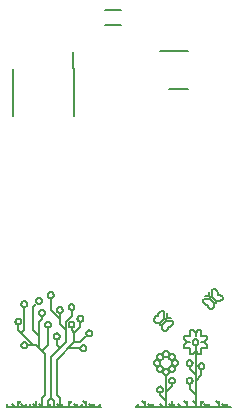
<source format=gto>
%FSLAX46Y46*%
%MOMM*%
%ADD10C,0.150000*%
G01*
G01*
%LPD*%
D10*
X-1200000Y16840000D02*
X200000Y16840000D01*
D10*
X-1200000Y15640000D02*
X200000Y15640000D01*
D10*
X3480000Y13395000D02*
X5880000Y13395000D01*
D10*
X4280000Y10195000D02*
X5880000Y10195000D01*
D10*
X-3850000Y11990000D02*
X-3850000Y13290000D01*
D10*
X-8950000Y11839999D02*
X-8950000Y7940001D01*
D10*
X-3750000Y11990000D02*
X-3850000Y11990000D01*
D10*
X-3750000Y11990000D02*
X-3750000Y7940000D01*
D10*
X9000000Y-16750000D02*
X9000000Y-16500000D01*
D10*
X4357106Y-9957106D02*
X4180330Y-9957106D01*
D10*
X-5500000Y-16750000D02*
X-5500000Y-16250000D01*
D10*
X7651307Y-7324330D02*
X7297754Y-7324330D01*
D10*
X-6750000Y-9500000D02*
X-6500000Y-9250000D01*
D10*
X2942894Y-9250000D02*
X2942894Y-9426777D01*
D10*
X4000000Y-16750000D02*
X4000000Y-14000000D01*
D10*
X3650001Y-10133883D02*
X3650001Y-9780329D01*
D10*
X2750000Y-16750000D02*
X2750000Y-16500000D01*
D10*
X-3250000Y-11250000D02*
X-2750000Y-10750000D01*
D10*
X7726307Y-7402883D02*
X7726307Y-7576106D01*
D10*
X6250000Y-12250000D02*
X6000000Y-12250000D01*
D10*
X-4500000Y-10250000D02*
X-5000000Y-9750000D01*
D10*
X6000000Y-10750000D02*
X6000000Y-10250000D01*
D10*
X6750000Y-12250000D02*
X6500000Y-12000000D01*
D10*
X3500000Y-15750000D02*
X3500000Y-15500000D01*
D10*
X3650001Y-9780329D02*
X4003553Y-9426777D01*
D10*
X-2250000Y-16750000D02*
X-2000000Y-16500000D01*
D10*
X9000000Y-16750000D02*
X8750000Y-16500000D01*
D10*
X-4500000Y-11250000D02*
X-4500000Y-9500000D01*
D10*
X-5250000Y-12750000D02*
X-3750000Y-11250000D01*
D10*
X-8500000Y-16750000D02*
X-8500000Y-16250000D01*
D10*
X-2250000Y-16750000D02*
X-2250000Y-16500000D01*
D10*
X7903084Y-6869000D02*
X7903084Y-7399330D01*
D10*
X7500000Y-11750000D02*
X7000000Y-11750000D01*
D10*
X-8500000Y-16500000D02*
X-8250000Y-16250000D01*
D10*
X3296447Y-9073224D02*
X3119670Y-9073224D01*
D10*
X2942894Y-9426777D02*
X3119670Y-9603553D01*
D10*
X4180330Y-10133883D02*
X4003553Y-10310660D01*
D10*
X-8750000Y-16750000D02*
X-9000000Y-16500000D01*
D10*
X-6750000Y-11750000D02*
X-6750000Y-10000000D01*
D10*
X7500000Y-10750000D02*
X7500000Y-11000000D01*
D10*
X-8500000Y-16250000D02*
X-8500000Y-16500000D01*
D10*
X-6500000Y-9250000D02*
X-6500000Y-9000000D01*
D10*
X3738389Y-8631282D02*
X3826777Y-8719670D01*
D10*
X6500000Y-12000000D02*
X6250000Y-12250000D01*
D10*
X-7000000Y-16750000D02*
X-7250000Y-16500000D01*
D10*
X-4000000Y-10000000D02*
X-4000000Y-10250000D01*
D10*
X7726307Y-8459989D02*
X7903084Y-8459989D01*
D10*
X-2250000Y-16750000D02*
X-2500000Y-16500000D01*
D10*
X2250000Y-16500000D02*
X2000000Y-16250000D01*
D10*
X-8000000Y-10250000D02*
X-8000000Y-8250000D01*
D10*
X6500000Y-10500000D02*
X6750000Y-10250000D01*
D10*
X8079860Y-7929659D02*
X8256636Y-7929659D01*
D10*
X3826777Y-9250000D02*
X3473224Y-9603553D01*
D10*
X3384836Y-8808059D02*
X3296447Y-8896447D01*
D10*
X8433413Y-7045777D02*
X8433413Y-7222553D01*
D10*
X-7000000Y-11500000D02*
X-7250000Y-11500000D01*
D10*
X-6000000Y-11500000D02*
X-6000000Y-10000000D01*
D10*
X6000000Y-15250000D02*
X6000000Y-14750000D01*
D10*
X7991472Y-6780612D02*
X8168248Y-6780612D01*
D10*
X8433413Y-7222553D02*
X8610190Y-7222553D01*
D10*
X7250000Y-11250000D02*
X7500000Y-11500000D01*
D10*
X7000000Y-11750000D02*
X7000000Y-12250000D01*
D10*
X-3750000Y-10500000D02*
X-3250000Y-10000000D01*
D10*
X6000000Y-13500000D02*
X6000000Y-13250000D01*
D10*
X5250000Y-16750000D02*
X5000000Y-16500000D01*
D10*
X-3750000Y-11250000D02*
X-3750000Y-10500000D01*
D10*
X7284366Y-8018047D02*
X7372754Y-8106436D01*
D10*
X-6000000Y-16750000D02*
X-6000000Y-16250000D01*
D10*
X8500000Y-16750000D02*
X8500000Y-16250000D01*
D10*
X-4000000Y-10250000D02*
X-3750000Y-10500000D01*
D10*
X-7250000Y-10250000D02*
X-7250000Y-8250000D01*
D10*
X-3250000Y-16750000D02*
X-3000000Y-16500000D01*
D10*
X9000000Y-16750000D02*
X9250000Y-16500000D01*
D10*
X4500000Y-16750000D02*
X4250000Y-16500000D01*
D10*
X-2750000Y-16500000D02*
X-3000000Y-16250000D01*
D10*
X4003553Y-9426777D02*
X4000000Y-9250000D01*
D10*
X7500000Y-11000000D02*
X7250000Y-11250000D01*
D10*
X-5750000Y-12500000D02*
X-4500000Y-11250000D01*
D10*
X6500000Y-11500000D02*
X6500000Y-12000000D01*
D10*
X6500000Y-16750000D02*
X6500000Y-16250000D01*
D10*
X4622271Y-9515165D02*
X4622271Y-9691941D01*
D10*
X-5000000Y-16000000D02*
X-5250000Y-15750000D01*
D10*
X-3500000Y-16750000D02*
X-3750000Y-16500000D01*
D10*
X7903084Y-7399330D02*
X7726307Y-7402883D01*
D10*
X1500000Y-16750000D02*
X9500000Y-16750000D01*
D10*
X7000000Y-12250000D02*
X6750000Y-12250000D01*
D10*
X3473224Y-9780329D02*
X3650001Y-9780329D01*
D10*
X4078553Y-9175000D02*
X4432106Y-9175000D01*
D10*
X7903084Y-8459989D02*
X8079860Y-8283213D01*
D10*
X-4000000Y-9000000D02*
X-4000000Y-8500000D01*
D10*
X7651307Y-7324330D02*
X7651307Y-6970777D01*
D10*
X-6500000Y-16750000D02*
X-6750000Y-16500000D01*
D10*
X4533883Y-9780329D02*
X4445495Y-9868718D01*
D10*
X4003553Y-10310660D02*
X3826777Y-10310660D01*
D10*
X7549531Y-8283213D02*
X7726307Y-8459989D01*
D10*
X-3750000Y-11250000D02*
X-3250000Y-11250000D01*
D10*
X-4250000Y-16750000D02*
X-4250000Y-16250000D01*
D10*
X8786967Y-7576106D02*
X8610190Y-7752882D01*
D10*
X4500000Y-16750000D02*
X4750000Y-16500000D01*
D10*
X7372754Y-8106436D02*
X7549531Y-8106436D01*
D10*
X-5750000Y-16000000D02*
X-5750000Y-12500000D01*
D10*
X6500000Y-15750000D02*
X6000000Y-15250000D01*
D10*
X2750000Y-16750000D02*
X3000000Y-16500000D01*
D10*
X-5250000Y-15750000D02*
X-5250000Y-12750000D01*
D10*
X7726307Y-7576106D02*
X8079860Y-7929659D01*
D10*
X-7250000Y-11500000D02*
X-8500000Y-10250000D01*
D10*
X5500000Y-10750000D02*
X6000000Y-10750000D01*
D10*
X7107589Y-7664494D02*
X7107589Y-7841271D01*
D10*
X7000000Y-11250000D02*
X7250000Y-11250000D01*
D10*
X-9500000Y-16750000D02*
X-9500000Y-16500000D01*
D10*
X7195977Y-7576106D02*
X7726307Y-7576106D01*
D10*
X-5000000Y-9750000D02*
X-5000000Y-8750000D01*
D10*
X5500000Y-11750000D02*
X5500000Y-11500000D01*
D10*
X8256636Y-6869000D02*
X8345025Y-6957388D01*
D10*
X7500000Y-11500000D02*
X7500000Y-11750000D01*
D10*
X-5000000Y-16750000D02*
X-5250000Y-16500000D01*
D10*
X7000000Y-16750000D02*
X7000000Y-16250000D01*
D10*
X7500000Y-16750000D02*
X7500000Y-16500000D01*
D10*
X5500000Y-11000000D02*
X5500000Y-10750000D01*
D10*
X-5750000Y-16000000D02*
X-6000000Y-16250000D01*
D10*
X8786967Y-7399330D02*
X8786967Y-7576106D01*
D10*
X8500000Y-16500000D02*
X8250000Y-16250000D01*
D10*
X7107589Y-7841271D02*
X7195977Y-7929659D01*
D10*
X4000000Y-16250000D02*
X3500000Y-15750000D01*
D10*
X-6500000Y-16750000D02*
X-6500000Y-16000000D01*
D10*
X6500000Y-14000000D02*
X6000000Y-13500000D01*
D10*
X-5250000Y-11500000D02*
X-5250000Y-11000000D01*
D10*
X3561612Y-8631282D02*
X3473224Y-8719670D01*
D10*
X7000000Y-10750000D02*
X7500000Y-10750000D01*
D10*
X-6250000Y-15750000D02*
X-6250000Y-12250000D01*
D10*
X-7500000Y-16750000D02*
X-7500000Y-16500000D01*
D10*
X8256636Y-7929659D02*
X8256636Y-7752882D01*
D10*
X-8000000Y-16750000D02*
X-7750000Y-16500000D01*
D10*
X7000000Y-14000000D02*
X7000000Y-13500000D01*
D10*
X7549531Y-8106436D02*
X7549531Y-8283213D01*
D10*
X1500000Y-16750000D02*
X1750000Y-16500000D01*
D10*
X5750000Y-16500000D02*
X5500000Y-16250000D01*
D10*
X8256636Y-7752882D02*
X7903084Y-7399330D01*
D10*
X-8250000Y-10500000D02*
X-8000000Y-10250000D01*
D10*
X6750000Y-10250000D02*
X7000000Y-10250000D01*
D10*
X4445495Y-9868718D02*
X4357106Y-9957106D01*
D10*
X-6250000Y-12250000D02*
X-6750000Y-11750000D01*
D10*
X-4250000Y-11750000D02*
X-3250000Y-11750000D01*
D10*
X-8000000Y-16750000D02*
X-8250000Y-16500000D01*
D10*
X-5500000Y-16250000D02*
X-5750000Y-16000000D01*
D10*
X-5000000Y-16750000D02*
X-5000000Y-16000000D01*
D10*
X3296447Y-8896447D02*
X3296447Y-9073224D01*
D10*
X4000000Y-9250000D02*
X3826777Y-9250000D01*
D10*
X6500000Y-16500000D02*
X6250000Y-16250000D01*
D10*
X4078553Y-9175000D02*
X4078553Y-8821447D01*
D10*
X4622271Y-9515165D02*
X4533883Y-9426777D01*
D10*
X3750000Y-16750000D02*
X3500000Y-16500000D01*
D10*
X4078553Y-9175000D02*
X4000000Y-9250000D01*
D10*
X-5000000Y-9250000D02*
X-5750000Y-8500000D01*
D10*
X8345025Y-6957388D02*
X8433413Y-7045777D01*
D10*
X-3250000Y-10000000D02*
X-3250000Y-9500000D01*
D10*
X3473224Y-9603553D02*
X3473224Y-9780329D01*
D10*
X6500000Y-12000000D02*
X6500000Y-16750000D01*
D10*
X5750000Y-11250000D02*
X6000000Y-11250000D01*
D10*
X4533883Y-9426777D02*
X4003553Y-9426777D01*
D10*
X6000000Y-10250000D02*
X6250000Y-10250000D01*
D10*
X4180330Y-9957106D02*
X4180330Y-10133883D01*
D10*
X8610190Y-7752882D02*
X8256636Y-7752882D01*
D10*
X7500000Y-16750000D02*
X7250000Y-16500000D01*
D10*
X7107589Y-7664494D02*
X7195977Y-7576106D01*
D10*
X-5750000Y-8500000D02*
X-5750000Y-7500000D01*
D10*
X-6500000Y-16000000D02*
X-6250000Y-15750000D01*
D10*
X7000000Y-10250000D02*
X7000000Y-10750000D01*
D10*
X7651307Y-7324330D02*
X7726307Y-7402883D01*
D10*
X7500000Y-16750000D02*
X7750000Y-16500000D01*
D10*
X-2750000Y-16750000D02*
X-2750000Y-16250000D01*
D10*
X-6750000Y-11750000D02*
X-7000000Y-11500000D01*
D10*
X6500000Y-14500000D02*
X7000000Y-14000000D01*
D10*
X-8500000Y-10250000D02*
X-8500000Y-9750000D01*
D10*
X6000000Y-11750000D02*
X5500000Y-11750000D01*
D10*
X3738389Y-8631282D02*
X3561612Y-8631282D01*
D10*
X5750000Y-16750000D02*
X5750000Y-16250000D01*
D10*
X-9500000Y-16750000D02*
X-1500000Y-16750000D01*
D10*
X-6750000Y-10000000D02*
X-6750000Y-9500000D01*
D10*
X5500000Y-11500000D02*
X5750000Y-11250000D01*
D10*
X7195977Y-7929659D02*
X7284366Y-8018047D01*
D10*
X4500000Y-15000000D02*
X4500000Y-14750000D01*
D10*
X-1750000Y-16750000D02*
X-1500000Y-16500000D01*
D10*
X3826777Y-10310660D02*
X3650001Y-10133883D01*
D10*
X3119670Y-9603553D02*
X3473224Y-9603553D01*
D10*
X-7250000Y-8250000D02*
X-7000000Y-8000000D01*
D10*
X-4500000Y-9500000D02*
X-4000000Y-9000000D01*
D10*
X-7000000Y-16750000D02*
X-7000000Y-16250000D01*
D10*
X6500000Y-10500000D02*
X6500000Y-10750000D01*
D10*
X-6000000Y-16750000D02*
X-5750000Y-16500000D01*
D10*
X4500000Y-16250000D02*
X4500000Y-16750000D01*
D10*
X-6500000Y-12000000D02*
X-6000000Y-11500000D01*
D10*
X3826777Y-8719670D02*
X3826777Y-9250000D01*
D10*
X4622271Y-9691941D02*
X4533883Y-9780329D01*
D10*
X6000000Y-12250000D02*
X6000000Y-11750000D01*
D10*
X2750000Y-16750000D02*
X2500000Y-16500000D01*
D10*
X8168248Y-6780612D02*
X8256636Y-6869000D01*
D10*
X3119670Y-9073224D02*
X2942894Y-9250000D01*
D10*
X8610190Y-7222553D02*
X8786967Y-7399330D01*
D10*
X8079860Y-8283213D02*
X8079860Y-7929659D01*
D10*
X7991472Y-6780612D02*
X7903084Y-6869000D01*
D10*
X7000000Y-16500000D02*
X7250000Y-16250000D01*
D10*
X6250000Y-10250000D02*
X6500000Y-10500000D01*
D10*
X-3500000Y-16750000D02*
X-3500000Y-16500000D01*
D10*
X-7000000Y-11500000D02*
X-7750000Y-11500000D01*
D10*
X4000000Y-15500000D02*
X4500000Y-15000000D01*
D10*
X-5000000Y-16750000D02*
X-4750000Y-16500000D01*
D10*
X3473224Y-8719670D02*
X3384836Y-8808059D01*
D10*
X-4250000Y-16500000D02*
X-4000000Y-16250000D01*
D10*
X-6750000Y-10750000D02*
X-7250000Y-10250000D01*
D10*
X-5000000Y-11750000D02*
X-5250000Y-11500000D01*
D10*
X5750000Y-11250000D02*
X5500000Y-11000000D01*
D10*
X2250000Y-16750000D02*
X2250000Y-16250000D01*
D10*
X6000000Y-12750000D02*
X5987733Y-12750301D01*
D10*
X5987733Y-12750301D02*
X5975495Y-12751204D01*
D10*
X5975495Y-12751204D02*
X5963317Y-12752706D01*
D10*
X5963317Y-12752706D02*
X5951227Y-12754804D01*
D10*
X5951227Y-12754804D02*
X5939255Y-12757492D01*
D10*
X5939255Y-12757492D02*
X5927429Y-12760765D01*
D10*
X5927429Y-12760765D02*
X5915777Y-12764614D01*
D10*
X5915777Y-12764614D02*
X5904329Y-12769030D01*
D10*
X5904329Y-12769030D02*
X5893111Y-12774003D01*
D10*
X5893111Y-12774003D02*
X5882151Y-12779520D01*
D10*
X5882151Y-12779520D02*
X5871474Y-12785568D01*
D10*
X5871474Y-12785568D02*
X5861107Y-12792133D01*
D10*
X5861107Y-12792133D02*
X5851075Y-12799198D01*
D10*
X5851075Y-12799198D02*
X5841401Y-12806747D01*
D10*
X5841401Y-12806747D02*
X5832110Y-12814762D01*
D10*
X5832110Y-12814762D02*
X5823223Y-12823223D01*
D10*
X5823223Y-12823223D02*
X5814762Y-12832110D01*
D10*
X5814762Y-12832110D02*
X5806747Y-12841402D01*
D10*
X5806747Y-12841402D02*
X5799198Y-12851075D01*
D10*
X5799198Y-12851075D02*
X5792132Y-12861107D01*
D10*
X5792132Y-12861107D02*
X5785568Y-12871474D01*
D10*
X5785568Y-12871474D02*
X5779520Y-12882151D01*
D10*
X5779520Y-12882151D02*
X5774003Y-12893111D01*
D10*
X5774003Y-12893111D02*
X5769030Y-12904329D01*
D10*
X5769030Y-12904329D02*
X5764614Y-12915777D01*
D10*
X5764614Y-12915777D02*
X5760765Y-12927428D01*
D10*
X5760765Y-12927428D02*
X5757492Y-12939255D01*
D10*
X5757492Y-12939255D02*
X5754804Y-12951227D01*
D10*
X5754804Y-12951227D02*
X5752706Y-12963317D01*
D10*
X5752706Y-12963317D02*
X5751204Y-12975495D01*
D10*
X5751204Y-12975495D02*
X5750301Y-12987733D01*
D10*
X5750301Y-12987733D02*
X5750000Y-12999999D01*
D10*
X5750000Y-12999999D02*
X5750301Y-13012266D01*
D10*
X5750301Y-13012266D02*
X5751204Y-13024504D01*
D10*
X5751204Y-13024504D02*
X5752706Y-13036682D01*
D10*
X5752706Y-13036682D02*
X5754803Y-13048772D01*
D10*
X5754803Y-13048772D02*
X5757492Y-13060744D01*
D10*
X5757492Y-13060744D02*
X5760764Y-13072571D01*
D10*
X5760764Y-13072571D02*
X5764614Y-13084222D01*
D10*
X5764614Y-13084222D02*
X5769030Y-13095670D01*
D10*
X5769030Y-13095670D02*
X5774002Y-13106888D01*
D10*
X5774002Y-13106888D02*
X5779519Y-13117849D01*
D10*
X5779519Y-13117849D02*
X5785567Y-13128525D01*
D10*
X5785567Y-13128525D02*
X5792132Y-13138892D01*
D10*
X5792132Y-13138892D02*
X5799197Y-13148924D01*
D10*
X5799197Y-13148924D02*
X5806747Y-13158598D01*
D10*
X5806747Y-13158598D02*
X5814761Y-13167889D01*
D10*
X5814761Y-13167889D02*
X5823222Y-13176776D01*
D10*
X5823222Y-13176776D02*
X5832109Y-13185237D01*
D10*
X5832109Y-13185237D02*
X5841401Y-13193252D01*
D10*
X5841401Y-13193252D02*
X5851074Y-13200801D01*
D10*
X5851074Y-13200801D02*
X5861106Y-13207867D01*
D10*
X5861106Y-13207867D02*
X5871473Y-13214432D01*
D10*
X5871473Y-13214432D02*
X5882150Y-13220480D01*
D10*
X5882150Y-13220480D02*
X5893110Y-13225997D01*
D10*
X5893110Y-13225997D02*
X5904328Y-13230970D01*
D10*
X5904328Y-13230970D02*
X5915777Y-13235386D01*
D10*
X5915777Y-13235386D02*
X5927428Y-13239235D01*
D10*
X5927428Y-13239235D02*
X5939254Y-13242508D01*
D10*
X5939254Y-13242508D02*
X5951227Y-13245196D01*
D10*
X5951227Y-13245196D02*
X5963317Y-13247294D01*
D10*
X5963317Y-13247294D02*
X5975495Y-13248796D01*
D10*
X5975495Y-13248796D02*
X5987732Y-13249699D01*
D10*
X5987732Y-13249699D02*
X5999999Y-13250000D01*
D10*
X4000000Y-14000000D02*
X4012267Y-13999699D01*
D10*
X4012267Y-13999699D02*
X4024504Y-13998796D01*
D10*
X4024504Y-13998796D02*
X4036682Y-13997294D01*
D10*
X4036682Y-13997294D02*
X4048772Y-13995196D01*
D10*
X4048772Y-13995196D02*
X4060745Y-13992508D01*
D10*
X4060745Y-13992508D02*
X4072571Y-13989235D01*
D10*
X4072571Y-13989235D02*
X4084222Y-13985386D01*
D10*
X4084222Y-13985386D02*
X4095671Y-13980970D01*
D10*
X4095671Y-13980970D02*
X4106889Y-13975997D01*
D10*
X4106889Y-13975997D02*
X4117849Y-13970480D01*
D10*
X4117849Y-13970480D02*
X4128526Y-13964432D01*
D10*
X4128526Y-13964432D02*
X4138893Y-13957867D01*
D10*
X4138893Y-13957867D02*
X4148925Y-13950802D01*
D10*
X4148925Y-13950802D02*
X4158598Y-13943252D01*
D10*
X4158598Y-13943252D02*
X4167890Y-13935237D01*
D10*
X4167890Y-13935237D02*
X4176777Y-13926776D01*
D10*
X4176777Y-13926776D02*
X4185238Y-13917889D01*
D10*
X4185238Y-13917889D02*
X4193253Y-13908598D01*
D10*
X4193253Y-13908598D02*
X4200802Y-13898924D01*
D10*
X4200802Y-13898924D02*
X4207868Y-13888892D01*
D10*
X4207868Y-13888892D02*
X4214432Y-13878525D01*
D10*
X4214432Y-13878525D02*
X4220480Y-13867849D01*
D10*
X4220480Y-13867849D02*
X4225997Y-13856888D01*
D10*
X4225997Y-13856888D02*
X4230970Y-13845670D01*
D10*
X4230970Y-13845670D02*
X4235386Y-13834222D01*
D10*
X4235386Y-13834222D02*
X4239235Y-13822570D01*
D10*
X4239235Y-13822570D02*
X4242508Y-13810744D01*
D10*
X4242508Y-13810744D02*
X4245196Y-13798772D01*
D10*
X4245196Y-13798772D02*
X4247294Y-13786682D01*
D10*
X4247294Y-13786682D02*
X4248796Y-13774503D01*
D10*
X4248796Y-13774503D02*
X4249699Y-13762266D01*
D10*
X4249699Y-13762266D02*
X4250000Y-13749999D01*
D10*
X4250000Y-13749999D02*
X4249699Y-13737732D01*
D10*
X4249699Y-13737732D02*
X4248796Y-13725495D01*
D10*
X4248796Y-13725495D02*
X4247294Y-13713316D01*
D10*
X4247294Y-13713316D02*
X4245196Y-13701226D01*
D10*
X4245196Y-13701226D02*
X4242507Y-13689254D01*
D10*
X4242507Y-13689254D02*
X4239234Y-13677428D01*
D10*
X4239234Y-13677428D02*
X4235385Y-13665776D01*
D10*
X4235385Y-13665776D02*
X4230969Y-13654328D01*
D10*
X4230969Y-13654328D02*
X4225996Y-13643110D01*
D10*
X4225996Y-13643110D02*
X4220479Y-13632150D01*
D10*
X4220479Y-13632150D02*
X4214431Y-13621473D01*
D10*
X4214431Y-13621473D02*
X4207866Y-13611106D01*
D10*
X4207866Y-13611106D02*
X4200801Y-13601074D01*
D10*
X4200801Y-13601074D02*
X4193251Y-13591400D01*
D10*
X4193251Y-13591400D02*
X4185236Y-13582109D01*
D10*
X4185236Y-13582109D02*
X4176775Y-13573222D01*
D10*
X4176775Y-13573222D02*
X4167888Y-13564761D01*
D10*
X4167888Y-13564761D02*
X4158597Y-13556746D01*
D10*
X4158597Y-13556746D02*
X4148923Y-13549197D01*
D10*
X4148923Y-13549197D02*
X4138891Y-13542132D01*
D10*
X4138891Y-13542132D02*
X4128524Y-13535567D01*
D10*
X4128524Y-13535567D02*
X4117847Y-13529519D01*
D10*
X4117847Y-13529519D02*
X4106887Y-13524002D01*
D10*
X4106887Y-13524002D02*
X4095669Y-13519029D01*
D10*
X4095669Y-13519029D02*
X4084220Y-13514613D01*
D10*
X4084220Y-13514613D02*
X4072569Y-13510764D01*
D10*
X4072569Y-13510764D02*
X4060743Y-13507492D01*
D10*
X4060743Y-13507492D02*
X4048770Y-13504803D01*
D10*
X4048770Y-13504803D02*
X4036680Y-13502706D01*
D10*
X4036680Y-13502706D02*
X4024502Y-13501204D01*
D10*
X4024502Y-13501204D02*
X4012264Y-13500301D01*
D10*
X4012264Y-13500301D02*
X3999997Y-13500000D01*
D10*
X-4000000Y-8500000D02*
X-3987733Y-8499699D01*
D10*
X-3987733Y-8499699D02*
X-3975495Y-8498796D01*
D10*
X-3975495Y-8498796D02*
X-3963317Y-8497294D01*
D10*
X-3963317Y-8497294D02*
X-3951227Y-8495196D01*
D10*
X-3951227Y-8495196D02*
X-3939254Y-8492508D01*
D10*
X-3939254Y-8492508D02*
X-3927428Y-8489235D01*
D10*
X-3927428Y-8489235D02*
X-3915777Y-8485386D01*
D10*
X-3915777Y-8485386D02*
X-3904329Y-8480970D01*
D10*
X-3904329Y-8480970D02*
X-3893111Y-8475997D01*
D10*
X-3893111Y-8475997D02*
X-3882150Y-8470480D01*
D10*
X-3882150Y-8470480D02*
X-3871474Y-8464432D01*
D10*
X-3871474Y-8464432D02*
X-3861107Y-8457867D01*
D10*
X-3861107Y-8457867D02*
X-3851074Y-8450802D01*
D10*
X-3851074Y-8450802D02*
X-3841401Y-8443252D01*
D10*
X-3841401Y-8443252D02*
X-3832110Y-8435237D01*
D10*
X-3832110Y-8435237D02*
X-3823223Y-8426776D01*
D10*
X-3823223Y-8426776D02*
X-3814761Y-8417889D01*
D10*
X-3814761Y-8417889D02*
X-3806747Y-8408598D01*
D10*
X-3806747Y-8408598D02*
X-3799197Y-8398924D01*
D10*
X-3799197Y-8398924D02*
X-3792132Y-8388892D01*
D10*
X-3792132Y-8388892D02*
X-3785567Y-8378525D01*
D10*
X-3785567Y-8378525D02*
X-3779519Y-8367848D01*
D10*
X-3779519Y-8367848D02*
X-3774002Y-8356888D01*
D10*
X-3774002Y-8356888D02*
X-3769029Y-8345670D01*
D10*
X-3769029Y-8345670D02*
X-3764613Y-8334221D01*
D10*
X-3764613Y-8334221D02*
X-3760764Y-8322570D01*
D10*
X-3760764Y-8322570D02*
X-3757492Y-8310744D01*
D10*
X-3757492Y-8310744D02*
X-3754803Y-8298771D01*
D10*
X-3754803Y-8298771D02*
X-3752705Y-8286681D01*
D10*
X-3752705Y-8286681D02*
X-3751203Y-8274503D01*
D10*
X-3751203Y-8274503D02*
X-3750301Y-8262266D01*
D10*
X-3750301Y-8262266D02*
X-3750000Y-8249999D01*
D10*
X-3750000Y-8249999D02*
X-3750301Y-8237732D01*
D10*
X-3750301Y-8237732D02*
X-3751204Y-8225494D01*
D10*
X-3751204Y-8225494D02*
X-3752706Y-8213316D01*
D10*
X-3752706Y-8213316D02*
X-3754804Y-8201226D01*
D10*
X-3754804Y-8201226D02*
X-3757492Y-8189253D01*
D10*
X-3757492Y-8189253D02*
X-3760765Y-8177427D01*
D10*
X-3760765Y-8177427D02*
X-3764614Y-8165776D01*
D10*
X-3764614Y-8165776D02*
X-3769030Y-8154328D01*
D10*
X-3769030Y-8154328D02*
X-3774003Y-8143110D01*
D10*
X-3774003Y-8143110D02*
X-3779520Y-8132149D01*
D10*
X-3779520Y-8132149D02*
X-3785568Y-8121473D01*
D10*
X-3785568Y-8121473D02*
X-3792133Y-8111106D01*
D10*
X-3792133Y-8111106D02*
X-3799199Y-8101074D01*
D10*
X-3799199Y-8101074D02*
X-3806748Y-8091400D01*
D10*
X-3806748Y-8091400D02*
X-3814763Y-8082109D01*
D10*
X-3814763Y-8082109D02*
X-3823224Y-8073222D01*
D10*
X-3823224Y-8073222D02*
X-3832111Y-8064761D01*
D10*
X-3832111Y-8064761D02*
X-3841403Y-8056746D01*
D10*
X-3841403Y-8056746D02*
X-3851076Y-8049197D01*
D10*
X-3851076Y-8049197D02*
X-3861109Y-8042131D01*
D10*
X-3861109Y-8042131D02*
X-3871476Y-8035567D01*
D10*
X-3871476Y-8035567D02*
X-3882152Y-8029519D01*
D10*
X-3882152Y-8029519D02*
X-3893113Y-8024002D01*
D10*
X-3893113Y-8024002D02*
X-3904331Y-8019029D01*
D10*
X-3904331Y-8019029D02*
X-3915779Y-8014613D01*
D10*
X-3915779Y-8014613D02*
X-3927430Y-8010764D01*
D10*
X-3927430Y-8010764D02*
X-3939257Y-8007491D01*
D10*
X-3939257Y-8007491D02*
X-3951229Y-8004803D01*
D10*
X-3951229Y-8004803D02*
X-3963319Y-8002705D01*
D10*
X-3963319Y-8002705D02*
X-3975497Y-8001203D01*
D10*
X-3975497Y-8001203D02*
X-3987735Y-8000301D01*
D10*
X-3987735Y-8000301D02*
X-4000002Y-8000000D01*
D10*
X4000000Y-13500000D02*
X3987733Y-13500301D01*
D10*
X3987733Y-13500301D02*
X3975495Y-13501204D01*
D10*
X3975495Y-13501204D02*
X3963317Y-13502706D01*
D10*
X3963317Y-13502706D02*
X3951227Y-13504804D01*
D10*
X3951227Y-13504804D02*
X3939255Y-13507492D01*
D10*
X3939255Y-13507492D02*
X3927428Y-13510765D01*
D10*
X3927428Y-13510765D02*
X3915777Y-13514614D01*
D10*
X3915777Y-13514614D02*
X3904329Y-13519030D01*
D10*
X3904329Y-13519030D02*
X3893111Y-13524003D01*
D10*
X3893111Y-13524003D02*
X3882150Y-13529520D01*
D10*
X3882150Y-13529520D02*
X3871474Y-13535568D01*
D10*
X3871474Y-13535568D02*
X3861107Y-13542133D01*
D10*
X3861107Y-13542133D02*
X3851075Y-13549198D01*
D10*
X3851075Y-13549198D02*
X3841401Y-13556747D01*
D10*
X3841401Y-13556747D02*
X3832110Y-13564762D01*
D10*
X3832110Y-13564762D02*
X3823223Y-13573223D01*
D10*
X3823223Y-13573223D02*
X3814762Y-13582110D01*
D10*
X3814762Y-13582110D02*
X3806747Y-13591402D01*
D10*
X3806747Y-13591402D02*
X3799198Y-13601075D01*
D10*
X3799198Y-13601075D02*
X3792132Y-13611107D01*
D10*
X3792132Y-13611107D02*
X3785568Y-13621474D01*
D10*
X3785568Y-13621474D02*
X3779519Y-13632151D01*
D10*
X3779519Y-13632151D02*
X3774002Y-13643111D01*
D10*
X3774002Y-13643111D02*
X3769030Y-13654329D01*
D10*
X3769030Y-13654329D02*
X3764614Y-13665777D01*
D10*
X3764614Y-13665777D02*
X3760765Y-13677428D01*
D10*
X3760765Y-13677428D02*
X3757492Y-13689255D01*
D10*
X3757492Y-13689255D02*
X3754803Y-13701227D01*
D10*
X3754803Y-13701227D02*
X3752706Y-13713317D01*
D10*
X3752706Y-13713317D02*
X3751203Y-13725495D01*
D10*
X3751203Y-13725495D02*
X3750301Y-13737733D01*
D10*
X3750301Y-13737733D02*
X3750000Y-13749999D01*
D10*
X3750000Y-13749999D02*
X3750301Y-13762266D01*
D10*
X3750301Y-13762266D02*
X3751203Y-13774504D01*
D10*
X3751203Y-13774504D02*
X3752705Y-13786682D01*
D10*
X3752705Y-13786682D02*
X3754803Y-13798772D01*
D10*
X3754803Y-13798772D02*
X3757492Y-13810744D01*
D10*
X3757492Y-13810744D02*
X3760764Y-13822571D01*
D10*
X3760764Y-13822571D02*
X3764613Y-13834222D01*
D10*
X3764613Y-13834222D02*
X3769029Y-13845670D01*
D10*
X3769029Y-13845670D02*
X3774002Y-13856888D01*
D10*
X3774002Y-13856888D02*
X3779519Y-13867849D01*
D10*
X3779519Y-13867849D02*
X3785567Y-13878525D01*
D10*
X3785567Y-13878525D02*
X3792132Y-13888892D01*
D10*
X3792132Y-13888892D02*
X3799197Y-13898924D01*
D10*
X3799197Y-13898924D02*
X3806746Y-13908598D01*
D10*
X3806746Y-13908598D02*
X3814761Y-13917889D01*
D10*
X3814761Y-13917889D02*
X3823222Y-13926776D01*
D10*
X3823222Y-13926776D02*
X3832109Y-13935237D01*
D10*
X3832109Y-13935237D02*
X3841401Y-13943252D01*
D10*
X3841401Y-13943252D02*
X3851074Y-13950801D01*
D10*
X3851074Y-13950801D02*
X3861106Y-13957867D01*
D10*
X3861106Y-13957867D02*
X3871473Y-13964432D01*
D10*
X3871473Y-13964432D02*
X3882150Y-13970480D01*
D10*
X3882150Y-13970480D02*
X3893110Y-13975997D01*
D10*
X3893110Y-13975997D02*
X3904328Y-13980970D01*
D10*
X3904328Y-13980970D02*
X3915776Y-13985386D01*
D10*
X3915776Y-13985386D02*
X3927428Y-13989235D01*
D10*
X3927428Y-13989235D02*
X3939254Y-13992508D01*
D10*
X3939254Y-13992508D02*
X3951226Y-13995196D01*
D10*
X3951226Y-13995196D02*
X3963316Y-13997294D01*
D10*
X3963316Y-13997294D02*
X3975495Y-13998796D01*
D10*
X3975495Y-13998796D02*
X3987732Y-13999699D01*
D10*
X3987732Y-13999699D02*
X3999999Y-14000000D01*
D10*
X4750000Y-12750000D02*
X4737733Y-12750301D01*
D10*
X4737733Y-12750301D02*
X4725495Y-12751204D01*
D10*
X4725495Y-12751204D02*
X4713317Y-12752706D01*
D10*
X4713317Y-12752706D02*
X4701227Y-12754804D01*
D10*
X4701227Y-12754804D02*
X4689255Y-12757492D01*
D10*
X4689255Y-12757492D02*
X4677429Y-12760765D01*
D10*
X4677429Y-12760765D02*
X4665777Y-12764614D01*
D10*
X4665777Y-12764614D02*
X4654329Y-12769030D01*
D10*
X4654329Y-12769030D02*
X4643111Y-12774003D01*
D10*
X4643111Y-12774003D02*
X4632151Y-12779520D01*
D10*
X4632151Y-12779520D02*
X4621474Y-12785568D01*
D10*
X4621474Y-12785568D02*
X4611107Y-12792133D01*
D10*
X4611107Y-12792133D02*
X4601075Y-12799198D01*
D10*
X4601075Y-12799198D02*
X4591401Y-12806747D01*
D10*
X4591401Y-12806747D02*
X4582110Y-12814762D01*
D10*
X4582110Y-12814762D02*
X4573223Y-12823223D01*
D10*
X4573223Y-12823223D02*
X4564762Y-12832110D01*
D10*
X4564762Y-12832110D02*
X4556747Y-12841402D01*
D10*
X4556747Y-12841402D02*
X4549198Y-12851075D01*
D10*
X4549198Y-12851075D02*
X4542132Y-12861107D01*
D10*
X4542132Y-12861107D02*
X4535568Y-12871474D01*
D10*
X4535568Y-12871474D02*
X4529520Y-12882151D01*
D10*
X4529520Y-12882151D02*
X4524003Y-12893111D01*
D10*
X4524003Y-12893111D02*
X4519030Y-12904329D01*
D10*
X4519030Y-12904329D02*
X4514614Y-12915777D01*
D10*
X4514614Y-12915777D02*
X4510765Y-12927428D01*
D10*
X4510765Y-12927428D02*
X4507492Y-12939255D01*
D10*
X4507492Y-12939255D02*
X4504804Y-12951227D01*
D10*
X4504804Y-12951227D02*
X4502706Y-12963317D01*
D10*
X4502706Y-12963317D02*
X4501204Y-12975495D01*
D10*
X4501204Y-12975495D02*
X4500301Y-12987733D01*
D10*
X4500301Y-12987733D02*
X4500000Y-12999999D01*
D10*
X4500000Y-12999999D02*
X4500301Y-13012266D01*
D10*
X4500301Y-13012266D02*
X4501204Y-13024504D01*
D10*
X4501204Y-13024504D02*
X4502706Y-13036682D01*
D10*
X4502706Y-13036682D02*
X4504803Y-13048772D01*
D10*
X4504803Y-13048772D02*
X4507492Y-13060744D01*
D10*
X4507492Y-13060744D02*
X4510764Y-13072571D01*
D10*
X4510764Y-13072571D02*
X4514614Y-13084222D01*
D10*
X4514614Y-13084222D02*
X4519030Y-13095670D01*
D10*
X4519030Y-13095670D02*
X4524002Y-13106888D01*
D10*
X4524002Y-13106888D02*
X4529519Y-13117849D01*
D10*
X4529519Y-13117849D02*
X4535567Y-13128525D01*
D10*
X4535567Y-13128525D02*
X4542132Y-13138892D01*
D10*
X4542132Y-13138892D02*
X4549197Y-13148924D01*
D10*
X4549197Y-13148924D02*
X4556747Y-13158598D01*
D10*
X4556747Y-13158598D02*
X4564761Y-13167889D01*
D10*
X4564761Y-13167889D02*
X4573222Y-13176776D01*
D10*
X4573222Y-13176776D02*
X4582109Y-13185237D01*
D10*
X4582109Y-13185237D02*
X4591401Y-13193252D01*
D10*
X4591401Y-13193252D02*
X4601074Y-13200801D01*
D10*
X4601074Y-13200801D02*
X4611106Y-13207867D01*
D10*
X4611106Y-13207867D02*
X4621473Y-13214432D01*
D10*
X4621473Y-13214432D02*
X4632150Y-13220480D01*
D10*
X4632150Y-13220480D02*
X4643110Y-13225997D01*
D10*
X4643110Y-13225997D02*
X4654328Y-13230970D01*
D10*
X4654328Y-13230970D02*
X4665777Y-13235386D01*
D10*
X4665777Y-13235386D02*
X4677428Y-13239235D01*
D10*
X4677428Y-13239235D02*
X4689254Y-13242508D01*
D10*
X4689254Y-13242508D02*
X4701227Y-13245196D01*
D10*
X4701227Y-13245196D02*
X4713317Y-13247294D01*
D10*
X4713317Y-13247294D02*
X4725495Y-13248796D01*
D10*
X4725495Y-13248796D02*
X4737732Y-13249699D01*
D10*
X4737732Y-13249699D02*
X4749999Y-13250000D01*
D10*
X-5000000Y-8250000D02*
X-5012267Y-8250301D01*
D10*
X-5012267Y-8250301D02*
X-5024504Y-8251204D01*
D10*
X-5024504Y-8251204D02*
X-5036682Y-8252706D01*
D10*
X-5036682Y-8252706D02*
X-5048772Y-8254803D01*
D10*
X-5048772Y-8254803D02*
X-5060745Y-8257492D01*
D10*
X-5060745Y-8257492D02*
X-5072571Y-8260765D01*
D10*
X-5072571Y-8260765D02*
X-5084222Y-8264614D01*
D10*
X-5084222Y-8264614D02*
X-5095671Y-8269030D01*
D10*
X-5095671Y-8269030D02*
X-5106889Y-8274002D01*
D10*
X-5106889Y-8274002D02*
X-5117849Y-8279519D01*
D10*
X-5117849Y-8279519D02*
X-5128525Y-8285568D01*
D10*
X-5128525Y-8285568D02*
X-5138892Y-8292132D01*
D10*
X-5138892Y-8292132D02*
X-5148925Y-8299198D01*
D10*
X-5148925Y-8299198D02*
X-5158598Y-8306747D01*
D10*
X-5158598Y-8306747D02*
X-5167889Y-8314762D01*
D10*
X-5167889Y-8314762D02*
X-5176776Y-8323223D01*
D10*
X-5176776Y-8323223D02*
X-5185237Y-8332110D01*
D10*
X-5185237Y-8332110D02*
X-5193252Y-8341401D01*
D10*
X-5193252Y-8341401D02*
X-5200802Y-8351075D01*
D10*
X-5200802Y-8351075D02*
X-5207867Y-8361107D01*
D10*
X-5207867Y-8361107D02*
X-5214432Y-8371474D01*
D10*
X-5214432Y-8371474D02*
X-5220480Y-8382150D01*
D10*
X-5220480Y-8382150D02*
X-5225997Y-8393111D01*
D10*
X-5225997Y-8393111D02*
X-5230970Y-8404329D01*
D10*
X-5230970Y-8404329D02*
X-5235386Y-8415777D01*
D10*
X-5235386Y-8415777D02*
X-5239235Y-8427428D01*
D10*
X-5239235Y-8427428D02*
X-5242507Y-8439255D01*
D10*
X-5242507Y-8439255D02*
X-5245196Y-8451227D01*
D10*
X-5245196Y-8451227D02*
X-5247294Y-8463317D01*
D10*
X-5247294Y-8463317D02*
X-5248796Y-8475495D01*
D10*
X-5248796Y-8475495D02*
X-5249699Y-8487733D01*
D10*
X-5249699Y-8487733D02*
X-5250000Y-8499999D01*
D10*
X-5250000Y-8499999D02*
X-5249699Y-8512266D01*
D10*
X-5249699Y-8512266D02*
X-5248796Y-8524504D01*
D10*
X-5248796Y-8524504D02*
X-5247294Y-8536682D01*
D10*
X-5247294Y-8536682D02*
X-5245196Y-8548772D01*
D10*
X-5245196Y-8548772D02*
X-5242508Y-8560744D01*
D10*
X-5242508Y-8560744D02*
X-5239235Y-8572571D01*
D10*
X-5239235Y-8572571D02*
X-5235386Y-8584222D01*
D10*
X-5235386Y-8584222D02*
X-5230970Y-8595670D01*
D10*
X-5230970Y-8595670D02*
X-5225997Y-8606888D01*
D10*
X-5225997Y-8606888D02*
X-5220480Y-8617849D01*
D10*
X-5220480Y-8617849D02*
X-5214432Y-8628525D01*
D10*
X-5214432Y-8628525D02*
X-5207868Y-8638892D01*
D10*
X-5207868Y-8638892D02*
X-5200802Y-8648924D01*
D10*
X-5200802Y-8648924D02*
X-5193253Y-8658598D01*
D10*
X-5193253Y-8658598D02*
X-5185238Y-8667889D01*
D10*
X-5185238Y-8667889D02*
X-5176777Y-8676776D01*
D10*
X-5176777Y-8676776D02*
X-5167890Y-8685237D01*
D10*
X-5167890Y-8685237D02*
X-5158599Y-8693252D01*
D10*
X-5158599Y-8693252D02*
X-5148925Y-8700801D01*
D10*
X-5148925Y-8700801D02*
X-5138893Y-8707867D01*
D10*
X-5138893Y-8707867D02*
X-5128526Y-8714432D01*
D10*
X-5128526Y-8714432D02*
X-5117850Y-8720480D01*
D10*
X-5117850Y-8720480D02*
X-5106889Y-8725997D01*
D10*
X-5106889Y-8725997D02*
X-5095671Y-8730970D01*
D10*
X-5095671Y-8730970D02*
X-5084223Y-8735386D01*
D10*
X-5084223Y-8735386D02*
X-5072572Y-8739235D01*
D10*
X-5072572Y-8739235D02*
X-5060745Y-8742508D01*
D10*
X-5060745Y-8742508D02*
X-5048773Y-8745196D01*
D10*
X-5048773Y-8745196D02*
X-5036683Y-8747294D01*
D10*
X-5036683Y-8747294D02*
X-5024505Y-8748796D01*
D10*
X-5024505Y-8748796D02*
X-5012267Y-8749699D01*
D10*
X-5012267Y-8749699D02*
X-5000000Y-8750000D01*
D10*
X-8000000Y-11750000D02*
X-7987733Y-11749699D01*
D10*
X-7987733Y-11749699D02*
X-7975495Y-11748796D01*
D10*
X-7975495Y-11748796D02*
X-7963317Y-11747294D01*
D10*
X-7963317Y-11747294D02*
X-7951227Y-11745196D01*
D10*
X-7951227Y-11745196D02*
X-7939255Y-11742508D01*
D10*
X-7939255Y-11742508D02*
X-7927428Y-11739235D01*
D10*
X-7927428Y-11739235D02*
X-7915777Y-11735386D01*
D10*
X-7915777Y-11735386D02*
X-7904329Y-11730970D01*
D10*
X-7904329Y-11730970D02*
X-7893111Y-11725997D01*
D10*
X-7893111Y-11725997D02*
X-7882150Y-11720480D01*
D10*
X-7882150Y-11720480D02*
X-7871474Y-11714432D01*
D10*
X-7871474Y-11714432D02*
X-7861107Y-11707867D01*
D10*
X-7861107Y-11707867D02*
X-7851075Y-11700802D01*
D10*
X-7851075Y-11700802D02*
X-7841401Y-11693252D01*
D10*
X-7841401Y-11693252D02*
X-7832110Y-11685237D01*
D10*
X-7832110Y-11685237D02*
X-7823223Y-11676776D01*
D10*
X-7823223Y-11676776D02*
X-7814762Y-11667889D01*
D10*
X-7814762Y-11667889D02*
X-7806747Y-11658598D01*
D10*
X-7806747Y-11658598D02*
X-7799197Y-11648924D01*
D10*
X-7799197Y-11648924D02*
X-7792132Y-11638892D01*
D10*
X-7792132Y-11638892D02*
X-7785567Y-11628525D01*
D10*
X-7785567Y-11628525D02*
X-7779519Y-11617849D01*
D10*
X-7779519Y-11617849D02*
X-7774002Y-11606888D01*
D10*
X-7774002Y-11606888D02*
X-7769030Y-11595670D01*
D10*
X-7769030Y-11595670D02*
X-7764613Y-11584222D01*
D10*
X-7764613Y-11584222D02*
X-7760764Y-11572570D01*
D10*
X-7760764Y-11572570D02*
X-7757492Y-11560744D01*
D10*
X-7757492Y-11560744D02*
X-7754803Y-11548772D01*
D10*
X-7754803Y-11548772D02*
X-7752705Y-11536682D01*
D10*
X-7752705Y-11536682D02*
X-7751203Y-11524503D01*
D10*
X-7751203Y-11524503D02*
X-7750301Y-11512266D01*
D10*
X-7750301Y-11512266D02*
X-7750000Y-11499999D01*
D10*
X-7750000Y-11499999D02*
X-7750301Y-11487732D01*
D10*
X-7750301Y-11487732D02*
X-7751204Y-11475495D01*
D10*
X-7751204Y-11475495D02*
X-7752706Y-11463316D01*
D10*
X-7752706Y-11463316D02*
X-7754804Y-11451226D01*
D10*
X-7754804Y-11451226D02*
X-7757492Y-11439254D01*
D10*
X-7757492Y-11439254D02*
X-7760765Y-11427428D01*
D10*
X-7760765Y-11427428D02*
X-7764614Y-11415776D01*
D10*
X-7764614Y-11415776D02*
X-7769030Y-11404328D01*
D10*
X-7769030Y-11404328D02*
X-7774003Y-11393110D01*
D10*
X-7774003Y-11393110D02*
X-7779520Y-11382150D01*
D10*
X-7779520Y-11382150D02*
X-7785568Y-11371473D01*
D10*
X-7785568Y-11371473D02*
X-7792133Y-11361106D01*
D10*
X-7792133Y-11361106D02*
X-7799199Y-11351074D01*
D10*
X-7799199Y-11351074D02*
X-7806748Y-11341400D01*
D10*
X-7806748Y-11341400D02*
X-7814763Y-11332109D01*
D10*
X-7814763Y-11332109D02*
X-7823224Y-11323222D01*
D10*
X-7823224Y-11323222D02*
X-7832111Y-11314761D01*
D10*
X-7832111Y-11314761D02*
X-7841403Y-11306746D01*
D10*
X-7841403Y-11306746D02*
X-7851076Y-11299197D01*
D10*
X-7851076Y-11299197D02*
X-7861109Y-11292132D01*
D10*
X-7861109Y-11292132D02*
X-7871476Y-11285567D01*
D10*
X-7871476Y-11285567D02*
X-7882152Y-11279519D01*
D10*
X-7882152Y-11279519D02*
X-7893113Y-11274002D01*
D10*
X-7893113Y-11274002D02*
X-7904331Y-11269029D01*
D10*
X-7904331Y-11269029D02*
X-7915779Y-11264613D01*
D10*
X-7915779Y-11264613D02*
X-7927431Y-11260764D01*
D10*
X-7927431Y-11260764D02*
X-7939257Y-11257492D01*
D10*
X-7939257Y-11257492D02*
X-7951229Y-11254803D01*
D10*
X-7951229Y-11254803D02*
X-7963319Y-11252706D01*
D10*
X-7963319Y-11252706D02*
X-7975498Y-11251204D01*
D10*
X-7975498Y-11251204D02*
X-7987735Y-11250301D01*
D10*
X-7987735Y-11250301D02*
X-8000002Y-11250000D01*
D10*
X4000000Y-12500000D02*
X4012267Y-12499699D01*
D10*
X4012267Y-12499699D02*
X4024504Y-12498796D01*
D10*
X4024504Y-12498796D02*
X4036682Y-12497294D01*
D10*
X4036682Y-12497294D02*
X4048772Y-12495196D01*
D10*
X4048772Y-12495196D02*
X4060745Y-12492508D01*
D10*
X4060745Y-12492508D02*
X4072571Y-12489235D01*
D10*
X4072571Y-12489235D02*
X4084222Y-12485386D01*
D10*
X4084222Y-12485386D02*
X4095671Y-12480970D01*
D10*
X4095671Y-12480970D02*
X4106889Y-12475997D01*
D10*
X4106889Y-12475997D02*
X4117849Y-12470480D01*
D10*
X4117849Y-12470480D02*
X4128526Y-12464432D01*
D10*
X4128526Y-12464432D02*
X4138893Y-12457867D01*
D10*
X4138893Y-12457867D02*
X4148925Y-12450802D01*
D10*
X4148925Y-12450802D02*
X4158598Y-12443252D01*
D10*
X4158598Y-12443252D02*
X4167890Y-12435237D01*
D10*
X4167890Y-12435237D02*
X4176777Y-12426776D01*
D10*
X4176777Y-12426776D02*
X4185238Y-12417889D01*
D10*
X4185238Y-12417889D02*
X4193253Y-12408598D01*
D10*
X4193253Y-12408598D02*
X4200802Y-12398924D01*
D10*
X4200802Y-12398924D02*
X4207868Y-12388892D01*
D10*
X4207868Y-12388892D02*
X4214432Y-12378525D01*
D10*
X4214432Y-12378525D02*
X4220480Y-12367849D01*
D10*
X4220480Y-12367849D02*
X4225997Y-12356888D01*
D10*
X4225997Y-12356888D02*
X4230970Y-12345670D01*
D10*
X4230970Y-12345670D02*
X4235386Y-12334222D01*
D10*
X4235386Y-12334222D02*
X4239235Y-12322570D01*
D10*
X4239235Y-12322570D02*
X4242508Y-12310744D01*
D10*
X4242508Y-12310744D02*
X4245196Y-12298772D01*
D10*
X4245196Y-12298772D02*
X4247294Y-12286682D01*
D10*
X4247294Y-12286682D02*
X4248796Y-12274503D01*
D10*
X4248796Y-12274503D02*
X4249699Y-12262266D01*
D10*
X4249699Y-12262266D02*
X4250000Y-12249999D01*
D10*
X4250000Y-12249999D02*
X4249699Y-12237732D01*
D10*
X4249699Y-12237732D02*
X4248796Y-12225495D01*
D10*
X4248796Y-12225495D02*
X4247294Y-12213316D01*
D10*
X4247294Y-12213316D02*
X4245196Y-12201226D01*
D10*
X4245196Y-12201226D02*
X4242507Y-12189254D01*
D10*
X4242507Y-12189254D02*
X4239234Y-12177428D01*
D10*
X4239234Y-12177428D02*
X4235385Y-12165776D01*
D10*
X4235385Y-12165776D02*
X4230969Y-12154328D01*
D10*
X4230969Y-12154328D02*
X4225996Y-12143110D01*
D10*
X4225996Y-12143110D02*
X4220479Y-12132150D01*
D10*
X4220479Y-12132150D02*
X4214431Y-12121473D01*
D10*
X4214431Y-12121473D02*
X4207866Y-12111106D01*
D10*
X4207866Y-12111106D02*
X4200801Y-12101074D01*
D10*
X4200801Y-12101074D02*
X4193251Y-12091400D01*
D10*
X4193251Y-12091400D02*
X4185236Y-12082109D01*
D10*
X4185236Y-12082109D02*
X4176775Y-12073222D01*
D10*
X4176775Y-12073222D02*
X4167888Y-12064761D01*
D10*
X4167888Y-12064761D02*
X4158597Y-12056746D01*
D10*
X4158597Y-12056746D02*
X4148923Y-12049197D01*
D10*
X4148923Y-12049197D02*
X4138891Y-12042132D01*
D10*
X4138891Y-12042132D02*
X4128524Y-12035567D01*
D10*
X4128524Y-12035567D02*
X4117847Y-12029519D01*
D10*
X4117847Y-12029519D02*
X4106887Y-12024002D01*
D10*
X4106887Y-12024002D02*
X4095669Y-12019029D01*
D10*
X4095669Y-12019029D02*
X4084220Y-12014613D01*
D10*
X4084220Y-12014613D02*
X4072569Y-12010764D01*
D10*
X4072569Y-12010764D02*
X4060743Y-12007492D01*
D10*
X4060743Y-12007492D02*
X4048770Y-12004803D01*
D10*
X4048770Y-12004803D02*
X4036680Y-12002706D01*
D10*
X4036680Y-12002706D02*
X4024502Y-12001204D01*
D10*
X4024502Y-12001204D02*
X4012264Y-12000301D01*
D10*
X4012264Y-12000301D02*
X3999997Y-12000000D01*
D10*
X-6000000Y-9500000D02*
X-6012267Y-9500301D01*
D10*
X-6012267Y-9500301D02*
X-6024504Y-9501204D01*
D10*
X-6024504Y-9501204D02*
X-6036682Y-9502706D01*
D10*
X-6036682Y-9502706D02*
X-6048772Y-9504804D01*
D10*
X-6048772Y-9504804D02*
X-6060745Y-9507492D01*
D10*
X-6060745Y-9507492D02*
X-6072571Y-9510765D01*
D10*
X-6072571Y-9510765D02*
X-6084222Y-9514614D01*
D10*
X-6084222Y-9514614D02*
X-6095671Y-9519030D01*
D10*
X-6095671Y-9519030D02*
X-6106889Y-9524003D01*
D10*
X-6106889Y-9524003D02*
X-6117849Y-9529520D01*
D10*
X-6117849Y-9529520D02*
X-6128525Y-9535568D01*
D10*
X-6128525Y-9535568D02*
X-6138892Y-9542133D01*
D10*
X-6138892Y-9542133D02*
X-6148925Y-9549198D01*
D10*
X-6148925Y-9549198D02*
X-6158598Y-9556747D01*
D10*
X-6158598Y-9556747D02*
X-6167889Y-9564762D01*
D10*
X-6167889Y-9564762D02*
X-6176776Y-9573223D01*
D10*
X-6176776Y-9573223D02*
X-6185237Y-9582110D01*
D10*
X-6185237Y-9582110D02*
X-6193252Y-9591402D01*
D10*
X-6193252Y-9591402D02*
X-6200802Y-9601075D01*
D10*
X-6200802Y-9601075D02*
X-6207867Y-9611107D01*
D10*
X-6207867Y-9611107D02*
X-6214432Y-9621474D01*
D10*
X-6214432Y-9621474D02*
X-6220480Y-9632151D01*
D10*
X-6220480Y-9632151D02*
X-6225997Y-9643111D01*
D10*
X-6225997Y-9643111D02*
X-6230970Y-9654329D01*
D10*
X-6230970Y-9654329D02*
X-6235386Y-9665777D01*
D10*
X-6235386Y-9665777D02*
X-6239235Y-9677428D01*
D10*
X-6239235Y-9677428D02*
X-6242507Y-9689255D01*
D10*
X-6242507Y-9689255D02*
X-6245196Y-9701227D01*
D10*
X-6245196Y-9701227D02*
X-6247294Y-9713317D01*
D10*
X-6247294Y-9713317D02*
X-6248796Y-9725495D01*
D10*
X-6248796Y-9725495D02*
X-6249699Y-9737733D01*
D10*
X-6249699Y-9737733D02*
X-6250000Y-9749999D01*
D10*
X-6250000Y-9749999D02*
X-6249699Y-9762266D01*
D10*
X-6249699Y-9762266D02*
X-6248796Y-9774504D01*
D10*
X-6248796Y-9774504D02*
X-6247294Y-9786682D01*
D10*
X-6247294Y-9786682D02*
X-6245196Y-9798772D01*
D10*
X-6245196Y-9798772D02*
X-6242508Y-9810744D01*
D10*
X-6242508Y-9810744D02*
X-6239235Y-9822571D01*
D10*
X-6239235Y-9822571D02*
X-6235386Y-9834222D01*
D10*
X-6235386Y-9834222D02*
X-6230970Y-9845670D01*
D10*
X-6230970Y-9845670D02*
X-6225997Y-9856888D01*
D10*
X-6225997Y-9856888D02*
X-6220480Y-9867849D01*
D10*
X-6220480Y-9867849D02*
X-6214432Y-9878525D01*
D10*
X-6214432Y-9878525D02*
X-6207868Y-9888892D01*
D10*
X-6207868Y-9888892D02*
X-6200802Y-9898924D01*
D10*
X-6200802Y-9898924D02*
X-6193253Y-9908598D01*
D10*
X-6193253Y-9908598D02*
X-6185238Y-9917889D01*
D10*
X-6185238Y-9917889D02*
X-6176777Y-9926776D01*
D10*
X-6176777Y-9926776D02*
X-6167890Y-9935237D01*
D10*
X-6167890Y-9935237D02*
X-6158599Y-9943252D01*
D10*
X-6158599Y-9943252D02*
X-6148925Y-9950801D01*
D10*
X-6148925Y-9950801D02*
X-6138893Y-9957867D01*
D10*
X-6138893Y-9957867D02*
X-6128526Y-9964432D01*
D10*
X-6128526Y-9964432D02*
X-6117850Y-9970480D01*
D10*
X-6117850Y-9970480D02*
X-6106889Y-9975997D01*
D10*
X-6106889Y-9975997D02*
X-6095671Y-9980970D01*
D10*
X-6095671Y-9980970D02*
X-6084223Y-9985386D01*
D10*
X-6084223Y-9985386D02*
X-6072572Y-9989235D01*
D10*
X-6072572Y-9989235D02*
X-6060745Y-9992508D01*
D10*
X-6060745Y-9992508D02*
X-6048773Y-9995196D01*
D10*
X-6048773Y-9995196D02*
X-6036683Y-9997294D01*
D10*
X-6036683Y-9997294D02*
X-6024505Y-9998796D01*
D10*
X-6024505Y-9998796D02*
X-6012267Y-9999699D01*
D10*
X-6012267Y-9999699D02*
X-6000000Y-10000000D01*
D10*
X-4000000Y-10000000D02*
X-3987733Y-9999699D01*
D10*
X-3987733Y-9999699D02*
X-3975495Y-9998796D01*
D10*
X-3975495Y-9998796D02*
X-3963317Y-9997294D01*
D10*
X-3963317Y-9997294D02*
X-3951227Y-9995196D01*
D10*
X-3951227Y-9995196D02*
X-3939254Y-9992508D01*
D10*
X-3939254Y-9992508D02*
X-3927428Y-9989235D01*
D10*
X-3927428Y-9989235D02*
X-3915777Y-9985386D01*
D10*
X-3915777Y-9985386D02*
X-3904329Y-9980970D01*
D10*
X-3904329Y-9980970D02*
X-3893111Y-9975997D01*
D10*
X-3893111Y-9975997D02*
X-3882150Y-9970480D01*
D10*
X-3882150Y-9970480D02*
X-3871474Y-9964432D01*
D10*
X-3871474Y-9964432D02*
X-3861107Y-9957867D01*
D10*
X-3861107Y-9957867D02*
X-3851074Y-9950802D01*
D10*
X-3851074Y-9950802D02*
X-3841401Y-9943252D01*
D10*
X-3841401Y-9943252D02*
X-3832110Y-9935237D01*
D10*
X-3832110Y-9935237D02*
X-3823223Y-9926776D01*
D10*
X-3823223Y-9926776D02*
X-3814761Y-9917889D01*
D10*
X-3814761Y-9917889D02*
X-3806747Y-9908598D01*
D10*
X-3806747Y-9908598D02*
X-3799197Y-9898924D01*
D10*
X-3799197Y-9898924D02*
X-3792132Y-9888892D01*
D10*
X-3792132Y-9888892D02*
X-3785567Y-9878525D01*
D10*
X-3785567Y-9878525D02*
X-3779519Y-9867849D01*
D10*
X-3779519Y-9867849D02*
X-3774002Y-9856888D01*
D10*
X-3774002Y-9856888D02*
X-3769029Y-9845670D01*
D10*
X-3769029Y-9845670D02*
X-3764613Y-9834222D01*
D10*
X-3764613Y-9834222D02*
X-3760764Y-9822570D01*
D10*
X-3760764Y-9822570D02*
X-3757492Y-9810744D01*
D10*
X-3757492Y-9810744D02*
X-3754803Y-9798772D01*
D10*
X-3754803Y-9798772D02*
X-3752705Y-9786682D01*
D10*
X-3752705Y-9786682D02*
X-3751203Y-9774503D01*
D10*
X-3751203Y-9774503D02*
X-3750301Y-9762266D01*
D10*
X-3750301Y-9762266D02*
X-3750000Y-9749999D01*
D10*
X-3750000Y-9749999D02*
X-3750301Y-9737732D01*
D10*
X-3750301Y-9737732D02*
X-3751204Y-9725495D01*
D10*
X-3751204Y-9725495D02*
X-3752706Y-9713316D01*
D10*
X-3752706Y-9713316D02*
X-3754804Y-9701226D01*
D10*
X-3754804Y-9701226D02*
X-3757492Y-9689254D01*
D10*
X-3757492Y-9689254D02*
X-3760765Y-9677428D01*
D10*
X-3760765Y-9677428D02*
X-3764614Y-9665776D01*
D10*
X-3764614Y-9665776D02*
X-3769030Y-9654328D01*
D10*
X-3769030Y-9654328D02*
X-3774003Y-9643110D01*
D10*
X-3774003Y-9643110D02*
X-3779520Y-9632150D01*
D10*
X-3779520Y-9632150D02*
X-3785568Y-9621473D01*
D10*
X-3785568Y-9621473D02*
X-3792133Y-9611106D01*
D10*
X-3792133Y-9611106D02*
X-3799199Y-9601074D01*
D10*
X-3799199Y-9601074D02*
X-3806748Y-9591400D01*
D10*
X-3806748Y-9591400D02*
X-3814763Y-9582109D01*
D10*
X-3814763Y-9582109D02*
X-3823224Y-9573222D01*
D10*
X-3823224Y-9573222D02*
X-3832111Y-9564761D01*
D10*
X-3832111Y-9564761D02*
X-3841403Y-9556746D01*
D10*
X-3841403Y-9556746D02*
X-3851076Y-9549197D01*
D10*
X-3851076Y-9549197D02*
X-3861109Y-9542132D01*
D10*
X-3861109Y-9542132D02*
X-3871476Y-9535567D01*
D10*
X-3871476Y-9535567D02*
X-3882152Y-9529519D01*
D10*
X-3882152Y-9529519D02*
X-3893113Y-9524002D01*
D10*
X-3893113Y-9524002D02*
X-3904331Y-9519029D01*
D10*
X-3904331Y-9519029D02*
X-3915779Y-9514613D01*
D10*
X-3915779Y-9514613D02*
X-3927430Y-9510764D01*
D10*
X-3927430Y-9510764D02*
X-3939257Y-9507492D01*
D10*
X-3939257Y-9507492D02*
X-3951229Y-9504803D01*
D10*
X-3951229Y-9504803D02*
X-3963319Y-9502706D01*
D10*
X-3963319Y-9502706D02*
X-3975497Y-9501204D01*
D10*
X-3975497Y-9501204D02*
X-3987735Y-9500301D01*
D10*
X-3987735Y-9500301D02*
X-4000002Y-9500000D01*
D10*
X-8500000Y-9750000D02*
X-8487733Y-9749699D01*
D10*
X-8487733Y-9749699D02*
X-8475496Y-9748796D01*
D10*
X-8475496Y-9748796D02*
X-8463317Y-9747294D01*
D10*
X-8463317Y-9747294D02*
X-8451227Y-9745196D01*
D10*
X-8451227Y-9745196D02*
X-8439255Y-9742508D01*
D10*
X-8439255Y-9742508D02*
X-8427429Y-9739235D01*
D10*
X-8427429Y-9739235D02*
X-8415777Y-9735386D01*
D10*
X-8415777Y-9735386D02*
X-8404329Y-9730970D01*
D10*
X-8404329Y-9730970D02*
X-8393111Y-9725997D01*
D10*
X-8393111Y-9725997D02*
X-8382150Y-9720480D01*
D10*
X-8382150Y-9720480D02*
X-8371474Y-9714432D01*
D10*
X-8371474Y-9714432D02*
X-8361107Y-9707867D01*
D10*
X-8361107Y-9707867D02*
X-8351075Y-9700802D01*
D10*
X-8351075Y-9700802D02*
X-8341401Y-9693252D01*
D10*
X-8341401Y-9693252D02*
X-8332110Y-9685237D01*
D10*
X-8332110Y-9685237D02*
X-8323223Y-9676776D01*
D10*
X-8323223Y-9676776D02*
X-8314762Y-9667889D01*
D10*
X-8314762Y-9667889D02*
X-8306747Y-9658598D01*
D10*
X-8306747Y-9658598D02*
X-8299197Y-9648924D01*
D10*
X-8299197Y-9648924D02*
X-8292132Y-9638892D01*
D10*
X-8292132Y-9638892D02*
X-8285567Y-9628525D01*
D10*
X-8285567Y-9628525D02*
X-8279519Y-9617849D01*
D10*
X-8279519Y-9617849D02*
X-8274002Y-9606888D01*
D10*
X-8274002Y-9606888D02*
X-8269030Y-9595670D01*
D10*
X-8269030Y-9595670D02*
X-8264613Y-9584222D01*
D10*
X-8264613Y-9584222D02*
X-8260764Y-9572570D01*
D10*
X-8260764Y-9572570D02*
X-8257492Y-9560744D01*
D10*
X-8257492Y-9560744D02*
X-8254803Y-9548772D01*
D10*
X-8254803Y-9548772D02*
X-8252705Y-9536682D01*
D10*
X-8252705Y-9536682D02*
X-8251203Y-9524503D01*
D10*
X-8251203Y-9524503D02*
X-8250301Y-9512266D01*
D10*
X-8250301Y-9512266D02*
X-8250000Y-9499999D01*
D10*
X-8250000Y-9499999D02*
X-8250301Y-9487732D01*
D10*
X-8250301Y-9487732D02*
X-8251204Y-9475495D01*
D10*
X-8251204Y-9475495D02*
X-8252706Y-9463316D01*
D10*
X-8252706Y-9463316D02*
X-8254804Y-9451226D01*
D10*
X-8254804Y-9451226D02*
X-8257492Y-9439254D01*
D10*
X-8257492Y-9439254D02*
X-8260765Y-9427428D01*
D10*
X-8260765Y-9427428D02*
X-8264614Y-9415776D01*
D10*
X-8264614Y-9415776D02*
X-8269030Y-9404328D01*
D10*
X-8269030Y-9404328D02*
X-8274003Y-9393110D01*
D10*
X-8274003Y-9393110D02*
X-8279520Y-9382150D01*
D10*
X-8279520Y-9382150D02*
X-8285568Y-9371473D01*
D10*
X-8285568Y-9371473D02*
X-8292133Y-9361106D01*
D10*
X-8292133Y-9361106D02*
X-8299199Y-9351074D01*
D10*
X-8299199Y-9351074D02*
X-8306748Y-9341400D01*
D10*
X-8306748Y-9341400D02*
X-8314763Y-9332109D01*
D10*
X-8314763Y-9332109D02*
X-8323224Y-9323222D01*
D10*
X-8323224Y-9323222D02*
X-8332111Y-9314761D01*
D10*
X-8332111Y-9314761D02*
X-8341403Y-9306746D01*
D10*
X-8341403Y-9306746D02*
X-8351076Y-9299197D01*
D10*
X-8351076Y-9299197D02*
X-8361109Y-9292132D01*
D10*
X-8361109Y-9292132D02*
X-8371476Y-9285567D01*
D10*
X-8371476Y-9285567D02*
X-8382152Y-9279519D01*
D10*
X-8382152Y-9279519D02*
X-8393113Y-9274002D01*
D10*
X-8393113Y-9274002D02*
X-8404331Y-9269029D01*
D10*
X-8404331Y-9269029D02*
X-8415779Y-9264613D01*
D10*
X-8415779Y-9264613D02*
X-8427431Y-9260764D01*
D10*
X-8427431Y-9260764D02*
X-8439257Y-9257492D01*
D10*
X-8439257Y-9257492D02*
X-8451229Y-9254803D01*
D10*
X-8451229Y-9254803D02*
X-8463319Y-9252706D01*
D10*
X-8463319Y-9252706D02*
X-8475498Y-9251204D01*
D10*
X-8475498Y-9251204D02*
X-8487735Y-9250301D01*
D10*
X-8487735Y-9250301D02*
X-8500002Y-9250000D01*
D10*
X-8000000Y-8250000D02*
X-7987733Y-8249699D01*
D10*
X-7987733Y-8249699D02*
X-7975495Y-8248796D01*
D10*
X-7975495Y-8248796D02*
X-7963317Y-8247294D01*
D10*
X-7963317Y-8247294D02*
X-7951227Y-8245196D01*
D10*
X-7951227Y-8245196D02*
X-7939255Y-8242508D01*
D10*
X-7939255Y-8242508D02*
X-7927428Y-8239235D01*
D10*
X-7927428Y-8239235D02*
X-7915777Y-8235386D01*
D10*
X-7915777Y-8235386D02*
X-7904329Y-8230970D01*
D10*
X-7904329Y-8230970D02*
X-7893111Y-8225997D01*
D10*
X-7893111Y-8225997D02*
X-7882150Y-8220480D01*
D10*
X-7882150Y-8220480D02*
X-7871474Y-8214432D01*
D10*
X-7871474Y-8214432D02*
X-7861107Y-8207867D01*
D10*
X-7861107Y-8207867D02*
X-7851075Y-8200801D01*
D10*
X-7851075Y-8200801D02*
X-7841401Y-8193252D01*
D10*
X-7841401Y-8193252D02*
X-7832110Y-8185237D01*
D10*
X-7832110Y-8185237D02*
X-7823223Y-8176776D01*
D10*
X-7823223Y-8176776D02*
X-7814762Y-8167889D01*
D10*
X-7814762Y-8167889D02*
X-7806747Y-8158598D01*
D10*
X-7806747Y-8158598D02*
X-7799197Y-8148924D01*
D10*
X-7799197Y-8148924D02*
X-7792132Y-8138892D01*
D10*
X-7792132Y-8138892D02*
X-7785567Y-8128525D01*
D10*
X-7785567Y-8128525D02*
X-7779519Y-8117848D01*
D10*
X-7779519Y-8117848D02*
X-7774002Y-8106888D01*
D10*
X-7774002Y-8106888D02*
X-7769030Y-8095670D01*
D10*
X-7769030Y-8095670D02*
X-7764613Y-8084221D01*
D10*
X-7764613Y-8084221D02*
X-7760764Y-8072570D01*
D10*
X-7760764Y-8072570D02*
X-7757492Y-8060744D01*
D10*
X-7757492Y-8060744D02*
X-7754803Y-8048771D01*
D10*
X-7754803Y-8048771D02*
X-7752705Y-8036681D01*
D10*
X-7752705Y-8036681D02*
X-7751203Y-8024503D01*
D10*
X-7751203Y-8024503D02*
X-7750301Y-8012266D01*
D10*
X-7750301Y-8012266D02*
X-7750000Y-7999999D01*
D10*
X-7750000Y-7999999D02*
X-7750301Y-7987732D01*
D10*
X-7750301Y-7987732D02*
X-7751204Y-7975494D01*
D10*
X-7751204Y-7975494D02*
X-7752706Y-7963316D01*
D10*
X-7752706Y-7963316D02*
X-7754804Y-7951226D01*
D10*
X-7754804Y-7951226D02*
X-7757492Y-7939253D01*
D10*
X-7757492Y-7939253D02*
X-7760765Y-7927427D01*
D10*
X-7760765Y-7927427D02*
X-7764614Y-7915776D01*
D10*
X-7764614Y-7915776D02*
X-7769030Y-7904328D01*
D10*
X-7769030Y-7904328D02*
X-7774003Y-7893110D01*
D10*
X-7774003Y-7893110D02*
X-7779520Y-7882149D01*
D10*
X-7779520Y-7882149D02*
X-7785568Y-7871473D01*
D10*
X-7785568Y-7871473D02*
X-7792133Y-7861106D01*
D10*
X-7792133Y-7861106D02*
X-7799199Y-7851074D01*
D10*
X-7799199Y-7851074D02*
X-7806748Y-7841400D01*
D10*
X-7806748Y-7841400D02*
X-7814763Y-7832109D01*
D10*
X-7814763Y-7832109D02*
X-7823224Y-7823222D01*
D10*
X-7823224Y-7823222D02*
X-7832111Y-7814761D01*
D10*
X-7832111Y-7814761D02*
X-7841403Y-7806746D01*
D10*
X-7841403Y-7806746D02*
X-7851076Y-7799197D01*
D10*
X-7851076Y-7799197D02*
X-7861109Y-7792131D01*
D10*
X-7861109Y-7792131D02*
X-7871476Y-7785567D01*
D10*
X-7871476Y-7785567D02*
X-7882152Y-7779519D01*
D10*
X-7882152Y-7779519D02*
X-7893113Y-7774002D01*
D10*
X-7893113Y-7774002D02*
X-7904331Y-7769029D01*
D10*
X-7904331Y-7769029D02*
X-7915779Y-7764613D01*
D10*
X-7915779Y-7764613D02*
X-7927431Y-7760764D01*
D10*
X-7927431Y-7760764D02*
X-7939257Y-7757491D01*
D10*
X-7939257Y-7757491D02*
X-7951229Y-7754803D01*
D10*
X-7951229Y-7754803D02*
X-7963319Y-7752705D01*
D10*
X-7963319Y-7752705D02*
X-7975498Y-7751203D01*
D10*
X-7975498Y-7751203D02*
X-7987735Y-7750301D01*
D10*
X-7987735Y-7750301D02*
X-8000002Y-7750000D01*
D10*
X4500000Y-14250000D02*
X4487733Y-14250301D01*
D10*
X4487733Y-14250301D02*
X4475495Y-14251204D01*
D10*
X4475495Y-14251204D02*
X4463317Y-14252706D01*
D10*
X4463317Y-14252706D02*
X4451227Y-14254804D01*
D10*
X4451227Y-14254804D02*
X4439255Y-14257492D01*
D10*
X4439255Y-14257492D02*
X4427429Y-14260765D01*
D10*
X4427429Y-14260765D02*
X4415777Y-14264614D01*
D10*
X4415777Y-14264614D02*
X4404329Y-14269030D01*
D10*
X4404329Y-14269030D02*
X4393111Y-14274003D01*
D10*
X4393111Y-14274003D02*
X4382151Y-14279520D01*
D10*
X4382151Y-14279520D02*
X4371474Y-14285568D01*
D10*
X4371474Y-14285568D02*
X4361107Y-14292133D01*
D10*
X4361107Y-14292133D02*
X4351075Y-14299198D01*
D10*
X4351075Y-14299198D02*
X4341401Y-14306747D01*
D10*
X4341401Y-14306747D02*
X4332110Y-14314762D01*
D10*
X4332110Y-14314762D02*
X4323223Y-14323223D01*
D10*
X4323223Y-14323223D02*
X4314762Y-14332110D01*
D10*
X4314762Y-14332110D02*
X4306747Y-14341402D01*
D10*
X4306747Y-14341402D02*
X4299198Y-14351075D01*
D10*
X4299198Y-14351075D02*
X4292132Y-14361107D01*
D10*
X4292132Y-14361107D02*
X4285568Y-14371474D01*
D10*
X4285568Y-14371474D02*
X4279520Y-14382151D01*
D10*
X4279520Y-14382151D02*
X4274003Y-14393111D01*
D10*
X4274003Y-14393111D02*
X4269030Y-14404329D01*
D10*
X4269030Y-14404329D02*
X4264614Y-14415777D01*
D10*
X4264614Y-14415777D02*
X4260765Y-14427428D01*
D10*
X4260765Y-14427428D02*
X4257492Y-14439255D01*
D10*
X4257492Y-14439255D02*
X4254804Y-14451227D01*
D10*
X4254804Y-14451227D02*
X4252706Y-14463317D01*
D10*
X4252706Y-14463317D02*
X4251204Y-14475495D01*
D10*
X4251204Y-14475495D02*
X4250301Y-14487733D01*
D10*
X4250301Y-14487733D02*
X4250000Y-14499999D01*
D10*
X4250000Y-14499999D02*
X4250301Y-14512266D01*
D10*
X4250301Y-14512266D02*
X4251204Y-14524504D01*
D10*
X4251204Y-14524504D02*
X4252706Y-14536682D01*
D10*
X4252706Y-14536682D02*
X4254803Y-14548772D01*
D10*
X4254803Y-14548772D02*
X4257492Y-14560744D01*
D10*
X4257492Y-14560744D02*
X4260764Y-14572571D01*
D10*
X4260764Y-14572571D02*
X4264614Y-14584222D01*
D10*
X4264614Y-14584222D02*
X4269030Y-14595670D01*
D10*
X4269030Y-14595670D02*
X4274002Y-14606888D01*
D10*
X4274002Y-14606888D02*
X4279519Y-14617849D01*
D10*
X4279519Y-14617849D02*
X4285567Y-14628525D01*
D10*
X4285567Y-14628525D02*
X4292132Y-14638892D01*
D10*
X4292132Y-14638892D02*
X4299197Y-14648924D01*
D10*
X4299197Y-14648924D02*
X4306747Y-14658598D01*
D10*
X4306747Y-14658598D02*
X4314761Y-14667889D01*
D10*
X4314761Y-14667889D02*
X4323222Y-14676776D01*
D10*
X4323222Y-14676776D02*
X4332109Y-14685237D01*
D10*
X4332109Y-14685237D02*
X4341401Y-14693252D01*
D10*
X4341401Y-14693252D02*
X4351074Y-14700801D01*
D10*
X4351074Y-14700801D02*
X4361106Y-14707867D01*
D10*
X4361106Y-14707867D02*
X4371473Y-14714432D01*
D10*
X4371473Y-14714432D02*
X4382150Y-14720480D01*
D10*
X4382150Y-14720480D02*
X4393110Y-14725997D01*
D10*
X4393110Y-14725997D02*
X4404328Y-14730970D01*
D10*
X4404328Y-14730970D02*
X4415777Y-14735386D01*
D10*
X4415777Y-14735386D02*
X4427428Y-14739235D01*
D10*
X4427428Y-14739235D02*
X4439254Y-14742508D01*
D10*
X4439254Y-14742508D02*
X4451227Y-14745196D01*
D10*
X4451227Y-14745196D02*
X4463317Y-14747294D01*
D10*
X4463317Y-14747294D02*
X4475495Y-14748796D01*
D10*
X4475495Y-14748796D02*
X4487732Y-14749699D01*
D10*
X4487732Y-14749699D02*
X4499999Y-14750000D01*
D10*
X3500000Y-15500000D02*
X3512267Y-15499699D01*
D10*
X3512267Y-15499699D02*
X3524504Y-15498796D01*
D10*
X3524504Y-15498796D02*
X3536682Y-15497294D01*
D10*
X3536682Y-15497294D02*
X3548772Y-15495196D01*
D10*
X3548772Y-15495196D02*
X3560745Y-15492508D01*
D10*
X3560745Y-15492508D02*
X3572571Y-15489235D01*
D10*
X3572571Y-15489235D02*
X3584222Y-15485386D01*
D10*
X3584222Y-15485386D02*
X3595671Y-15480970D01*
D10*
X3595671Y-15480970D02*
X3606889Y-15475997D01*
D10*
X3606889Y-15475997D02*
X3617849Y-15470480D01*
D10*
X3617849Y-15470480D02*
X3628526Y-15464432D01*
D10*
X3628526Y-15464432D02*
X3638893Y-15457867D01*
D10*
X3638893Y-15457867D02*
X3648925Y-15450802D01*
D10*
X3648925Y-15450802D02*
X3658598Y-15443252D01*
D10*
X3658598Y-15443252D02*
X3667890Y-15435237D01*
D10*
X3667890Y-15435237D02*
X3676777Y-15426776D01*
D10*
X3676777Y-15426776D02*
X3685238Y-15417889D01*
D10*
X3685238Y-15417889D02*
X3693253Y-15408598D01*
D10*
X3693253Y-15408598D02*
X3700802Y-15398924D01*
D10*
X3700802Y-15398924D02*
X3707867Y-15388892D01*
D10*
X3707867Y-15388892D02*
X3714432Y-15378525D01*
D10*
X3714432Y-15378525D02*
X3720480Y-15367849D01*
D10*
X3720480Y-15367849D02*
X3725997Y-15356888D01*
D10*
X3725997Y-15356888D02*
X3730970Y-15345670D01*
D10*
X3730970Y-15345670D02*
X3735386Y-15334222D01*
D10*
X3735386Y-15334222D02*
X3739235Y-15322570D01*
D10*
X3739235Y-15322570D02*
X3742508Y-15310744D01*
D10*
X3742508Y-15310744D02*
X3745196Y-15298772D01*
D10*
X3745196Y-15298772D02*
X3747294Y-15286682D01*
D10*
X3747294Y-15286682D02*
X3748796Y-15274503D01*
D10*
X3748796Y-15274503D02*
X3749699Y-15262266D01*
D10*
X3749699Y-15262266D02*
X3750000Y-15249999D01*
D10*
X3750000Y-15249999D02*
X3749698Y-15237732D01*
D10*
X3749698Y-15237732D02*
X3748796Y-15225495D01*
D10*
X3748796Y-15225495D02*
X3747294Y-15213316D01*
D10*
X3747294Y-15213316D02*
X3745196Y-15201226D01*
D10*
X3745196Y-15201226D02*
X3742507Y-15189254D01*
D10*
X3742507Y-15189254D02*
X3739234Y-15177428D01*
D10*
X3739234Y-15177428D02*
X3735385Y-15165776D01*
D10*
X3735385Y-15165776D02*
X3730969Y-15154328D01*
D10*
X3730969Y-15154328D02*
X3725996Y-15143110D01*
D10*
X3725996Y-15143110D02*
X3720479Y-15132150D01*
D10*
X3720479Y-15132150D02*
X3714431Y-15121473D01*
D10*
X3714431Y-15121473D02*
X3707866Y-15111106D01*
D10*
X3707866Y-15111106D02*
X3700801Y-15101074D01*
D10*
X3700801Y-15101074D02*
X3693251Y-15091400D01*
D10*
X3693251Y-15091400D02*
X3685236Y-15082109D01*
D10*
X3685236Y-15082109D02*
X3676775Y-15073222D01*
D10*
X3676775Y-15073222D02*
X3667888Y-15064761D01*
D10*
X3667888Y-15064761D02*
X3658597Y-15056746D01*
D10*
X3658597Y-15056746D02*
X3648923Y-15049197D01*
D10*
X3648923Y-15049197D02*
X3638891Y-15042132D01*
D10*
X3638891Y-15042132D02*
X3628524Y-15035567D01*
D10*
X3628524Y-15035567D02*
X3617847Y-15029519D01*
D10*
X3617847Y-15029519D02*
X3606887Y-15024002D01*
D10*
X3606887Y-15024002D02*
X3595669Y-15019029D01*
D10*
X3595669Y-15019029D02*
X3584220Y-15014613D01*
D10*
X3584220Y-15014613D02*
X3572569Y-15010764D01*
D10*
X3572569Y-15010764D02*
X3560743Y-15007492D01*
D10*
X3560743Y-15007492D02*
X3548770Y-15004803D01*
D10*
X3548770Y-15004803D02*
X3536680Y-15002706D01*
D10*
X3536680Y-15002706D02*
X3524502Y-15001204D01*
D10*
X3524502Y-15001204D02*
X3512264Y-15000301D01*
D10*
X3512264Y-15000301D02*
X3499997Y-15000000D01*
D10*
X-6750000Y-7500000D02*
X-6762267Y-7500301D01*
D10*
X-6762267Y-7500301D02*
X-6774504Y-7501204D01*
D10*
X-6774504Y-7501204D02*
X-6786682Y-7502706D01*
D10*
X-6786682Y-7502706D02*
X-6798772Y-7504803D01*
D10*
X-6798772Y-7504803D02*
X-6810745Y-7507492D01*
D10*
X-6810745Y-7507492D02*
X-6822571Y-7510765D01*
D10*
X-6822571Y-7510765D02*
X-6834222Y-7514614D01*
D10*
X-6834222Y-7514614D02*
X-6845671Y-7519030D01*
D10*
X-6845671Y-7519030D02*
X-6856889Y-7524002D01*
D10*
X-6856889Y-7524002D02*
X-6867849Y-7529519D01*
D10*
X-6867849Y-7529519D02*
X-6878525Y-7535568D01*
D10*
X-6878525Y-7535568D02*
X-6888892Y-7542132D01*
D10*
X-6888892Y-7542132D02*
X-6898925Y-7549198D01*
D10*
X-6898925Y-7549198D02*
X-6908598Y-7556747D01*
D10*
X-6908598Y-7556747D02*
X-6917889Y-7564762D01*
D10*
X-6917889Y-7564762D02*
X-6926776Y-7573223D01*
D10*
X-6926776Y-7573223D02*
X-6935237Y-7582110D01*
D10*
X-6935237Y-7582110D02*
X-6943252Y-7591401D01*
D10*
X-6943252Y-7591401D02*
X-6950802Y-7601075D01*
D10*
X-6950802Y-7601075D02*
X-6957867Y-7611107D01*
D10*
X-6957867Y-7611107D02*
X-6964432Y-7621474D01*
D10*
X-6964432Y-7621474D02*
X-6970480Y-7632150D01*
D10*
X-6970480Y-7632150D02*
X-6975997Y-7643111D01*
D10*
X-6975997Y-7643111D02*
X-6980970Y-7654329D01*
D10*
X-6980970Y-7654329D02*
X-6985386Y-7665777D01*
D10*
X-6985386Y-7665777D02*
X-6989235Y-7677428D01*
D10*
X-6989235Y-7677428D02*
X-6992507Y-7689254D01*
D10*
X-6992507Y-7689254D02*
X-6995196Y-7701227D01*
D10*
X-6995196Y-7701227D02*
X-6997294Y-7713317D01*
D10*
X-6997294Y-7713317D02*
X-6998796Y-7725495D01*
D10*
X-6998796Y-7725495D02*
X-6999699Y-7737732D01*
D10*
X-6999699Y-7737732D02*
X-7000000Y-7749999D01*
D10*
X-7000000Y-7749999D02*
X-6999699Y-7762266D01*
D10*
X-6999699Y-7762266D02*
X-6998796Y-7774503D01*
D10*
X-6998796Y-7774503D02*
X-6997294Y-7786682D01*
D10*
X-6997294Y-7786682D02*
X-6995196Y-7798772D01*
D10*
X-6995196Y-7798772D02*
X-6992508Y-7810744D01*
D10*
X-6992508Y-7810744D02*
X-6989235Y-7822570D01*
D10*
X-6989235Y-7822570D02*
X-6985386Y-7834222D01*
D10*
X-6985386Y-7834222D02*
X-6980970Y-7845670D01*
D10*
X-6980970Y-7845670D02*
X-6975997Y-7856888D01*
D10*
X-6975997Y-7856888D02*
X-6970480Y-7867848D01*
D10*
X-6970480Y-7867848D02*
X-6964432Y-7878525D01*
D10*
X-6964432Y-7878525D02*
X-6957868Y-7888892D01*
D10*
X-6957868Y-7888892D02*
X-6950802Y-7898924D01*
D10*
X-6950802Y-7898924D02*
X-6943253Y-7908597D01*
D10*
X-6943253Y-7908597D02*
X-6935238Y-7917889D01*
D10*
X-6935238Y-7917889D02*
X-6926777Y-7926776D01*
D10*
X-6926777Y-7926776D02*
X-6917890Y-7935237D01*
D10*
X-6917890Y-7935237D02*
X-6908599Y-7943252D01*
D10*
X-6908599Y-7943252D02*
X-6898925Y-7950801D01*
D10*
X-6898925Y-7950801D02*
X-6888893Y-7957867D01*
D10*
X-6888893Y-7957867D02*
X-6878526Y-7964431D01*
D10*
X-6878526Y-7964431D02*
X-6867850Y-7970480D01*
D10*
X-6867850Y-7970480D02*
X-6856889Y-7975997D01*
D10*
X-6856889Y-7975997D02*
X-6845671Y-7980969D01*
D10*
X-6845671Y-7980969D02*
X-6834223Y-7985386D01*
D10*
X-6834223Y-7985386D02*
X-6822572Y-7989235D01*
D10*
X-6822572Y-7989235D02*
X-6810745Y-7992507D01*
D10*
X-6810745Y-7992507D02*
X-6798773Y-7995196D01*
D10*
X-6798773Y-7995196D02*
X-6786683Y-7997294D01*
D10*
X-6786683Y-7997294D02*
X-6774505Y-7998796D01*
D10*
X-6774505Y-7998796D02*
X-6762267Y-7999699D01*
D10*
X-6762267Y-7999699D02*
X-6750000Y-8000000D01*
D10*
X-6000000Y-10000000D02*
X-5987733Y-9999699D01*
D10*
X-5987733Y-9999699D02*
X-5975495Y-9998796D01*
D10*
X-5975495Y-9998796D02*
X-5963317Y-9997294D01*
D10*
X-5963317Y-9997294D02*
X-5951227Y-9995196D01*
D10*
X-5951227Y-9995196D02*
X-5939255Y-9992508D01*
D10*
X-5939255Y-9992508D02*
X-5927428Y-9989235D01*
D10*
X-5927428Y-9989235D02*
X-5915777Y-9985386D01*
D10*
X-5915777Y-9985386D02*
X-5904329Y-9980970D01*
D10*
X-5904329Y-9980970D02*
X-5893111Y-9975997D01*
D10*
X-5893111Y-9975997D02*
X-5882150Y-9970480D01*
D10*
X-5882150Y-9970480D02*
X-5871474Y-9964432D01*
D10*
X-5871474Y-9964432D02*
X-5861107Y-9957867D01*
D10*
X-5861107Y-9957867D02*
X-5851075Y-9950802D01*
D10*
X-5851075Y-9950802D02*
X-5841401Y-9943252D01*
D10*
X-5841401Y-9943252D02*
X-5832110Y-9935237D01*
D10*
X-5832110Y-9935237D02*
X-5823223Y-9926776D01*
D10*
X-5823223Y-9926776D02*
X-5814762Y-9917889D01*
D10*
X-5814762Y-9917889D02*
X-5806747Y-9908598D01*
D10*
X-5806747Y-9908598D02*
X-5799197Y-9898924D01*
D10*
X-5799197Y-9898924D02*
X-5792132Y-9888892D01*
D10*
X-5792132Y-9888892D02*
X-5785567Y-9878525D01*
D10*
X-5785567Y-9878525D02*
X-5779519Y-9867849D01*
D10*
X-5779519Y-9867849D02*
X-5774002Y-9856888D01*
D10*
X-5774002Y-9856888D02*
X-5769030Y-9845670D01*
D10*
X-5769030Y-9845670D02*
X-5764613Y-9834222D01*
D10*
X-5764613Y-9834222D02*
X-5760764Y-9822570D01*
D10*
X-5760764Y-9822570D02*
X-5757492Y-9810744D01*
D10*
X-5757492Y-9810744D02*
X-5754803Y-9798772D01*
D10*
X-5754803Y-9798772D02*
X-5752705Y-9786682D01*
D10*
X-5752705Y-9786682D02*
X-5751203Y-9774503D01*
D10*
X-5751203Y-9774503D02*
X-5750301Y-9762266D01*
D10*
X-5750301Y-9762266D02*
X-5750000Y-9749999D01*
D10*
X-5750000Y-9749999D02*
X-5750301Y-9737732D01*
D10*
X-5750301Y-9737732D02*
X-5751204Y-9725495D01*
D10*
X-5751204Y-9725495D02*
X-5752706Y-9713316D01*
D10*
X-5752706Y-9713316D02*
X-5754804Y-9701226D01*
D10*
X-5754804Y-9701226D02*
X-5757492Y-9689254D01*
D10*
X-5757492Y-9689254D02*
X-5760765Y-9677428D01*
D10*
X-5760765Y-9677428D02*
X-5764614Y-9665776D01*
D10*
X-5764614Y-9665776D02*
X-5769030Y-9654328D01*
D10*
X-5769030Y-9654328D02*
X-5774003Y-9643110D01*
D10*
X-5774003Y-9643110D02*
X-5779520Y-9632150D01*
D10*
X-5779520Y-9632150D02*
X-5785568Y-9621473D01*
D10*
X-5785568Y-9621473D02*
X-5792133Y-9611106D01*
D10*
X-5792133Y-9611106D02*
X-5799199Y-9601074D01*
D10*
X-5799199Y-9601074D02*
X-5806748Y-9591400D01*
D10*
X-5806748Y-9591400D02*
X-5814763Y-9582109D01*
D10*
X-5814763Y-9582109D02*
X-5823224Y-9573222D01*
D10*
X-5823224Y-9573222D02*
X-5832111Y-9564761D01*
D10*
X-5832111Y-9564761D02*
X-5841403Y-9556746D01*
D10*
X-5841403Y-9556746D02*
X-5851076Y-9549197D01*
D10*
X-5851076Y-9549197D02*
X-5861109Y-9542132D01*
D10*
X-5861109Y-9542132D02*
X-5871476Y-9535567D01*
D10*
X-5871476Y-9535567D02*
X-5882152Y-9529519D01*
D10*
X-5882152Y-9529519D02*
X-5893113Y-9524002D01*
D10*
X-5893113Y-9524002D02*
X-5904331Y-9519029D01*
D10*
X-5904331Y-9519029D02*
X-5915779Y-9514613D01*
D10*
X-5915779Y-9514613D02*
X-5927431Y-9510764D01*
D10*
X-5927431Y-9510764D02*
X-5939257Y-9507492D01*
D10*
X-5939257Y-9507492D02*
X-5951229Y-9504803D01*
D10*
X-5951229Y-9504803D02*
X-5963319Y-9502706D01*
D10*
X-5963319Y-9502706D02*
X-5975498Y-9501204D01*
D10*
X-5975498Y-9501204D02*
X-5987735Y-9500301D01*
D10*
X-5987735Y-9500301D02*
X-6000002Y-9500000D01*
D10*
X-4000000Y-9500000D02*
X-4012267Y-9500301D01*
D10*
X-4012267Y-9500301D02*
X-4024504Y-9501204D01*
D10*
X-4024504Y-9501204D02*
X-4036682Y-9502706D01*
D10*
X-4036682Y-9502706D02*
X-4048772Y-9504804D01*
D10*
X-4048772Y-9504804D02*
X-4060745Y-9507492D01*
D10*
X-4060745Y-9507492D02*
X-4072571Y-9510765D01*
D10*
X-4072571Y-9510765D02*
X-4084222Y-9514614D01*
D10*
X-4084222Y-9514614D02*
X-4095671Y-9519030D01*
D10*
X-4095671Y-9519030D02*
X-4106888Y-9524003D01*
D10*
X-4106888Y-9524003D02*
X-4117849Y-9529520D01*
D10*
X-4117849Y-9529520D02*
X-4128525Y-9535568D01*
D10*
X-4128525Y-9535568D02*
X-4138892Y-9542133D01*
D10*
X-4138892Y-9542133D02*
X-4148924Y-9549198D01*
D10*
X-4148924Y-9549198D02*
X-4158598Y-9556747D01*
D10*
X-4158598Y-9556747D02*
X-4167889Y-9564762D01*
D10*
X-4167889Y-9564762D02*
X-4176776Y-9573223D01*
D10*
X-4176776Y-9573223D02*
X-4185237Y-9582110D01*
D10*
X-4185237Y-9582110D02*
X-4193252Y-9591402D01*
D10*
X-4193252Y-9591402D02*
X-4200802Y-9601075D01*
D10*
X-4200802Y-9601075D02*
X-4207867Y-9611107D01*
D10*
X-4207867Y-9611107D02*
X-4214432Y-9621474D01*
D10*
X-4214432Y-9621474D02*
X-4220480Y-9632151D01*
D10*
X-4220480Y-9632151D02*
X-4225997Y-9643111D01*
D10*
X-4225997Y-9643111D02*
X-4230970Y-9654329D01*
D10*
X-4230970Y-9654329D02*
X-4235386Y-9665777D01*
D10*
X-4235386Y-9665777D02*
X-4239235Y-9677428D01*
D10*
X-4239235Y-9677428D02*
X-4242507Y-9689255D01*
D10*
X-4242507Y-9689255D02*
X-4245196Y-9701227D01*
D10*
X-4245196Y-9701227D02*
X-4247294Y-9713317D01*
D10*
X-4247294Y-9713317D02*
X-4248796Y-9725495D01*
D10*
X-4248796Y-9725495D02*
X-4249699Y-9737733D01*
D10*
X-4249699Y-9737733D02*
X-4250000Y-9749999D01*
D10*
X-4250000Y-9749999D02*
X-4249699Y-9762266D01*
D10*
X-4249699Y-9762266D02*
X-4248796Y-9774504D01*
D10*
X-4248796Y-9774504D02*
X-4247294Y-9786682D01*
D10*
X-4247294Y-9786682D02*
X-4245196Y-9798772D01*
D10*
X-4245196Y-9798772D02*
X-4242508Y-9810744D01*
D10*
X-4242508Y-9810744D02*
X-4239235Y-9822571D01*
D10*
X-4239235Y-9822571D02*
X-4235386Y-9834222D01*
D10*
X-4235386Y-9834222D02*
X-4230970Y-9845670D01*
D10*
X-4230970Y-9845670D02*
X-4225997Y-9856888D01*
D10*
X-4225997Y-9856888D02*
X-4220480Y-9867849D01*
D10*
X-4220480Y-9867849D02*
X-4214432Y-9878525D01*
D10*
X-4214432Y-9878525D02*
X-4207868Y-9888892D01*
D10*
X-4207868Y-9888892D02*
X-4200802Y-9898924D01*
D10*
X-4200802Y-9898924D02*
X-4193253Y-9908598D01*
D10*
X-4193253Y-9908598D02*
X-4185238Y-9917889D01*
D10*
X-4185238Y-9917889D02*
X-4176777Y-9926776D01*
D10*
X-4176777Y-9926776D02*
X-4167890Y-9935237D01*
D10*
X-4167890Y-9935237D02*
X-4158599Y-9943252D01*
D10*
X-4158599Y-9943252D02*
X-4148925Y-9950801D01*
D10*
X-4148925Y-9950801D02*
X-4138893Y-9957867D01*
D10*
X-4138893Y-9957867D02*
X-4128526Y-9964432D01*
D10*
X-4128526Y-9964432D02*
X-4117850Y-9970480D01*
D10*
X-4117850Y-9970480D02*
X-4106889Y-9975997D01*
D10*
X-4106889Y-9975997D02*
X-4095671Y-9980970D01*
D10*
X-4095671Y-9980970D02*
X-4084223Y-9985386D01*
D10*
X-4084223Y-9985386D02*
X-4072571Y-9989235D01*
D10*
X-4072571Y-9989235D02*
X-4060745Y-9992508D01*
D10*
X-4060745Y-9992508D02*
X-4048773Y-9995196D01*
D10*
X-4048773Y-9995196D02*
X-4036683Y-9997294D01*
D10*
X-4036683Y-9997294D02*
X-4024504Y-9998796D01*
D10*
X-4024504Y-9998796D02*
X-4012267Y-9999699D01*
D10*
X-4012267Y-9999699D02*
X-4000000Y-10000000D01*
D10*
X6500000Y-11500000D02*
X6512267Y-11499699D01*
D10*
X6512267Y-11499699D02*
X6524504Y-11498796D01*
D10*
X6524504Y-11498796D02*
X6536682Y-11497294D01*
D10*
X6536682Y-11497294D02*
X6548772Y-11495196D01*
D10*
X6548772Y-11495196D02*
X6560745Y-11492508D01*
D10*
X6560745Y-11492508D02*
X6572571Y-11489235D01*
D10*
X6572571Y-11489235D02*
X6584222Y-11485386D01*
D10*
X6584222Y-11485386D02*
X6595671Y-11480970D01*
D10*
X6595671Y-11480970D02*
X6606889Y-11475997D01*
D10*
X6606889Y-11475997D02*
X6617849Y-11470480D01*
D10*
X6617849Y-11470480D02*
X6628526Y-11464432D01*
D10*
X6628526Y-11464432D02*
X6638893Y-11457867D01*
D10*
X6638893Y-11457867D02*
X6648925Y-11450802D01*
D10*
X6648925Y-11450802D02*
X6658598Y-11443252D01*
D10*
X6658598Y-11443252D02*
X6667890Y-11435237D01*
D10*
X6667890Y-11435237D02*
X6676777Y-11426776D01*
D10*
X6676777Y-11426776D02*
X6685238Y-11417889D01*
D10*
X6685238Y-11417889D02*
X6693253Y-11408598D01*
D10*
X6693253Y-11408598D02*
X6700802Y-11398924D01*
D10*
X6700802Y-11398924D02*
X6707868Y-11388892D01*
D10*
X6707868Y-11388892D02*
X6714432Y-11378525D01*
D10*
X6714432Y-11378525D02*
X6720480Y-11367849D01*
D10*
X6720480Y-11367849D02*
X6725997Y-11356888D01*
D10*
X6725997Y-11356888D02*
X6730970Y-11345670D01*
D10*
X6730970Y-11345670D02*
X6735386Y-11334222D01*
D10*
X6735386Y-11334222D02*
X6739235Y-11322570D01*
D10*
X6739235Y-11322570D02*
X6742508Y-11310744D01*
D10*
X6742508Y-11310744D02*
X6745196Y-11298772D01*
D10*
X6745196Y-11298772D02*
X6747294Y-11286682D01*
D10*
X6747294Y-11286682D02*
X6748796Y-11274503D01*
D10*
X6748796Y-11274503D02*
X6749699Y-11262266D01*
D10*
X6749699Y-11262266D02*
X6750000Y-11249999D01*
D10*
X6750000Y-11249999D02*
X6749699Y-11237732D01*
D10*
X6749699Y-11237732D02*
X6748796Y-11225495D01*
D10*
X6748796Y-11225495D02*
X6747294Y-11213316D01*
D10*
X6747294Y-11213316D02*
X6745196Y-11201226D01*
D10*
X6745196Y-11201226D02*
X6742507Y-11189254D01*
D10*
X6742507Y-11189254D02*
X6739234Y-11177428D01*
D10*
X6739234Y-11177428D02*
X6735385Y-11165776D01*
D10*
X6735385Y-11165776D02*
X6730969Y-11154328D01*
D10*
X6730969Y-11154328D02*
X6725996Y-11143110D01*
D10*
X6725996Y-11143110D02*
X6720479Y-11132150D01*
D10*
X6720479Y-11132150D02*
X6714431Y-11121473D01*
D10*
X6714431Y-11121473D02*
X6707866Y-11111106D01*
D10*
X6707866Y-11111106D02*
X6700801Y-11101074D01*
D10*
X6700801Y-11101074D02*
X6693251Y-11091400D01*
D10*
X6693251Y-11091400D02*
X6685236Y-11082109D01*
D10*
X6685236Y-11082109D02*
X6676775Y-11073222D01*
D10*
X6676775Y-11073222D02*
X6667888Y-11064761D01*
D10*
X6667888Y-11064761D02*
X6658597Y-11056746D01*
D10*
X6658597Y-11056746D02*
X6648923Y-11049197D01*
D10*
X6648923Y-11049197D02*
X6638891Y-11042132D01*
D10*
X6638891Y-11042132D02*
X6628524Y-11035567D01*
D10*
X6628524Y-11035567D02*
X6617847Y-11029519D01*
D10*
X6617847Y-11029519D02*
X6606887Y-11024002D01*
D10*
X6606887Y-11024002D02*
X6595669Y-11019029D01*
D10*
X6595669Y-11019029D02*
X6584220Y-11014613D01*
D10*
X6584220Y-11014613D02*
X6572569Y-11010764D01*
D10*
X6572569Y-11010764D02*
X6560743Y-11007492D01*
D10*
X6560743Y-11007492D02*
X6548770Y-11004803D01*
D10*
X6548770Y-11004803D02*
X6536680Y-11002706D01*
D10*
X6536680Y-11002706D02*
X6524502Y-11001204D01*
D10*
X6524502Y-11001204D02*
X6512264Y-11000301D01*
D10*
X6512264Y-11000301D02*
X6499998Y-11000000D01*
D10*
X-8000000Y-7750000D02*
X-8012267Y-7750301D01*
D10*
X-8012267Y-7750301D02*
X-8024504Y-7751204D01*
D10*
X-8024504Y-7751204D02*
X-8036682Y-7752706D01*
D10*
X-8036682Y-7752706D02*
X-8048772Y-7754803D01*
D10*
X-8048772Y-7754803D02*
X-8060745Y-7757492D01*
D10*
X-8060745Y-7757492D02*
X-8072571Y-7760765D01*
D10*
X-8072571Y-7760765D02*
X-8084222Y-7764614D01*
D10*
X-8084222Y-7764614D02*
X-8095671Y-7769030D01*
D10*
X-8095671Y-7769030D02*
X-8106889Y-7774002D01*
D10*
X-8106889Y-7774002D02*
X-8117849Y-7779519D01*
D10*
X-8117849Y-7779519D02*
X-8128525Y-7785568D01*
D10*
X-8128525Y-7785568D02*
X-8138892Y-7792132D01*
D10*
X-8138892Y-7792132D02*
X-8148925Y-7799198D01*
D10*
X-8148925Y-7799198D02*
X-8158598Y-7806747D01*
D10*
X-8158598Y-7806747D02*
X-8167889Y-7814762D01*
D10*
X-8167889Y-7814762D02*
X-8176776Y-7823223D01*
D10*
X-8176776Y-7823223D02*
X-8185237Y-7832110D01*
D10*
X-8185237Y-7832110D02*
X-8193252Y-7841401D01*
D10*
X-8193252Y-7841401D02*
X-8200802Y-7851075D01*
D10*
X-8200802Y-7851075D02*
X-8207867Y-7861107D01*
D10*
X-8207867Y-7861107D02*
X-8214432Y-7871474D01*
D10*
X-8214432Y-7871474D02*
X-8220480Y-7882150D01*
D10*
X-8220480Y-7882150D02*
X-8225997Y-7893111D01*
D10*
X-8225997Y-7893111D02*
X-8230970Y-7904329D01*
D10*
X-8230970Y-7904329D02*
X-8235386Y-7915777D01*
D10*
X-8235386Y-7915777D02*
X-8239235Y-7927428D01*
D10*
X-8239235Y-7927428D02*
X-8242507Y-7939254D01*
D10*
X-8242507Y-7939254D02*
X-8245196Y-7951227D01*
D10*
X-8245196Y-7951227D02*
X-8247294Y-7963317D01*
D10*
X-8247294Y-7963317D02*
X-8248796Y-7975495D01*
D10*
X-8248796Y-7975495D02*
X-8249699Y-7987732D01*
D10*
X-8249699Y-7987732D02*
X-8250000Y-7999999D01*
D10*
X-8250000Y-7999999D02*
X-8249699Y-8012266D01*
D10*
X-8249699Y-8012266D02*
X-8248796Y-8024503D01*
D10*
X-8248796Y-8024503D02*
X-8247294Y-8036682D01*
D10*
X-8247294Y-8036682D02*
X-8245196Y-8048772D01*
D10*
X-8245196Y-8048772D02*
X-8242508Y-8060744D01*
D10*
X-8242508Y-8060744D02*
X-8239235Y-8072570D01*
D10*
X-8239235Y-8072570D02*
X-8235386Y-8084222D01*
D10*
X-8235386Y-8084222D02*
X-8230970Y-8095670D01*
D10*
X-8230970Y-8095670D02*
X-8225997Y-8106888D01*
D10*
X-8225997Y-8106888D02*
X-8220480Y-8117848D01*
D10*
X-8220480Y-8117848D02*
X-8214432Y-8128525D01*
D10*
X-8214432Y-8128525D02*
X-8207868Y-8138892D01*
D10*
X-8207868Y-8138892D02*
X-8200802Y-8148924D01*
D10*
X-8200802Y-8148924D02*
X-8193253Y-8158597D01*
D10*
X-8193253Y-8158597D02*
X-8185238Y-8167889D01*
D10*
X-8185238Y-8167889D02*
X-8176777Y-8176776D01*
D10*
X-8176777Y-8176776D02*
X-8167890Y-8185237D01*
D10*
X-8167890Y-8185237D02*
X-8158599Y-8193252D01*
D10*
X-8158599Y-8193252D02*
X-8148925Y-8200801D01*
D10*
X-8148925Y-8200801D02*
X-8138893Y-8207867D01*
D10*
X-8138893Y-8207867D02*
X-8128526Y-8214431D01*
D10*
X-8128526Y-8214431D02*
X-8117850Y-8220480D01*
D10*
X-8117850Y-8220480D02*
X-8106889Y-8225997D01*
D10*
X-8106889Y-8225997D02*
X-8095671Y-8230969D01*
D10*
X-8095671Y-8230969D02*
X-8084223Y-8235386D01*
D10*
X-8084223Y-8235386D02*
X-8072572Y-8239235D01*
D10*
X-8072572Y-8239235D02*
X-8060745Y-8242507D01*
D10*
X-8060745Y-8242507D02*
X-8048773Y-8245196D01*
D10*
X-8048773Y-8245196D02*
X-8036683Y-8247294D01*
D10*
X-8036683Y-8247294D02*
X-8024505Y-8248796D01*
D10*
X-8024505Y-8248796D02*
X-8012267Y-8249699D01*
D10*
X-8012267Y-8249699D02*
X-8000000Y-8250000D01*
D10*
X7000000Y-13000000D02*
X6987733Y-13000301D01*
D10*
X6987733Y-13000301D02*
X6975495Y-13001204D01*
D10*
X6975495Y-13001204D02*
X6963317Y-13002706D01*
D10*
X6963317Y-13002706D02*
X6951227Y-13004804D01*
D10*
X6951227Y-13004804D02*
X6939255Y-13007492D01*
D10*
X6939255Y-13007492D02*
X6927429Y-13010765D01*
D10*
X6927429Y-13010765D02*
X6915777Y-13014614D01*
D10*
X6915777Y-13014614D02*
X6904329Y-13019030D01*
D10*
X6904329Y-13019030D02*
X6893111Y-13024003D01*
D10*
X6893111Y-13024003D02*
X6882151Y-13029520D01*
D10*
X6882151Y-13029520D02*
X6871474Y-13035568D01*
D10*
X6871474Y-13035568D02*
X6861107Y-13042133D01*
D10*
X6861107Y-13042133D02*
X6851075Y-13049198D01*
D10*
X6851075Y-13049198D02*
X6841401Y-13056747D01*
D10*
X6841401Y-13056747D02*
X6832110Y-13064762D01*
D10*
X6832110Y-13064762D02*
X6823223Y-13073223D01*
D10*
X6823223Y-13073223D02*
X6814762Y-13082110D01*
D10*
X6814762Y-13082110D02*
X6806747Y-13091402D01*
D10*
X6806747Y-13091402D02*
X6799198Y-13101075D01*
D10*
X6799198Y-13101075D02*
X6792132Y-13111107D01*
D10*
X6792132Y-13111107D02*
X6785568Y-13121474D01*
D10*
X6785568Y-13121474D02*
X6779520Y-13132151D01*
D10*
X6779520Y-13132151D02*
X6774003Y-13143111D01*
D10*
X6774003Y-13143111D02*
X6769030Y-13154329D01*
D10*
X6769030Y-13154329D02*
X6764614Y-13165777D01*
D10*
X6764614Y-13165777D02*
X6760765Y-13177428D01*
D10*
X6760765Y-13177428D02*
X6757492Y-13189255D01*
D10*
X6757492Y-13189255D02*
X6754804Y-13201227D01*
D10*
X6754804Y-13201227D02*
X6752706Y-13213317D01*
D10*
X6752706Y-13213317D02*
X6751204Y-13225495D01*
D10*
X6751204Y-13225495D02*
X6750301Y-13237733D01*
D10*
X6750301Y-13237733D02*
X6750000Y-13249999D01*
D10*
X6750000Y-13249999D02*
X6750301Y-13262266D01*
D10*
X6750301Y-13262266D02*
X6751204Y-13274504D01*
D10*
X6751204Y-13274504D02*
X6752706Y-13286682D01*
D10*
X6752706Y-13286682D02*
X6754803Y-13298772D01*
D10*
X6754803Y-13298772D02*
X6757492Y-13310744D01*
D10*
X6757492Y-13310744D02*
X6760764Y-13322571D01*
D10*
X6760764Y-13322571D02*
X6764614Y-13334222D01*
D10*
X6764614Y-13334222D02*
X6769030Y-13345670D01*
D10*
X6769030Y-13345670D02*
X6774002Y-13356888D01*
D10*
X6774002Y-13356888D02*
X6779519Y-13367849D01*
D10*
X6779519Y-13367849D02*
X6785567Y-13378525D01*
D10*
X6785567Y-13378525D02*
X6792132Y-13388892D01*
D10*
X6792132Y-13388892D02*
X6799197Y-13398924D01*
D10*
X6799197Y-13398924D02*
X6806747Y-13408598D01*
D10*
X6806747Y-13408598D02*
X6814761Y-13417889D01*
D10*
X6814761Y-13417889D02*
X6823222Y-13426776D01*
D10*
X6823222Y-13426776D02*
X6832109Y-13435237D01*
D10*
X6832109Y-13435237D02*
X6841401Y-13443252D01*
D10*
X6841401Y-13443252D02*
X6851074Y-13450801D01*
D10*
X6851074Y-13450801D02*
X6861106Y-13457867D01*
D10*
X6861106Y-13457867D02*
X6871473Y-13464432D01*
D10*
X6871473Y-13464432D02*
X6882150Y-13470480D01*
D10*
X6882150Y-13470480D02*
X6893110Y-13475997D01*
D10*
X6893110Y-13475997D02*
X6904328Y-13480970D01*
D10*
X6904328Y-13480970D02*
X6915777Y-13485386D01*
D10*
X6915777Y-13485386D02*
X6927428Y-13489235D01*
D10*
X6927428Y-13489235D02*
X6939254Y-13492508D01*
D10*
X6939254Y-13492508D02*
X6951227Y-13495196D01*
D10*
X6951227Y-13495196D02*
X6963317Y-13497294D01*
D10*
X6963317Y-13497294D02*
X6975495Y-13498796D01*
D10*
X6975495Y-13498796D02*
X6987732Y-13499699D01*
D10*
X6987732Y-13499699D02*
X6999999Y-13500000D01*
D10*
X6000000Y-13250000D02*
X6012267Y-13249699D01*
D10*
X6012267Y-13249699D02*
X6024504Y-13248796D01*
D10*
X6024504Y-13248796D02*
X6036682Y-13247294D01*
D10*
X6036682Y-13247294D02*
X6048772Y-13245196D01*
D10*
X6048772Y-13245196D02*
X6060745Y-13242508D01*
D10*
X6060745Y-13242508D02*
X6072571Y-13239235D01*
D10*
X6072571Y-13239235D02*
X6084222Y-13235386D01*
D10*
X6084222Y-13235386D02*
X6095671Y-13230970D01*
D10*
X6095671Y-13230970D02*
X6106889Y-13225997D01*
D10*
X6106889Y-13225997D02*
X6117849Y-13220480D01*
D10*
X6117849Y-13220480D02*
X6128526Y-13214432D01*
D10*
X6128526Y-13214432D02*
X6138893Y-13207867D01*
D10*
X6138893Y-13207867D02*
X6148925Y-13200802D01*
D10*
X6148925Y-13200802D02*
X6158598Y-13193252D01*
D10*
X6158598Y-13193252D02*
X6167890Y-13185237D01*
D10*
X6167890Y-13185237D02*
X6176777Y-13176776D01*
D10*
X6176777Y-13176776D02*
X6185238Y-13167889D01*
D10*
X6185238Y-13167889D02*
X6193253Y-13158598D01*
D10*
X6193253Y-13158598D02*
X6200802Y-13148924D01*
D10*
X6200802Y-13148924D02*
X6207868Y-13138892D01*
D10*
X6207868Y-13138892D02*
X6214432Y-13128525D01*
D10*
X6214432Y-13128525D02*
X6220480Y-13117849D01*
D10*
X6220480Y-13117849D02*
X6225997Y-13106888D01*
D10*
X6225997Y-13106888D02*
X6230970Y-13095670D01*
D10*
X6230970Y-13095670D02*
X6235386Y-13084222D01*
D10*
X6235386Y-13084222D02*
X6239235Y-13072570D01*
D10*
X6239235Y-13072570D02*
X6242508Y-13060744D01*
D10*
X6242508Y-13060744D02*
X6245196Y-13048772D01*
D10*
X6245196Y-13048772D02*
X6247294Y-13036682D01*
D10*
X6247294Y-13036682D02*
X6248796Y-13024503D01*
D10*
X6248796Y-13024503D02*
X6249699Y-13012266D01*
D10*
X6249699Y-13012266D02*
X6250000Y-12999999D01*
D10*
X6250000Y-12999999D02*
X6249699Y-12987732D01*
D10*
X6249699Y-12987732D02*
X6248796Y-12975495D01*
D10*
X6248796Y-12975495D02*
X6247294Y-12963316D01*
D10*
X6247294Y-12963316D02*
X6245196Y-12951226D01*
D10*
X6245196Y-12951226D02*
X6242507Y-12939254D01*
D10*
X6242507Y-12939254D02*
X6239234Y-12927428D01*
D10*
X6239234Y-12927428D02*
X6235385Y-12915776D01*
D10*
X6235385Y-12915776D02*
X6230969Y-12904328D01*
D10*
X6230969Y-12904328D02*
X6225996Y-12893110D01*
D10*
X6225996Y-12893110D02*
X6220479Y-12882150D01*
D10*
X6220479Y-12882150D02*
X6214431Y-12871473D01*
D10*
X6214431Y-12871473D02*
X6207866Y-12861106D01*
D10*
X6207866Y-12861106D02*
X6200801Y-12851074D01*
D10*
X6200801Y-12851074D02*
X6193251Y-12841400D01*
D10*
X6193251Y-12841400D02*
X6185236Y-12832109D01*
D10*
X6185236Y-12832109D02*
X6176775Y-12823222D01*
D10*
X6176775Y-12823222D02*
X6167888Y-12814761D01*
D10*
X6167888Y-12814761D02*
X6158597Y-12806746D01*
D10*
X6158597Y-12806746D02*
X6148923Y-12799197D01*
D10*
X6148923Y-12799197D02*
X6138891Y-12792132D01*
D10*
X6138891Y-12792132D02*
X6128524Y-12785567D01*
D10*
X6128524Y-12785567D02*
X6117847Y-12779519D01*
D10*
X6117847Y-12779519D02*
X6106887Y-12774002D01*
D10*
X6106887Y-12774002D02*
X6095669Y-12769029D01*
D10*
X6095669Y-12769029D02*
X6084220Y-12764613D01*
D10*
X6084220Y-12764613D02*
X6072569Y-12760764D01*
D10*
X6072569Y-12760764D02*
X6060743Y-12757492D01*
D10*
X6060743Y-12757492D02*
X6048770Y-12754803D01*
D10*
X6048770Y-12754803D02*
X6036680Y-12752706D01*
D10*
X6036680Y-12752706D02*
X6024502Y-12751204D01*
D10*
X6024502Y-12751204D02*
X6012264Y-12750301D01*
D10*
X6012264Y-12750301D02*
X5999998Y-12750000D01*
D10*
X-3000000Y-11500000D02*
X-3012267Y-11500301D01*
D10*
X-3012267Y-11500301D02*
X-3024504Y-11501204D01*
D10*
X-3024504Y-11501204D02*
X-3036682Y-11502706D01*
D10*
X-3036682Y-11502706D02*
X-3048772Y-11504804D01*
D10*
X-3048772Y-11504804D02*
X-3060745Y-11507492D01*
D10*
X-3060745Y-11507492D02*
X-3072571Y-11510765D01*
D10*
X-3072571Y-11510765D02*
X-3084222Y-11514614D01*
D10*
X-3084222Y-11514614D02*
X-3095671Y-11519030D01*
D10*
X-3095671Y-11519030D02*
X-3106888Y-11524003D01*
D10*
X-3106888Y-11524003D02*
X-3117849Y-11529520D01*
D10*
X-3117849Y-11529520D02*
X-3128525Y-11535568D01*
D10*
X-3128525Y-11535568D02*
X-3138892Y-11542133D01*
D10*
X-3138892Y-11542133D02*
X-3148924Y-11549198D01*
D10*
X-3148924Y-11549198D02*
X-3158598Y-11556747D01*
D10*
X-3158598Y-11556747D02*
X-3167889Y-11564762D01*
D10*
X-3167889Y-11564762D02*
X-3176776Y-11573223D01*
D10*
X-3176776Y-11573223D02*
X-3185237Y-11582110D01*
D10*
X-3185237Y-11582110D02*
X-3193252Y-11591402D01*
D10*
X-3193252Y-11591402D02*
X-3200801Y-11601075D01*
D10*
X-3200801Y-11601075D02*
X-3207867Y-11611107D01*
D10*
X-3207867Y-11611107D02*
X-3214432Y-11621474D01*
D10*
X-3214432Y-11621474D02*
X-3220480Y-11632151D01*
D10*
X-3220480Y-11632151D02*
X-3225997Y-11643111D01*
D10*
X-3225997Y-11643111D02*
X-3230969Y-11654329D01*
D10*
X-3230969Y-11654329D02*
X-3235386Y-11665777D01*
D10*
X-3235386Y-11665777D02*
X-3239235Y-11677428D01*
D10*
X-3239235Y-11677428D02*
X-3242507Y-11689255D01*
D10*
X-3242507Y-11689255D02*
X-3245196Y-11701227D01*
D10*
X-3245196Y-11701227D02*
X-3247294Y-11713317D01*
D10*
X-3247294Y-11713317D02*
X-3248796Y-11725495D01*
D10*
X-3248796Y-11725495D02*
X-3249698Y-11737733D01*
D10*
X-3249698Y-11737733D02*
X-3250000Y-11749999D01*
D10*
X-3250000Y-11749999D02*
X-3249699Y-11762266D01*
D10*
X-3249699Y-11762266D02*
X-3248796Y-11774504D01*
D10*
X-3248796Y-11774504D02*
X-3247294Y-11786682D01*
D10*
X-3247294Y-11786682D02*
X-3245196Y-11798772D01*
D10*
X-3245196Y-11798772D02*
X-3242508Y-11810744D01*
D10*
X-3242508Y-11810744D02*
X-3239235Y-11822571D01*
D10*
X-3239235Y-11822571D02*
X-3235386Y-11834222D01*
D10*
X-3235386Y-11834222D02*
X-3230970Y-11845670D01*
D10*
X-3230970Y-11845670D02*
X-3225997Y-11856888D01*
D10*
X-3225997Y-11856888D02*
X-3220480Y-11867849D01*
D10*
X-3220480Y-11867849D02*
X-3214432Y-11878525D01*
D10*
X-3214432Y-11878525D02*
X-3207867Y-11888892D01*
D10*
X-3207867Y-11888892D02*
X-3200802Y-11898924D01*
D10*
X-3200802Y-11898924D02*
X-3193253Y-11908598D01*
D10*
X-3193253Y-11908598D02*
X-3185238Y-11917889D01*
D10*
X-3185238Y-11917889D02*
X-3176777Y-11926776D01*
D10*
X-3176777Y-11926776D02*
X-3167890Y-11935237D01*
D10*
X-3167890Y-11935237D02*
X-3158599Y-11943252D01*
D10*
X-3158599Y-11943252D02*
X-3148925Y-11950801D01*
D10*
X-3148925Y-11950801D02*
X-3138893Y-11957867D01*
D10*
X-3138893Y-11957867D02*
X-3128526Y-11964432D01*
D10*
X-3128526Y-11964432D02*
X-3117850Y-11970480D01*
D10*
X-3117850Y-11970480D02*
X-3106889Y-11975997D01*
D10*
X-3106889Y-11975997D02*
X-3095671Y-11980970D01*
D10*
X-3095671Y-11980970D02*
X-3084223Y-11985386D01*
D10*
X-3084223Y-11985386D02*
X-3072571Y-11989235D01*
D10*
X-3072571Y-11989235D02*
X-3060745Y-11992508D01*
D10*
X-3060745Y-11992508D02*
X-3048773Y-11995196D01*
D10*
X-3048773Y-11995196D02*
X-3036683Y-11997294D01*
D10*
X-3036683Y-11997294D02*
X-3024504Y-11998796D01*
D10*
X-3024504Y-11998796D02*
X-3012267Y-11999699D01*
D10*
X-3012267Y-11999699D02*
X-3000000Y-12000000D01*
D10*
X3500000Y-13250000D02*
X3487733Y-13250301D01*
D10*
X3487733Y-13250301D02*
X3475495Y-13251204D01*
D10*
X3475495Y-13251204D02*
X3463317Y-13252706D01*
D10*
X3463317Y-13252706D02*
X3451227Y-13254804D01*
D10*
X3451227Y-13254804D02*
X3439255Y-13257492D01*
D10*
X3439255Y-13257492D02*
X3427428Y-13260765D01*
D10*
X3427428Y-13260765D02*
X3415777Y-13264614D01*
D10*
X3415777Y-13264614D02*
X3404329Y-13269030D01*
D10*
X3404329Y-13269030D02*
X3393111Y-13274003D01*
D10*
X3393111Y-13274003D02*
X3382150Y-13279520D01*
D10*
X3382150Y-13279520D02*
X3371474Y-13285568D01*
D10*
X3371474Y-13285568D02*
X3361107Y-13292133D01*
D10*
X3361107Y-13292133D02*
X3351075Y-13299198D01*
D10*
X3351075Y-13299198D02*
X3341401Y-13306747D01*
D10*
X3341401Y-13306747D02*
X3332110Y-13314762D01*
D10*
X3332110Y-13314762D02*
X3323223Y-13323223D01*
D10*
X3323223Y-13323223D02*
X3314762Y-13332110D01*
D10*
X3314762Y-13332110D02*
X3306747Y-13341402D01*
D10*
X3306747Y-13341402D02*
X3299198Y-13351075D01*
D10*
X3299198Y-13351075D02*
X3292132Y-13361107D01*
D10*
X3292132Y-13361107D02*
X3285568Y-13371474D01*
D10*
X3285568Y-13371474D02*
X3279519Y-13382151D01*
D10*
X3279519Y-13382151D02*
X3274002Y-13393111D01*
D10*
X3274002Y-13393111D02*
X3269030Y-13404329D01*
D10*
X3269030Y-13404329D02*
X3264614Y-13415777D01*
D10*
X3264614Y-13415777D02*
X3260765Y-13427428D01*
D10*
X3260765Y-13427428D02*
X3257492Y-13439255D01*
D10*
X3257492Y-13439255D02*
X3254803Y-13451227D01*
D10*
X3254803Y-13451227D02*
X3252706Y-13463317D01*
D10*
X3252706Y-13463317D02*
X3251203Y-13475495D01*
D10*
X3251203Y-13475495D02*
X3250301Y-13487733D01*
D10*
X3250301Y-13487733D02*
X3250000Y-13499999D01*
D10*
X3250000Y-13499999D02*
X3250301Y-13512266D01*
D10*
X3250301Y-13512266D02*
X3251203Y-13524504D01*
D10*
X3251203Y-13524504D02*
X3252705Y-13536682D01*
D10*
X3252705Y-13536682D02*
X3254803Y-13548772D01*
D10*
X3254803Y-13548772D02*
X3257492Y-13560744D01*
D10*
X3257492Y-13560744D02*
X3260764Y-13572571D01*
D10*
X3260764Y-13572571D02*
X3264613Y-13584222D01*
D10*
X3264613Y-13584222D02*
X3269029Y-13595670D01*
D10*
X3269029Y-13595670D02*
X3274002Y-13606888D01*
D10*
X3274002Y-13606888D02*
X3279519Y-13617849D01*
D10*
X3279519Y-13617849D02*
X3285567Y-13628525D01*
D10*
X3285567Y-13628525D02*
X3292132Y-13638892D01*
D10*
X3292132Y-13638892D02*
X3299197Y-13648924D01*
D10*
X3299197Y-13648924D02*
X3306746Y-13658598D01*
D10*
X3306746Y-13658598D02*
X3314761Y-13667889D01*
D10*
X3314761Y-13667889D02*
X3323222Y-13676776D01*
D10*
X3323222Y-13676776D02*
X3332109Y-13685237D01*
D10*
X3332109Y-13685237D02*
X3341401Y-13693252D01*
D10*
X3341401Y-13693252D02*
X3351074Y-13700801D01*
D10*
X3351074Y-13700801D02*
X3361106Y-13707867D01*
D10*
X3361106Y-13707867D02*
X3371473Y-13714432D01*
D10*
X3371473Y-13714432D02*
X3382150Y-13720480D01*
D10*
X3382150Y-13720480D02*
X3393110Y-13725997D01*
D10*
X3393110Y-13725997D02*
X3404328Y-13730970D01*
D10*
X3404328Y-13730970D02*
X3415776Y-13735386D01*
D10*
X3415776Y-13735386D02*
X3427428Y-13739235D01*
D10*
X3427428Y-13739235D02*
X3439254Y-13742508D01*
D10*
X3439254Y-13742508D02*
X3451226Y-13745196D01*
D10*
X3451226Y-13745196D02*
X3463316Y-13747294D01*
D10*
X3463316Y-13747294D02*
X3475495Y-13748796D01*
D10*
X3475495Y-13748796D02*
X3487732Y-13749699D01*
D10*
X3487732Y-13749699D02*
X3499999Y-13750000D01*
D10*
X-3000000Y-12000000D02*
X-2987733Y-11999699D01*
D10*
X-2987733Y-11999699D02*
X-2975495Y-11998796D01*
D10*
X-2975495Y-11998796D02*
X-2963317Y-11997294D01*
D10*
X-2963317Y-11997294D02*
X-2951227Y-11995196D01*
D10*
X-2951227Y-11995196D02*
X-2939254Y-11992508D01*
D10*
X-2939254Y-11992508D02*
X-2927428Y-11989235D01*
D10*
X-2927428Y-11989235D02*
X-2915777Y-11985386D01*
D10*
X-2915777Y-11985386D02*
X-2904329Y-11980970D01*
D10*
X-2904329Y-11980970D02*
X-2893111Y-11975997D01*
D10*
X-2893111Y-11975997D02*
X-2882150Y-11970480D01*
D10*
X-2882150Y-11970480D02*
X-2871474Y-11964432D01*
D10*
X-2871474Y-11964432D02*
X-2861107Y-11957867D01*
D10*
X-2861107Y-11957867D02*
X-2851074Y-11950802D01*
D10*
X-2851074Y-11950802D02*
X-2841401Y-11943252D01*
D10*
X-2841401Y-11943252D02*
X-2832110Y-11935237D01*
D10*
X-2832110Y-11935237D02*
X-2823223Y-11926776D01*
D10*
X-2823223Y-11926776D02*
X-2814761Y-11917889D01*
D10*
X-2814761Y-11917889D02*
X-2806747Y-11908598D01*
D10*
X-2806747Y-11908598D02*
X-2799197Y-11898924D01*
D10*
X-2799197Y-11898924D02*
X-2792132Y-11888892D01*
D10*
X-2792132Y-11888892D02*
X-2785567Y-11878525D01*
D10*
X-2785567Y-11878525D02*
X-2779519Y-11867849D01*
D10*
X-2779519Y-11867849D02*
X-2774002Y-11856888D01*
D10*
X-2774002Y-11856888D02*
X-2769029Y-11845670D01*
D10*
X-2769029Y-11845670D02*
X-2764613Y-11834222D01*
D10*
X-2764613Y-11834222D02*
X-2760764Y-11822570D01*
D10*
X-2760764Y-11822570D02*
X-2757492Y-11810744D01*
D10*
X-2757492Y-11810744D02*
X-2754803Y-11798772D01*
D10*
X-2754803Y-11798772D02*
X-2752705Y-11786682D01*
D10*
X-2752705Y-11786682D02*
X-2751203Y-11774503D01*
D10*
X-2751203Y-11774503D02*
X-2750301Y-11762266D01*
D10*
X-2750301Y-11762266D02*
X-2750000Y-11749999D01*
D10*
X-2750000Y-11749999D02*
X-2750301Y-11737732D01*
D10*
X-2750301Y-11737732D02*
X-2751204Y-11725495D01*
D10*
X-2751204Y-11725495D02*
X-2752706Y-11713316D01*
D10*
X-2752706Y-11713316D02*
X-2754804Y-11701226D01*
D10*
X-2754804Y-11701226D02*
X-2757492Y-11689254D01*
D10*
X-2757492Y-11689254D02*
X-2760765Y-11677428D01*
D10*
X-2760765Y-11677428D02*
X-2764614Y-11665776D01*
D10*
X-2764614Y-11665776D02*
X-2769030Y-11654328D01*
D10*
X-2769030Y-11654328D02*
X-2774003Y-11643110D01*
D10*
X-2774003Y-11643110D02*
X-2779520Y-11632150D01*
D10*
X-2779520Y-11632150D02*
X-2785568Y-11621473D01*
D10*
X-2785568Y-11621473D02*
X-2792133Y-11611106D01*
D10*
X-2792133Y-11611106D02*
X-2799199Y-11601074D01*
D10*
X-2799199Y-11601074D02*
X-2806748Y-11591400D01*
D10*
X-2806748Y-11591400D02*
X-2814763Y-11582109D01*
D10*
X-2814763Y-11582109D02*
X-2823224Y-11573222D01*
D10*
X-2823224Y-11573222D02*
X-2832111Y-11564761D01*
D10*
X-2832111Y-11564761D02*
X-2841403Y-11556746D01*
D10*
X-2841403Y-11556746D02*
X-2851076Y-11549197D01*
D10*
X-2851076Y-11549197D02*
X-2861109Y-11542132D01*
D10*
X-2861109Y-11542132D02*
X-2871476Y-11535567D01*
D10*
X-2871476Y-11535567D02*
X-2882152Y-11529519D01*
D10*
X-2882152Y-11529519D02*
X-2893113Y-11524002D01*
D10*
X-2893113Y-11524002D02*
X-2904331Y-11519029D01*
D10*
X-2904331Y-11519029D02*
X-2915779Y-11514613D01*
D10*
X-2915779Y-11514613D02*
X-2927430Y-11510764D01*
D10*
X-2927430Y-11510764D02*
X-2939257Y-11507492D01*
D10*
X-2939257Y-11507492D02*
X-2951229Y-11504803D01*
D10*
X-2951229Y-11504803D02*
X-2963319Y-11502706D01*
D10*
X-2963319Y-11502706D02*
X-2975497Y-11501204D01*
D10*
X-2975497Y-11501204D02*
X-2987735Y-11500301D01*
D10*
X-2987735Y-11500301D02*
X-3000002Y-11500000D01*
D10*
X3500000Y-15000000D02*
X3487733Y-15000301D01*
D10*
X3487733Y-15000301D02*
X3475495Y-15001204D01*
D10*
X3475495Y-15001204D02*
X3463317Y-15002706D01*
D10*
X3463317Y-15002706D02*
X3451227Y-15004804D01*
D10*
X3451227Y-15004804D02*
X3439255Y-15007492D01*
D10*
X3439255Y-15007492D02*
X3427428Y-15010765D01*
D10*
X3427428Y-15010765D02*
X3415777Y-15014614D01*
D10*
X3415777Y-15014614D02*
X3404329Y-15019030D01*
D10*
X3404329Y-15019030D02*
X3393111Y-15024003D01*
D10*
X3393111Y-15024003D02*
X3382150Y-15029520D01*
D10*
X3382150Y-15029520D02*
X3371474Y-15035568D01*
D10*
X3371474Y-15035568D02*
X3361107Y-15042133D01*
D10*
X3361107Y-15042133D02*
X3351075Y-15049198D01*
D10*
X3351075Y-15049198D02*
X3341401Y-15056747D01*
D10*
X3341401Y-15056747D02*
X3332110Y-15064762D01*
D10*
X3332110Y-15064762D02*
X3323223Y-15073223D01*
D10*
X3323223Y-15073223D02*
X3314762Y-15082110D01*
D10*
X3314762Y-15082110D02*
X3306747Y-15091402D01*
D10*
X3306747Y-15091402D02*
X3299198Y-15101075D01*
D10*
X3299198Y-15101075D02*
X3292132Y-15111107D01*
D10*
X3292132Y-15111107D02*
X3285568Y-15121474D01*
D10*
X3285568Y-15121474D02*
X3279519Y-15132151D01*
D10*
X3279519Y-15132151D02*
X3274002Y-15143111D01*
D10*
X3274002Y-15143111D02*
X3269030Y-15154329D01*
D10*
X3269030Y-15154329D02*
X3264614Y-15165777D01*
D10*
X3264614Y-15165777D02*
X3260765Y-15177428D01*
D10*
X3260765Y-15177428D02*
X3257492Y-15189255D01*
D10*
X3257492Y-15189255D02*
X3254803Y-15201227D01*
D10*
X3254803Y-15201227D02*
X3252706Y-15213317D01*
D10*
X3252706Y-15213317D02*
X3251203Y-15225495D01*
D10*
X3251203Y-15225495D02*
X3250301Y-15237733D01*
D10*
X3250301Y-15237733D02*
X3250000Y-15249999D01*
D10*
X3250000Y-15249999D02*
X3250301Y-15262266D01*
D10*
X3250301Y-15262266D02*
X3251203Y-15274504D01*
D10*
X3251203Y-15274504D02*
X3252705Y-15286682D01*
D10*
X3252705Y-15286682D02*
X3254803Y-15298772D01*
D10*
X3254803Y-15298772D02*
X3257492Y-15310744D01*
D10*
X3257492Y-15310744D02*
X3260764Y-15322571D01*
D10*
X3260764Y-15322571D02*
X3264613Y-15334222D01*
D10*
X3264613Y-15334222D02*
X3269029Y-15345670D01*
D10*
X3269029Y-15345670D02*
X3274002Y-15356888D01*
D10*
X3274002Y-15356888D02*
X3279519Y-15367849D01*
D10*
X3279519Y-15367849D02*
X3285567Y-15378525D01*
D10*
X3285567Y-15378525D02*
X3292132Y-15388892D01*
D10*
X3292132Y-15388892D02*
X3299197Y-15398924D01*
D10*
X3299197Y-15398924D02*
X3306746Y-15408598D01*
D10*
X3306746Y-15408598D02*
X3314761Y-15417889D01*
D10*
X3314761Y-15417889D02*
X3323222Y-15426776D01*
D10*
X3323222Y-15426776D02*
X3332109Y-15435237D01*
D10*
X3332109Y-15435237D02*
X3341401Y-15443252D01*
D10*
X3341401Y-15443252D02*
X3351074Y-15450801D01*
D10*
X3351074Y-15450801D02*
X3361106Y-15457867D01*
D10*
X3361106Y-15457867D02*
X3371473Y-15464432D01*
D10*
X3371473Y-15464432D02*
X3382150Y-15470480D01*
D10*
X3382150Y-15470480D02*
X3393110Y-15475997D01*
D10*
X3393110Y-15475997D02*
X3404328Y-15480970D01*
D10*
X3404328Y-15480970D02*
X3415776Y-15485386D01*
D10*
X3415776Y-15485386D02*
X3427428Y-15489235D01*
D10*
X3427428Y-15489235D02*
X3439254Y-15492508D01*
D10*
X3439254Y-15492508D02*
X3451226Y-15495196D01*
D10*
X3451226Y-15495196D02*
X3463316Y-15497294D01*
D10*
X3463316Y-15497294D02*
X3475495Y-15498796D01*
D10*
X3475495Y-15498796D02*
X3487732Y-15499699D01*
D10*
X3487732Y-15499699D02*
X3499999Y-15500000D01*
D10*
X3500000Y-13750000D02*
X3512267Y-13749699D01*
D10*
X3512267Y-13749699D02*
X3524504Y-13748796D01*
D10*
X3524504Y-13748796D02*
X3536682Y-13747294D01*
D10*
X3536682Y-13747294D02*
X3548772Y-13745196D01*
D10*
X3548772Y-13745196D02*
X3560745Y-13742508D01*
D10*
X3560745Y-13742508D02*
X3572571Y-13739235D01*
D10*
X3572571Y-13739235D02*
X3584222Y-13735386D01*
D10*
X3584222Y-13735386D02*
X3595671Y-13730970D01*
D10*
X3595671Y-13730970D02*
X3606889Y-13725997D01*
D10*
X3606889Y-13725997D02*
X3617849Y-13720480D01*
D10*
X3617849Y-13720480D02*
X3628526Y-13714432D01*
D10*
X3628526Y-13714432D02*
X3638893Y-13707867D01*
D10*
X3638893Y-13707867D02*
X3648925Y-13700802D01*
D10*
X3648925Y-13700802D02*
X3658598Y-13693252D01*
D10*
X3658598Y-13693252D02*
X3667890Y-13685237D01*
D10*
X3667890Y-13685237D02*
X3676777Y-13676776D01*
D10*
X3676777Y-13676776D02*
X3685238Y-13667889D01*
D10*
X3685238Y-13667889D02*
X3693253Y-13658598D01*
D10*
X3693253Y-13658598D02*
X3700802Y-13648924D01*
D10*
X3700802Y-13648924D02*
X3707867Y-13638892D01*
D10*
X3707867Y-13638892D02*
X3714432Y-13628525D01*
D10*
X3714432Y-13628525D02*
X3720480Y-13617849D01*
D10*
X3720480Y-13617849D02*
X3725997Y-13606888D01*
D10*
X3725997Y-13606888D02*
X3730970Y-13595670D01*
D10*
X3730970Y-13595670D02*
X3735386Y-13584222D01*
D10*
X3735386Y-13584222D02*
X3739235Y-13572570D01*
D10*
X3739235Y-13572570D02*
X3742508Y-13560744D01*
D10*
X3742508Y-13560744D02*
X3745196Y-13548772D01*
D10*
X3745196Y-13548772D02*
X3747294Y-13536682D01*
D10*
X3747294Y-13536682D02*
X3748796Y-13524503D01*
D10*
X3748796Y-13524503D02*
X3749699Y-13512266D01*
D10*
X3749699Y-13512266D02*
X3750000Y-13499999D01*
D10*
X3750000Y-13499999D02*
X3749698Y-13487732D01*
D10*
X3749698Y-13487732D02*
X3748796Y-13475495D01*
D10*
X3748796Y-13475495D02*
X3747294Y-13463316D01*
D10*
X3747294Y-13463316D02*
X3745196Y-13451226D01*
D10*
X3745196Y-13451226D02*
X3742507Y-13439254D01*
D10*
X3742507Y-13439254D02*
X3739234Y-13427428D01*
D10*
X3739234Y-13427428D02*
X3735385Y-13415776D01*
D10*
X3735385Y-13415776D02*
X3730969Y-13404328D01*
D10*
X3730969Y-13404328D02*
X3725996Y-13393110D01*
D10*
X3725996Y-13393110D02*
X3720479Y-13382150D01*
D10*
X3720479Y-13382150D02*
X3714431Y-13371473D01*
D10*
X3714431Y-13371473D02*
X3707866Y-13361106D01*
D10*
X3707866Y-13361106D02*
X3700801Y-13351074D01*
D10*
X3700801Y-13351074D02*
X3693251Y-13341400D01*
D10*
X3693251Y-13341400D02*
X3685236Y-13332109D01*
D10*
X3685236Y-13332109D02*
X3676775Y-13323222D01*
D10*
X3676775Y-13323222D02*
X3667888Y-13314761D01*
D10*
X3667888Y-13314761D02*
X3658597Y-13306746D01*
D10*
X3658597Y-13306746D02*
X3648923Y-13299197D01*
D10*
X3648923Y-13299197D02*
X3638891Y-13292132D01*
D10*
X3638891Y-13292132D02*
X3628524Y-13285567D01*
D10*
X3628524Y-13285567D02*
X3617847Y-13279519D01*
D10*
X3617847Y-13279519D02*
X3606887Y-13274002D01*
D10*
X3606887Y-13274002D02*
X3595669Y-13269029D01*
D10*
X3595669Y-13269029D02*
X3584220Y-13264613D01*
D10*
X3584220Y-13264613D02*
X3572569Y-13260764D01*
D10*
X3572569Y-13260764D02*
X3560743Y-13257492D01*
D10*
X3560743Y-13257492D02*
X3548770Y-13254803D01*
D10*
X3548770Y-13254803D02*
X3536680Y-13252706D01*
D10*
X3536680Y-13252706D02*
X3524502Y-13251204D01*
D10*
X3524502Y-13251204D02*
X3512264Y-13250301D01*
D10*
X3512264Y-13250301D02*
X3499997Y-13250000D01*
D10*
X-6500000Y-8500000D02*
X-6512267Y-8500301D01*
D10*
X-6512267Y-8500301D02*
X-6524504Y-8501204D01*
D10*
X-6524504Y-8501204D02*
X-6536682Y-8502706D01*
D10*
X-6536682Y-8502706D02*
X-6548772Y-8504804D01*
D10*
X-6548772Y-8504804D02*
X-6560745Y-8507492D01*
D10*
X-6560745Y-8507492D02*
X-6572571Y-8510765D01*
D10*
X-6572571Y-8510765D02*
X-6584222Y-8514614D01*
D10*
X-6584222Y-8514614D02*
X-6595671Y-8519030D01*
D10*
X-6595671Y-8519030D02*
X-6606889Y-8524003D01*
D10*
X-6606889Y-8524003D02*
X-6617849Y-8529520D01*
D10*
X-6617849Y-8529520D02*
X-6628525Y-8535568D01*
D10*
X-6628525Y-8535568D02*
X-6638892Y-8542133D01*
D10*
X-6638892Y-8542133D02*
X-6648925Y-8549198D01*
D10*
X-6648925Y-8549198D02*
X-6658598Y-8556747D01*
D10*
X-6658598Y-8556747D02*
X-6667889Y-8564762D01*
D10*
X-6667889Y-8564762D02*
X-6676776Y-8573223D01*
D10*
X-6676776Y-8573223D02*
X-6685237Y-8582110D01*
D10*
X-6685237Y-8582110D02*
X-6693252Y-8591402D01*
D10*
X-6693252Y-8591402D02*
X-6700802Y-8601075D01*
D10*
X-6700802Y-8601075D02*
X-6707867Y-8611107D01*
D10*
X-6707867Y-8611107D02*
X-6714432Y-8621474D01*
D10*
X-6714432Y-8621474D02*
X-6720480Y-8632151D01*
D10*
X-6720480Y-8632151D02*
X-6725997Y-8643111D01*
D10*
X-6725997Y-8643111D02*
X-6730970Y-8654329D01*
D10*
X-6730970Y-8654329D02*
X-6735386Y-8665777D01*
D10*
X-6735386Y-8665777D02*
X-6739235Y-8677428D01*
D10*
X-6739235Y-8677428D02*
X-6742507Y-8689255D01*
D10*
X-6742507Y-8689255D02*
X-6745196Y-8701227D01*
D10*
X-6745196Y-8701227D02*
X-6747294Y-8713317D01*
D10*
X-6747294Y-8713317D02*
X-6748796Y-8725495D01*
D10*
X-6748796Y-8725495D02*
X-6749699Y-8737733D01*
D10*
X-6749699Y-8737733D02*
X-6750000Y-8749999D01*
D10*
X-6750000Y-8749999D02*
X-6749699Y-8762266D01*
D10*
X-6749699Y-8762266D02*
X-6748796Y-8774504D01*
D10*
X-6748796Y-8774504D02*
X-6747294Y-8786682D01*
D10*
X-6747294Y-8786682D02*
X-6745196Y-8798772D01*
D10*
X-6745196Y-8798772D02*
X-6742508Y-8810744D01*
D10*
X-6742508Y-8810744D02*
X-6739235Y-8822571D01*
D10*
X-6739235Y-8822571D02*
X-6735386Y-8834222D01*
D10*
X-6735386Y-8834222D02*
X-6730970Y-8845670D01*
D10*
X-6730970Y-8845670D02*
X-6725997Y-8856888D01*
D10*
X-6725997Y-8856888D02*
X-6720480Y-8867849D01*
D10*
X-6720480Y-8867849D02*
X-6714432Y-8878525D01*
D10*
X-6714432Y-8878525D02*
X-6707868Y-8888892D01*
D10*
X-6707868Y-8888892D02*
X-6700802Y-8898924D01*
D10*
X-6700802Y-8898924D02*
X-6693253Y-8908598D01*
D10*
X-6693253Y-8908598D02*
X-6685238Y-8917889D01*
D10*
X-6685238Y-8917889D02*
X-6676777Y-8926776D01*
D10*
X-6676777Y-8926776D02*
X-6667890Y-8935237D01*
D10*
X-6667890Y-8935237D02*
X-6658599Y-8943252D01*
D10*
X-6658599Y-8943252D02*
X-6648925Y-8950801D01*
D10*
X-6648925Y-8950801D02*
X-6638893Y-8957867D01*
D10*
X-6638893Y-8957867D02*
X-6628526Y-8964432D01*
D10*
X-6628526Y-8964432D02*
X-6617850Y-8970480D01*
D10*
X-6617850Y-8970480D02*
X-6606889Y-8975997D01*
D10*
X-6606889Y-8975997D02*
X-6595671Y-8980970D01*
D10*
X-6595671Y-8980970D02*
X-6584223Y-8985386D01*
D10*
X-6584223Y-8985386D02*
X-6572572Y-8989235D01*
D10*
X-6572572Y-8989235D02*
X-6560745Y-8992508D01*
D10*
X-6560745Y-8992508D02*
X-6548773Y-8995196D01*
D10*
X-6548773Y-8995196D02*
X-6536683Y-8997294D01*
D10*
X-6536683Y-8997294D02*
X-6524505Y-8998796D01*
D10*
X-6524505Y-8998796D02*
X-6512267Y-8999699D01*
D10*
X-6512267Y-8999699D02*
X-6500000Y-9000000D01*
D10*
X-5750000Y-7000000D02*
X-5762267Y-7000301D01*
D10*
X-5762267Y-7000301D02*
X-5774504Y-7001204D01*
D10*
X-5774504Y-7001204D02*
X-5786682Y-7002706D01*
D10*
X-5786682Y-7002706D02*
X-5798772Y-7004803D01*
D10*
X-5798772Y-7004803D02*
X-5810745Y-7007492D01*
D10*
X-5810745Y-7007492D02*
X-5822571Y-7010765D01*
D10*
X-5822571Y-7010765D02*
X-5834222Y-7014614D01*
D10*
X-5834222Y-7014614D02*
X-5845671Y-7019030D01*
D10*
X-5845671Y-7019030D02*
X-5856889Y-7024002D01*
D10*
X-5856889Y-7024002D02*
X-5867849Y-7029519D01*
D10*
X-5867849Y-7029519D02*
X-5878525Y-7035568D01*
D10*
X-5878525Y-7035568D02*
X-5888892Y-7042132D01*
D10*
X-5888892Y-7042132D02*
X-5898925Y-7049198D01*
D10*
X-5898925Y-7049198D02*
X-5908598Y-7056747D01*
D10*
X-5908598Y-7056747D02*
X-5917889Y-7064762D01*
D10*
X-5917889Y-7064762D02*
X-5926776Y-7073223D01*
D10*
X-5926776Y-7073223D02*
X-5935237Y-7082110D01*
D10*
X-5935237Y-7082110D02*
X-5943252Y-7091401D01*
D10*
X-5943252Y-7091401D02*
X-5950802Y-7101075D01*
D10*
X-5950802Y-7101075D02*
X-5957867Y-7111107D01*
D10*
X-5957867Y-7111107D02*
X-5964432Y-7121474D01*
D10*
X-5964432Y-7121474D02*
X-5970480Y-7132150D01*
D10*
X-5970480Y-7132150D02*
X-5975997Y-7143111D01*
D10*
X-5975997Y-7143111D02*
X-5980970Y-7154329D01*
D10*
X-5980970Y-7154329D02*
X-5985386Y-7165777D01*
D10*
X-5985386Y-7165777D02*
X-5989235Y-7177428D01*
D10*
X-5989235Y-7177428D02*
X-5992507Y-7189254D01*
D10*
X-5992507Y-7189254D02*
X-5995196Y-7201227D01*
D10*
X-5995196Y-7201227D02*
X-5997294Y-7213317D01*
D10*
X-5997294Y-7213317D02*
X-5998796Y-7225495D01*
D10*
X-5998796Y-7225495D02*
X-5999699Y-7237732D01*
D10*
X-5999699Y-7237732D02*
X-6000000Y-7249999D01*
D10*
X-6000000Y-7249999D02*
X-5999699Y-7262266D01*
D10*
X-5999699Y-7262266D02*
X-5998796Y-7274503D01*
D10*
X-5998796Y-7274503D02*
X-5997294Y-7286682D01*
D10*
X-5997294Y-7286682D02*
X-5995196Y-7298772D01*
D10*
X-5995196Y-7298772D02*
X-5992508Y-7310744D01*
D10*
X-5992508Y-7310744D02*
X-5989235Y-7322570D01*
D10*
X-5989235Y-7322570D02*
X-5985386Y-7334222D01*
D10*
X-5985386Y-7334222D02*
X-5980970Y-7345670D01*
D10*
X-5980970Y-7345670D02*
X-5975997Y-7356888D01*
D10*
X-5975997Y-7356888D02*
X-5970480Y-7367848D01*
D10*
X-5970480Y-7367848D02*
X-5964432Y-7378525D01*
D10*
X-5964432Y-7378525D02*
X-5957868Y-7388892D01*
D10*
X-5957868Y-7388892D02*
X-5950802Y-7398924D01*
D10*
X-5950802Y-7398924D02*
X-5943253Y-7408597D01*
D10*
X-5943253Y-7408597D02*
X-5935238Y-7417889D01*
D10*
X-5935238Y-7417889D02*
X-5926777Y-7426776D01*
D10*
X-5926777Y-7426776D02*
X-5917890Y-7435237D01*
D10*
X-5917890Y-7435237D02*
X-5908599Y-7443252D01*
D10*
X-5908599Y-7443252D02*
X-5898925Y-7450801D01*
D10*
X-5898925Y-7450801D02*
X-5888893Y-7457867D01*
D10*
X-5888893Y-7457867D02*
X-5878526Y-7464431D01*
D10*
X-5878526Y-7464431D02*
X-5867850Y-7470480D01*
D10*
X-5867850Y-7470480D02*
X-5856889Y-7475997D01*
D10*
X-5856889Y-7475997D02*
X-5845671Y-7480969D01*
D10*
X-5845671Y-7480969D02*
X-5834223Y-7485386D01*
D10*
X-5834223Y-7485386D02*
X-5822572Y-7489235D01*
D10*
X-5822572Y-7489235D02*
X-5810745Y-7492507D01*
D10*
X-5810745Y-7492507D02*
X-5798773Y-7495196D01*
D10*
X-5798773Y-7495196D02*
X-5786683Y-7497294D01*
D10*
X-5786683Y-7497294D02*
X-5774505Y-7498796D01*
D10*
X-5774505Y-7498796D02*
X-5762267Y-7499699D01*
D10*
X-5762267Y-7499699D02*
X-5750000Y-7500000D01*
D10*
X-2500000Y-10250000D02*
X-2512267Y-10250301D01*
D10*
X-2512267Y-10250301D02*
X-2524504Y-10251204D01*
D10*
X-2524504Y-10251204D02*
X-2536682Y-10252706D01*
D10*
X-2536682Y-10252706D02*
X-2548772Y-10254804D01*
D10*
X-2548772Y-10254804D02*
X-2560745Y-10257492D01*
D10*
X-2560745Y-10257492D02*
X-2572571Y-10260765D01*
D10*
X-2572571Y-10260765D02*
X-2584222Y-10264614D01*
D10*
X-2584222Y-10264614D02*
X-2595671Y-10269030D01*
D10*
X-2595671Y-10269030D02*
X-2606888Y-10274003D01*
D10*
X-2606888Y-10274003D02*
X-2617849Y-10279520D01*
D10*
X-2617849Y-10279520D02*
X-2628525Y-10285568D01*
D10*
X-2628525Y-10285568D02*
X-2638892Y-10292133D01*
D10*
X-2638892Y-10292133D02*
X-2648924Y-10299198D01*
D10*
X-2648924Y-10299198D02*
X-2658598Y-10306747D01*
D10*
X-2658598Y-10306747D02*
X-2667889Y-10314762D01*
D10*
X-2667889Y-10314762D02*
X-2676776Y-10323223D01*
D10*
X-2676776Y-10323223D02*
X-2685237Y-10332110D01*
D10*
X-2685237Y-10332110D02*
X-2693252Y-10341402D01*
D10*
X-2693252Y-10341402D02*
X-2700801Y-10351075D01*
D10*
X-2700801Y-10351075D02*
X-2707867Y-10361107D01*
D10*
X-2707867Y-10361107D02*
X-2714432Y-10371474D01*
D10*
X-2714432Y-10371474D02*
X-2720480Y-10382151D01*
D10*
X-2720480Y-10382151D02*
X-2725997Y-10393111D01*
D10*
X-2725997Y-10393111D02*
X-2730969Y-10404329D01*
D10*
X-2730969Y-10404329D02*
X-2735386Y-10415777D01*
D10*
X-2735386Y-10415777D02*
X-2739235Y-10427428D01*
D10*
X-2739235Y-10427428D02*
X-2742507Y-10439255D01*
D10*
X-2742507Y-10439255D02*
X-2745196Y-10451227D01*
D10*
X-2745196Y-10451227D02*
X-2747294Y-10463317D01*
D10*
X-2747294Y-10463317D02*
X-2748796Y-10475495D01*
D10*
X-2748796Y-10475495D02*
X-2749698Y-10487733D01*
D10*
X-2749698Y-10487733D02*
X-2750000Y-10499999D01*
D10*
X-2750000Y-10499999D02*
X-2749699Y-10512266D01*
D10*
X-2749699Y-10512266D02*
X-2748796Y-10524504D01*
D10*
X-2748796Y-10524504D02*
X-2747294Y-10536682D01*
D10*
X-2747294Y-10536682D02*
X-2745196Y-10548772D01*
D10*
X-2745196Y-10548772D02*
X-2742508Y-10560744D01*
D10*
X-2742508Y-10560744D02*
X-2739235Y-10572571D01*
D10*
X-2739235Y-10572571D02*
X-2735386Y-10584222D01*
D10*
X-2735386Y-10584222D02*
X-2730970Y-10595670D01*
D10*
X-2730970Y-10595670D02*
X-2725997Y-10606888D01*
D10*
X-2725997Y-10606888D02*
X-2720480Y-10617849D01*
D10*
X-2720480Y-10617849D02*
X-2714432Y-10628525D01*
D10*
X-2714432Y-10628525D02*
X-2707867Y-10638892D01*
D10*
X-2707867Y-10638892D02*
X-2700802Y-10648924D01*
D10*
X-2700802Y-10648924D02*
X-2693253Y-10658598D01*
D10*
X-2693253Y-10658598D02*
X-2685238Y-10667889D01*
D10*
X-2685238Y-10667889D02*
X-2676777Y-10676776D01*
D10*
X-2676777Y-10676776D02*
X-2667890Y-10685237D01*
D10*
X-2667890Y-10685237D02*
X-2658599Y-10693252D01*
D10*
X-2658599Y-10693252D02*
X-2648925Y-10700801D01*
D10*
X-2648925Y-10700801D02*
X-2638893Y-10707867D01*
D10*
X-2638893Y-10707867D02*
X-2628526Y-10714432D01*
D10*
X-2628526Y-10714432D02*
X-2617850Y-10720480D01*
D10*
X-2617850Y-10720480D02*
X-2606889Y-10725997D01*
D10*
X-2606889Y-10725997D02*
X-2595671Y-10730970D01*
D10*
X-2595671Y-10730970D02*
X-2584223Y-10735386D01*
D10*
X-2584223Y-10735386D02*
X-2572571Y-10739235D01*
D10*
X-2572571Y-10739235D02*
X-2560745Y-10742508D01*
D10*
X-2560745Y-10742508D02*
X-2548773Y-10745196D01*
D10*
X-2548773Y-10745196D02*
X-2536683Y-10747294D01*
D10*
X-2536683Y-10747294D02*
X-2524504Y-10748796D01*
D10*
X-2524504Y-10748796D02*
X-2512267Y-10749699D01*
D10*
X-2512267Y-10749699D02*
X-2500000Y-10750000D01*
D10*
X6500000Y-11000000D02*
X6487733Y-11000301D01*
D10*
X6487733Y-11000301D02*
X6475495Y-11001204D01*
D10*
X6475495Y-11001204D02*
X6463317Y-11002706D01*
D10*
X6463317Y-11002706D02*
X6451227Y-11004804D01*
D10*
X6451227Y-11004804D02*
X6439255Y-11007492D01*
D10*
X6439255Y-11007492D02*
X6427429Y-11010765D01*
D10*
X6427429Y-11010765D02*
X6415777Y-11014614D01*
D10*
X6415777Y-11014614D02*
X6404329Y-11019030D01*
D10*
X6404329Y-11019030D02*
X6393111Y-11024003D01*
D10*
X6393111Y-11024003D02*
X6382151Y-11029520D01*
D10*
X6382151Y-11029520D02*
X6371474Y-11035568D01*
D10*
X6371474Y-11035568D02*
X6361107Y-11042133D01*
D10*
X6361107Y-11042133D02*
X6351075Y-11049198D01*
D10*
X6351075Y-11049198D02*
X6341401Y-11056747D01*
D10*
X6341401Y-11056747D02*
X6332110Y-11064762D01*
D10*
X6332110Y-11064762D02*
X6323223Y-11073223D01*
D10*
X6323223Y-11073223D02*
X6314762Y-11082110D01*
D10*
X6314762Y-11082110D02*
X6306747Y-11091402D01*
D10*
X6306747Y-11091402D02*
X6299198Y-11101075D01*
D10*
X6299198Y-11101075D02*
X6292132Y-11111107D01*
D10*
X6292132Y-11111107D02*
X6285568Y-11121474D01*
D10*
X6285568Y-11121474D02*
X6279520Y-11132151D01*
D10*
X6279520Y-11132151D02*
X6274003Y-11143111D01*
D10*
X6274003Y-11143111D02*
X6269030Y-11154329D01*
D10*
X6269030Y-11154329D02*
X6264614Y-11165777D01*
D10*
X6264614Y-11165777D02*
X6260765Y-11177428D01*
D10*
X6260765Y-11177428D02*
X6257492Y-11189255D01*
D10*
X6257492Y-11189255D02*
X6254804Y-11201227D01*
D10*
X6254804Y-11201227D02*
X6252706Y-11213317D01*
D10*
X6252706Y-11213317D02*
X6251204Y-11225495D01*
D10*
X6251204Y-11225495D02*
X6250301Y-11237733D01*
D10*
X6250301Y-11237733D02*
X6250000Y-11249999D01*
D10*
X6250000Y-11249999D02*
X6250301Y-11262266D01*
D10*
X6250301Y-11262266D02*
X6251204Y-11274504D01*
D10*
X6251204Y-11274504D02*
X6252706Y-11286682D01*
D10*
X6252706Y-11286682D02*
X6254803Y-11298772D01*
D10*
X6254803Y-11298772D02*
X6257492Y-11310744D01*
D10*
X6257492Y-11310744D02*
X6260764Y-11322571D01*
D10*
X6260764Y-11322571D02*
X6264614Y-11334222D01*
D10*
X6264614Y-11334222D02*
X6269030Y-11345670D01*
D10*
X6269030Y-11345670D02*
X6274002Y-11356888D01*
D10*
X6274002Y-11356888D02*
X6279519Y-11367849D01*
D10*
X6279519Y-11367849D02*
X6285567Y-11378525D01*
D10*
X6285567Y-11378525D02*
X6292132Y-11388892D01*
D10*
X6292132Y-11388892D02*
X6299197Y-11398924D01*
D10*
X6299197Y-11398924D02*
X6306747Y-11408598D01*
D10*
X6306747Y-11408598D02*
X6314761Y-11417889D01*
D10*
X6314761Y-11417889D02*
X6323222Y-11426776D01*
D10*
X6323222Y-11426776D02*
X6332109Y-11435237D01*
D10*
X6332109Y-11435237D02*
X6341401Y-11443252D01*
D10*
X6341401Y-11443252D02*
X6351074Y-11450801D01*
D10*
X6351074Y-11450801D02*
X6361106Y-11457867D01*
D10*
X6361106Y-11457867D02*
X6371473Y-11464432D01*
D10*
X6371473Y-11464432D02*
X6382150Y-11470480D01*
D10*
X6382150Y-11470480D02*
X6393110Y-11475997D01*
D10*
X6393110Y-11475997D02*
X6404328Y-11480970D01*
D10*
X6404328Y-11480970D02*
X6415777Y-11485386D01*
D10*
X6415777Y-11485386D02*
X6427428Y-11489235D01*
D10*
X6427428Y-11489235D02*
X6439254Y-11492508D01*
D10*
X6439254Y-11492508D02*
X6451227Y-11495196D01*
D10*
X6451227Y-11495196D02*
X6463317Y-11497294D01*
D10*
X6463317Y-11497294D02*
X6475495Y-11498796D01*
D10*
X6475495Y-11498796D02*
X6487732Y-11499699D01*
D10*
X6487732Y-11499699D02*
X6499999Y-11500000D01*
D10*
X4500000Y-14750000D02*
X4512267Y-14749699D01*
D10*
X4512267Y-14749699D02*
X4524504Y-14748796D01*
D10*
X4524504Y-14748796D02*
X4536682Y-14747294D01*
D10*
X4536682Y-14747294D02*
X4548772Y-14745196D01*
D10*
X4548772Y-14745196D02*
X4560745Y-14742508D01*
D10*
X4560745Y-14742508D02*
X4572571Y-14739235D01*
D10*
X4572571Y-14739235D02*
X4584222Y-14735386D01*
D10*
X4584222Y-14735386D02*
X4595671Y-14730970D01*
D10*
X4595671Y-14730970D02*
X4606889Y-14725997D01*
D10*
X4606889Y-14725997D02*
X4617849Y-14720480D01*
D10*
X4617849Y-14720480D02*
X4628526Y-14714432D01*
D10*
X4628526Y-14714432D02*
X4638893Y-14707867D01*
D10*
X4638893Y-14707867D02*
X4648925Y-14700802D01*
D10*
X4648925Y-14700802D02*
X4658598Y-14693252D01*
D10*
X4658598Y-14693252D02*
X4667890Y-14685237D01*
D10*
X4667890Y-14685237D02*
X4676777Y-14676776D01*
D10*
X4676777Y-14676776D02*
X4685238Y-14667889D01*
D10*
X4685238Y-14667889D02*
X4693253Y-14658598D01*
D10*
X4693253Y-14658598D02*
X4700802Y-14648924D01*
D10*
X4700802Y-14648924D02*
X4707868Y-14638892D01*
D10*
X4707868Y-14638892D02*
X4714432Y-14628525D01*
D10*
X4714432Y-14628525D02*
X4720480Y-14617849D01*
D10*
X4720480Y-14617849D02*
X4725997Y-14606888D01*
D10*
X4725997Y-14606888D02*
X4730970Y-14595670D01*
D10*
X4730970Y-14595670D02*
X4735386Y-14584222D01*
D10*
X4735386Y-14584222D02*
X4739235Y-14572570D01*
D10*
X4739235Y-14572570D02*
X4742508Y-14560744D01*
D10*
X4742508Y-14560744D02*
X4745196Y-14548772D01*
D10*
X4745196Y-14548772D02*
X4747294Y-14536682D01*
D10*
X4747294Y-14536682D02*
X4748796Y-14524503D01*
D10*
X4748796Y-14524503D02*
X4749699Y-14512266D01*
D10*
X4749699Y-14512266D02*
X4750000Y-14499999D01*
D10*
X4750000Y-14499999D02*
X4749699Y-14487732D01*
D10*
X4749699Y-14487732D02*
X4748796Y-14475495D01*
D10*
X4748796Y-14475495D02*
X4747294Y-14463316D01*
D10*
X4747294Y-14463316D02*
X4745196Y-14451226D01*
D10*
X4745196Y-14451226D02*
X4742507Y-14439254D01*
D10*
X4742507Y-14439254D02*
X4739234Y-14427428D01*
D10*
X4739234Y-14427428D02*
X4735385Y-14415776D01*
D10*
X4735385Y-14415776D02*
X4730969Y-14404328D01*
D10*
X4730969Y-14404328D02*
X4725996Y-14393110D01*
D10*
X4725996Y-14393110D02*
X4720479Y-14382150D01*
D10*
X4720479Y-14382150D02*
X4714431Y-14371473D01*
D10*
X4714431Y-14371473D02*
X4707866Y-14361106D01*
D10*
X4707866Y-14361106D02*
X4700801Y-14351074D01*
D10*
X4700801Y-14351074D02*
X4693251Y-14341400D01*
D10*
X4693251Y-14341400D02*
X4685236Y-14332109D01*
D10*
X4685236Y-14332109D02*
X4676775Y-14323222D01*
D10*
X4676775Y-14323222D02*
X4667888Y-14314761D01*
D10*
X4667888Y-14314761D02*
X4658597Y-14306746D01*
D10*
X4658597Y-14306746D02*
X4648923Y-14299197D01*
D10*
X4648923Y-14299197D02*
X4638891Y-14292132D01*
D10*
X4638891Y-14292132D02*
X4628524Y-14285567D01*
D10*
X4628524Y-14285567D02*
X4617847Y-14279519D01*
D10*
X4617847Y-14279519D02*
X4606887Y-14274002D01*
D10*
X4606887Y-14274002D02*
X4595669Y-14269029D01*
D10*
X4595669Y-14269029D02*
X4584220Y-14264613D01*
D10*
X4584220Y-14264613D02*
X4572569Y-14260764D01*
D10*
X4572569Y-14260764D02*
X4560743Y-14257492D01*
D10*
X4560743Y-14257492D02*
X4548770Y-14254803D01*
D10*
X4548770Y-14254803D02*
X4536680Y-14252706D01*
D10*
X4536680Y-14252706D02*
X4524502Y-14251204D01*
D10*
X4524502Y-14251204D02*
X4512264Y-14250301D01*
D10*
X4512264Y-14250301D02*
X4499998Y-14250000D01*
D10*
X6000000Y-14750000D02*
X6012267Y-14749699D01*
D10*
X6012267Y-14749699D02*
X6024504Y-14748796D01*
D10*
X6024504Y-14748796D02*
X6036682Y-14747294D01*
D10*
X6036682Y-14747294D02*
X6048772Y-14745196D01*
D10*
X6048772Y-14745196D02*
X6060745Y-14742508D01*
D10*
X6060745Y-14742508D02*
X6072571Y-14739235D01*
D10*
X6072571Y-14739235D02*
X6084222Y-14735386D01*
D10*
X6084222Y-14735386D02*
X6095671Y-14730970D01*
D10*
X6095671Y-14730970D02*
X6106889Y-14725997D01*
D10*
X6106889Y-14725997D02*
X6117849Y-14720480D01*
D10*
X6117849Y-14720480D02*
X6128526Y-14714432D01*
D10*
X6128526Y-14714432D02*
X6138893Y-14707867D01*
D10*
X6138893Y-14707867D02*
X6148925Y-14700802D01*
D10*
X6148925Y-14700802D02*
X6158598Y-14693252D01*
D10*
X6158598Y-14693252D02*
X6167890Y-14685237D01*
D10*
X6167890Y-14685237D02*
X6176777Y-14676776D01*
D10*
X6176777Y-14676776D02*
X6185238Y-14667889D01*
D10*
X6185238Y-14667889D02*
X6193253Y-14658598D01*
D10*
X6193253Y-14658598D02*
X6200802Y-14648924D01*
D10*
X6200802Y-14648924D02*
X6207868Y-14638892D01*
D10*
X6207868Y-14638892D02*
X6214432Y-14628525D01*
D10*
X6214432Y-14628525D02*
X6220480Y-14617849D01*
D10*
X6220480Y-14617849D02*
X6225997Y-14606888D01*
D10*
X6225997Y-14606888D02*
X6230970Y-14595670D01*
D10*
X6230970Y-14595670D02*
X6235386Y-14584222D01*
D10*
X6235386Y-14584222D02*
X6239235Y-14572570D01*
D10*
X6239235Y-14572570D02*
X6242508Y-14560744D01*
D10*
X6242508Y-14560744D02*
X6245196Y-14548772D01*
D10*
X6245196Y-14548772D02*
X6247294Y-14536682D01*
D10*
X6247294Y-14536682D02*
X6248796Y-14524503D01*
D10*
X6248796Y-14524503D02*
X6249699Y-14512266D01*
D10*
X6249699Y-14512266D02*
X6250000Y-14499999D01*
D10*
X6250000Y-14499999D02*
X6249699Y-14487732D01*
D10*
X6249699Y-14487732D02*
X6248796Y-14475495D01*
D10*
X6248796Y-14475495D02*
X6247294Y-14463316D01*
D10*
X6247294Y-14463316D02*
X6245196Y-14451226D01*
D10*
X6245196Y-14451226D02*
X6242507Y-14439254D01*
D10*
X6242507Y-14439254D02*
X6239234Y-14427428D01*
D10*
X6239234Y-14427428D02*
X6235385Y-14415776D01*
D10*
X6235385Y-14415776D02*
X6230969Y-14404328D01*
D10*
X6230969Y-14404328D02*
X6225996Y-14393110D01*
D10*
X6225996Y-14393110D02*
X6220479Y-14382150D01*
D10*
X6220479Y-14382150D02*
X6214431Y-14371473D01*
D10*
X6214431Y-14371473D02*
X6207866Y-14361106D01*
D10*
X6207866Y-14361106D02*
X6200801Y-14351074D01*
D10*
X6200801Y-14351074D02*
X6193251Y-14341400D01*
D10*
X6193251Y-14341400D02*
X6185236Y-14332109D01*
D10*
X6185236Y-14332109D02*
X6176775Y-14323222D01*
D10*
X6176775Y-14323222D02*
X6167888Y-14314761D01*
D10*
X6167888Y-14314761D02*
X6158597Y-14306746D01*
D10*
X6158597Y-14306746D02*
X6148923Y-14299197D01*
D10*
X6148923Y-14299197D02*
X6138891Y-14292132D01*
D10*
X6138891Y-14292132D02*
X6128524Y-14285567D01*
D10*
X6128524Y-14285567D02*
X6117847Y-14279519D01*
D10*
X6117847Y-14279519D02*
X6106887Y-14274002D01*
D10*
X6106887Y-14274002D02*
X6095669Y-14269029D01*
D10*
X6095669Y-14269029D02*
X6084220Y-14264613D01*
D10*
X6084220Y-14264613D02*
X6072569Y-14260764D01*
D10*
X6072569Y-14260764D02*
X6060743Y-14257492D01*
D10*
X6060743Y-14257492D02*
X6048770Y-14254803D01*
D10*
X6048770Y-14254803D02*
X6036680Y-14252706D01*
D10*
X6036680Y-14252706D02*
X6024502Y-14251204D01*
D10*
X6024502Y-14251204D02*
X6012264Y-14250301D01*
D10*
X6012264Y-14250301D02*
X5999998Y-14250000D01*
D10*
X-8000000Y-11250000D02*
X-8012267Y-11250301D01*
D10*
X-8012267Y-11250301D02*
X-8024504Y-11251204D01*
D10*
X-8024504Y-11251204D02*
X-8036682Y-11252706D01*
D10*
X-8036682Y-11252706D02*
X-8048772Y-11254804D01*
D10*
X-8048772Y-11254804D02*
X-8060745Y-11257492D01*
D10*
X-8060745Y-11257492D02*
X-8072571Y-11260765D01*
D10*
X-8072571Y-11260765D02*
X-8084222Y-11264614D01*
D10*
X-8084222Y-11264614D02*
X-8095671Y-11269030D01*
D10*
X-8095671Y-11269030D02*
X-8106889Y-11274003D01*
D10*
X-8106889Y-11274003D02*
X-8117849Y-11279520D01*
D10*
X-8117849Y-11279520D02*
X-8128525Y-11285568D01*
D10*
X-8128525Y-11285568D02*
X-8138892Y-11292133D01*
D10*
X-8138892Y-11292133D02*
X-8148925Y-11299198D01*
D10*
X-8148925Y-11299198D02*
X-8158598Y-11306747D01*
D10*
X-8158598Y-11306747D02*
X-8167889Y-11314762D01*
D10*
X-8167889Y-11314762D02*
X-8176776Y-11323223D01*
D10*
X-8176776Y-11323223D02*
X-8185237Y-11332110D01*
D10*
X-8185237Y-11332110D02*
X-8193252Y-11341402D01*
D10*
X-8193252Y-11341402D02*
X-8200802Y-11351075D01*
D10*
X-8200802Y-11351075D02*
X-8207867Y-11361107D01*
D10*
X-8207867Y-11361107D02*
X-8214432Y-11371474D01*
D10*
X-8214432Y-11371474D02*
X-8220480Y-11382151D01*
D10*
X-8220480Y-11382151D02*
X-8225997Y-11393111D01*
D10*
X-8225997Y-11393111D02*
X-8230970Y-11404329D01*
D10*
X-8230970Y-11404329D02*
X-8235386Y-11415777D01*
D10*
X-8235386Y-11415777D02*
X-8239235Y-11427428D01*
D10*
X-8239235Y-11427428D02*
X-8242507Y-11439255D01*
D10*
X-8242507Y-11439255D02*
X-8245196Y-11451227D01*
D10*
X-8245196Y-11451227D02*
X-8247294Y-11463317D01*
D10*
X-8247294Y-11463317D02*
X-8248796Y-11475495D01*
D10*
X-8248796Y-11475495D02*
X-8249699Y-11487733D01*
D10*
X-8249699Y-11487733D02*
X-8250000Y-11499999D01*
D10*
X-8250000Y-11499999D02*
X-8249699Y-11512266D01*
D10*
X-8249699Y-11512266D02*
X-8248796Y-11524504D01*
D10*
X-8248796Y-11524504D02*
X-8247294Y-11536682D01*
D10*
X-8247294Y-11536682D02*
X-8245196Y-11548772D01*
D10*
X-8245196Y-11548772D02*
X-8242508Y-11560744D01*
D10*
X-8242508Y-11560744D02*
X-8239235Y-11572571D01*
D10*
X-8239235Y-11572571D02*
X-8235386Y-11584222D01*
D10*
X-8235386Y-11584222D02*
X-8230970Y-11595670D01*
D10*
X-8230970Y-11595670D02*
X-8225997Y-11606888D01*
D10*
X-8225997Y-11606888D02*
X-8220480Y-11617849D01*
D10*
X-8220480Y-11617849D02*
X-8214432Y-11628525D01*
D10*
X-8214432Y-11628525D02*
X-8207868Y-11638892D01*
D10*
X-8207868Y-11638892D02*
X-8200802Y-11648924D01*
D10*
X-8200802Y-11648924D02*
X-8193253Y-11658598D01*
D10*
X-8193253Y-11658598D02*
X-8185238Y-11667889D01*
D10*
X-8185238Y-11667889D02*
X-8176777Y-11676776D01*
D10*
X-8176777Y-11676776D02*
X-8167890Y-11685237D01*
D10*
X-8167890Y-11685237D02*
X-8158599Y-11693252D01*
D10*
X-8158599Y-11693252D02*
X-8148925Y-11700801D01*
D10*
X-8148925Y-11700801D02*
X-8138893Y-11707867D01*
D10*
X-8138893Y-11707867D02*
X-8128526Y-11714432D01*
D10*
X-8128526Y-11714432D02*
X-8117850Y-11720480D01*
D10*
X-8117850Y-11720480D02*
X-8106889Y-11725997D01*
D10*
X-8106889Y-11725997D02*
X-8095671Y-11730970D01*
D10*
X-8095671Y-11730970D02*
X-8084223Y-11735386D01*
D10*
X-8084223Y-11735386D02*
X-8072572Y-11739235D01*
D10*
X-8072572Y-11739235D02*
X-8060745Y-11742508D01*
D10*
X-8060745Y-11742508D02*
X-8048773Y-11745196D01*
D10*
X-8048773Y-11745196D02*
X-8036683Y-11747294D01*
D10*
X-8036683Y-11747294D02*
X-8024505Y-11748796D01*
D10*
X-8024505Y-11748796D02*
X-8012267Y-11749699D01*
D10*
X-8012267Y-11749699D02*
X-8000000Y-11750000D01*
D10*
X-6500000Y-9000000D02*
X-6487733Y-8999699D01*
D10*
X-6487733Y-8999699D02*
X-6475495Y-8998796D01*
D10*
X-6475495Y-8998796D02*
X-6463317Y-8997294D01*
D10*
X-6463317Y-8997294D02*
X-6451227Y-8995196D01*
D10*
X-6451227Y-8995196D02*
X-6439255Y-8992508D01*
D10*
X-6439255Y-8992508D02*
X-6427428Y-8989235D01*
D10*
X-6427428Y-8989235D02*
X-6415777Y-8985386D01*
D10*
X-6415777Y-8985386D02*
X-6404329Y-8980970D01*
D10*
X-6404329Y-8980970D02*
X-6393111Y-8975997D01*
D10*
X-6393111Y-8975997D02*
X-6382150Y-8970480D01*
D10*
X-6382150Y-8970480D02*
X-6371474Y-8964432D01*
D10*
X-6371474Y-8964432D02*
X-6361107Y-8957867D01*
D10*
X-6361107Y-8957867D02*
X-6351075Y-8950802D01*
D10*
X-6351075Y-8950802D02*
X-6341401Y-8943252D01*
D10*
X-6341401Y-8943252D02*
X-6332110Y-8935237D01*
D10*
X-6332110Y-8935237D02*
X-6323223Y-8926776D01*
D10*
X-6323223Y-8926776D02*
X-6314762Y-8917889D01*
D10*
X-6314762Y-8917889D02*
X-6306747Y-8908598D01*
D10*
X-6306747Y-8908598D02*
X-6299197Y-8898924D01*
D10*
X-6299197Y-8898924D02*
X-6292132Y-8888892D01*
D10*
X-6292132Y-8888892D02*
X-6285567Y-8878525D01*
D10*
X-6285567Y-8878525D02*
X-6279519Y-8867849D01*
D10*
X-6279519Y-8867849D02*
X-6274002Y-8856888D01*
D10*
X-6274002Y-8856888D02*
X-6269030Y-8845670D01*
D10*
X-6269030Y-8845670D02*
X-6264613Y-8834222D01*
D10*
X-6264613Y-8834222D02*
X-6260764Y-8822570D01*
D10*
X-6260764Y-8822570D02*
X-6257492Y-8810744D01*
D10*
X-6257492Y-8810744D02*
X-6254803Y-8798772D01*
D10*
X-6254803Y-8798772D02*
X-6252705Y-8786682D01*
D10*
X-6252705Y-8786682D02*
X-6251203Y-8774503D01*
D10*
X-6251203Y-8774503D02*
X-6250301Y-8762266D01*
D10*
X-6250301Y-8762266D02*
X-6250000Y-8749999D01*
D10*
X-6250000Y-8749999D02*
X-6250301Y-8737732D01*
D10*
X-6250301Y-8737732D02*
X-6251204Y-8725495D01*
D10*
X-6251204Y-8725495D02*
X-6252706Y-8713316D01*
D10*
X-6252706Y-8713316D02*
X-6254804Y-8701226D01*
D10*
X-6254804Y-8701226D02*
X-6257492Y-8689254D01*
D10*
X-6257492Y-8689254D02*
X-6260765Y-8677428D01*
D10*
X-6260765Y-8677428D02*
X-6264614Y-8665776D01*
D10*
X-6264614Y-8665776D02*
X-6269030Y-8654328D01*
D10*
X-6269030Y-8654328D02*
X-6274003Y-8643110D01*
D10*
X-6274003Y-8643110D02*
X-6279520Y-8632150D01*
D10*
X-6279520Y-8632150D02*
X-6285568Y-8621473D01*
D10*
X-6285568Y-8621473D02*
X-6292133Y-8611106D01*
D10*
X-6292133Y-8611106D02*
X-6299199Y-8601074D01*
D10*
X-6299199Y-8601074D02*
X-6306748Y-8591400D01*
D10*
X-6306748Y-8591400D02*
X-6314763Y-8582109D01*
D10*
X-6314763Y-8582109D02*
X-6323224Y-8573222D01*
D10*
X-6323224Y-8573222D02*
X-6332111Y-8564761D01*
D10*
X-6332111Y-8564761D02*
X-6341403Y-8556746D01*
D10*
X-6341403Y-8556746D02*
X-6351076Y-8549197D01*
D10*
X-6351076Y-8549197D02*
X-6361109Y-8542132D01*
D10*
X-6361109Y-8542132D02*
X-6371476Y-8535567D01*
D10*
X-6371476Y-8535567D02*
X-6382152Y-8529519D01*
D10*
X-6382152Y-8529519D02*
X-6393113Y-8524002D01*
D10*
X-6393113Y-8524002D02*
X-6404331Y-8519029D01*
D10*
X-6404331Y-8519029D02*
X-6415779Y-8514613D01*
D10*
X-6415779Y-8514613D02*
X-6427431Y-8510764D01*
D10*
X-6427431Y-8510764D02*
X-6439257Y-8507492D01*
D10*
X-6439257Y-8507492D02*
X-6451229Y-8504803D01*
D10*
X-6451229Y-8504803D02*
X-6463319Y-8502706D01*
D10*
X-6463319Y-8502706D02*
X-6475498Y-8501204D01*
D10*
X-6475498Y-8501204D02*
X-6487735Y-8500301D01*
D10*
X-6487735Y-8500301D02*
X-6500002Y-8500000D01*
D10*
X-3250000Y-9000000D02*
X-3262267Y-9000301D01*
D10*
X-3262267Y-9000301D02*
X-3274504Y-9001204D01*
D10*
X-3274504Y-9001204D02*
X-3286682Y-9002706D01*
D10*
X-3286682Y-9002706D02*
X-3298772Y-9004804D01*
D10*
X-3298772Y-9004804D02*
X-3310745Y-9007492D01*
D10*
X-3310745Y-9007492D02*
X-3322571Y-9010765D01*
D10*
X-3322571Y-9010765D02*
X-3334222Y-9014614D01*
D10*
X-3334222Y-9014614D02*
X-3345671Y-9019030D01*
D10*
X-3345671Y-9019030D02*
X-3356888Y-9024003D01*
D10*
X-3356888Y-9024003D02*
X-3367849Y-9029520D01*
D10*
X-3367849Y-9029520D02*
X-3378525Y-9035568D01*
D10*
X-3378525Y-9035568D02*
X-3388892Y-9042133D01*
D10*
X-3388892Y-9042133D02*
X-3398924Y-9049198D01*
D10*
X-3398924Y-9049198D02*
X-3408598Y-9056747D01*
D10*
X-3408598Y-9056747D02*
X-3417889Y-9064762D01*
D10*
X-3417889Y-9064762D02*
X-3426776Y-9073223D01*
D10*
X-3426776Y-9073223D02*
X-3435237Y-9082110D01*
D10*
X-3435237Y-9082110D02*
X-3443252Y-9091402D01*
D10*
X-3443252Y-9091402D02*
X-3450801Y-9101075D01*
D10*
X-3450801Y-9101075D02*
X-3457867Y-9111107D01*
D10*
X-3457867Y-9111107D02*
X-3464432Y-9121474D01*
D10*
X-3464432Y-9121474D02*
X-3470480Y-9132151D01*
D10*
X-3470480Y-9132151D02*
X-3475997Y-9143111D01*
D10*
X-3475997Y-9143111D02*
X-3480969Y-9154329D01*
D10*
X-3480969Y-9154329D02*
X-3485386Y-9165777D01*
D10*
X-3485386Y-9165777D02*
X-3489235Y-9177428D01*
D10*
X-3489235Y-9177428D02*
X-3492507Y-9189255D01*
D10*
X-3492507Y-9189255D02*
X-3495196Y-9201227D01*
D10*
X-3495196Y-9201227D02*
X-3497294Y-9213317D01*
D10*
X-3497294Y-9213317D02*
X-3498796Y-9225495D01*
D10*
X-3498796Y-9225495D02*
X-3499698Y-9237733D01*
D10*
X-3499698Y-9237733D02*
X-3500000Y-9249999D01*
D10*
X-3500000Y-9249999D02*
X-3499699Y-9262266D01*
D10*
X-3499699Y-9262266D02*
X-3498796Y-9274504D01*
D10*
X-3498796Y-9274504D02*
X-3497294Y-9286682D01*
D10*
X-3497294Y-9286682D02*
X-3495196Y-9298772D01*
D10*
X-3495196Y-9298772D02*
X-3492508Y-9310744D01*
D10*
X-3492508Y-9310744D02*
X-3489235Y-9322571D01*
D10*
X-3489235Y-9322571D02*
X-3485386Y-9334222D01*
D10*
X-3485386Y-9334222D02*
X-3480970Y-9345670D01*
D10*
X-3480970Y-9345670D02*
X-3475997Y-9356888D01*
D10*
X-3475997Y-9356888D02*
X-3470480Y-9367849D01*
D10*
X-3470480Y-9367849D02*
X-3464432Y-9378525D01*
D10*
X-3464432Y-9378525D02*
X-3457867Y-9388892D01*
D10*
X-3457867Y-9388892D02*
X-3450802Y-9398924D01*
D10*
X-3450802Y-9398924D02*
X-3443253Y-9408598D01*
D10*
X-3443253Y-9408598D02*
X-3435238Y-9417889D01*
D10*
X-3435238Y-9417889D02*
X-3426777Y-9426776D01*
D10*
X-3426777Y-9426776D02*
X-3417890Y-9435237D01*
D10*
X-3417890Y-9435237D02*
X-3408599Y-9443252D01*
D10*
X-3408599Y-9443252D02*
X-3398925Y-9450801D01*
D10*
X-3398925Y-9450801D02*
X-3388893Y-9457867D01*
D10*
X-3388893Y-9457867D02*
X-3378526Y-9464432D01*
D10*
X-3378526Y-9464432D02*
X-3367850Y-9470480D01*
D10*
X-3367850Y-9470480D02*
X-3356889Y-9475997D01*
D10*
X-3356889Y-9475997D02*
X-3345671Y-9480970D01*
D10*
X-3345671Y-9480970D02*
X-3334223Y-9485386D01*
D10*
X-3334223Y-9485386D02*
X-3322571Y-9489235D01*
D10*
X-3322571Y-9489235D02*
X-3310745Y-9492508D01*
D10*
X-3310745Y-9492508D02*
X-3298773Y-9495196D01*
D10*
X-3298773Y-9495196D02*
X-3286683Y-9497294D01*
D10*
X-3286683Y-9497294D02*
X-3274504Y-9498796D01*
D10*
X-3274504Y-9498796D02*
X-3262267Y-9499699D01*
D10*
X-3262267Y-9499699D02*
X-3250000Y-9500000D01*
D10*
X3500000Y-12250000D02*
X3487733Y-12250301D01*
D10*
X3487733Y-12250301D02*
X3475495Y-12251204D01*
D10*
X3475495Y-12251204D02*
X3463317Y-12252706D01*
D10*
X3463317Y-12252706D02*
X3451227Y-12254804D01*
D10*
X3451227Y-12254804D02*
X3439255Y-12257492D01*
D10*
X3439255Y-12257492D02*
X3427428Y-12260765D01*
D10*
X3427428Y-12260765D02*
X3415777Y-12264614D01*
D10*
X3415777Y-12264614D02*
X3404329Y-12269030D01*
D10*
X3404329Y-12269030D02*
X3393111Y-12274003D01*
D10*
X3393111Y-12274003D02*
X3382150Y-12279520D01*
D10*
X3382150Y-12279520D02*
X3371474Y-12285568D01*
D10*
X3371474Y-12285568D02*
X3361107Y-12292133D01*
D10*
X3361107Y-12292133D02*
X3351075Y-12299198D01*
D10*
X3351075Y-12299198D02*
X3341401Y-12306747D01*
D10*
X3341401Y-12306747D02*
X3332110Y-12314762D01*
D10*
X3332110Y-12314762D02*
X3323223Y-12323223D01*
D10*
X3323223Y-12323223D02*
X3314762Y-12332110D01*
D10*
X3314762Y-12332110D02*
X3306747Y-12341402D01*
D10*
X3306747Y-12341402D02*
X3299198Y-12351075D01*
D10*
X3299198Y-12351075D02*
X3292132Y-12361107D01*
D10*
X3292132Y-12361107D02*
X3285568Y-12371474D01*
D10*
X3285568Y-12371474D02*
X3279519Y-12382151D01*
D10*
X3279519Y-12382151D02*
X3274002Y-12393111D01*
D10*
X3274002Y-12393111D02*
X3269030Y-12404329D01*
D10*
X3269030Y-12404329D02*
X3264614Y-12415777D01*
D10*
X3264614Y-12415777D02*
X3260765Y-12427428D01*
D10*
X3260765Y-12427428D02*
X3257492Y-12439255D01*
D10*
X3257492Y-12439255D02*
X3254803Y-12451227D01*
D10*
X3254803Y-12451227D02*
X3252706Y-12463317D01*
D10*
X3252706Y-12463317D02*
X3251203Y-12475495D01*
D10*
X3251203Y-12475495D02*
X3250301Y-12487733D01*
D10*
X3250301Y-12487733D02*
X3250000Y-12499999D01*
D10*
X3250000Y-12499999D02*
X3250301Y-12512266D01*
D10*
X3250301Y-12512266D02*
X3251203Y-12524504D01*
D10*
X3251203Y-12524504D02*
X3252705Y-12536682D01*
D10*
X3252705Y-12536682D02*
X3254803Y-12548772D01*
D10*
X3254803Y-12548772D02*
X3257492Y-12560744D01*
D10*
X3257492Y-12560744D02*
X3260764Y-12572571D01*
D10*
X3260764Y-12572571D02*
X3264613Y-12584222D01*
D10*
X3264613Y-12584222D02*
X3269029Y-12595670D01*
D10*
X3269029Y-12595670D02*
X3274002Y-12606888D01*
D10*
X3274002Y-12606888D02*
X3279519Y-12617849D01*
D10*
X3279519Y-12617849D02*
X3285567Y-12628525D01*
D10*
X3285567Y-12628525D02*
X3292132Y-12638892D01*
D10*
X3292132Y-12638892D02*
X3299197Y-12648924D01*
D10*
X3299197Y-12648924D02*
X3306746Y-12658598D01*
D10*
X3306746Y-12658598D02*
X3314761Y-12667889D01*
D10*
X3314761Y-12667889D02*
X3323222Y-12676776D01*
D10*
X3323222Y-12676776D02*
X3332109Y-12685237D01*
D10*
X3332109Y-12685237D02*
X3341401Y-12693252D01*
D10*
X3341401Y-12693252D02*
X3351074Y-12700801D01*
D10*
X3351074Y-12700801D02*
X3361106Y-12707867D01*
D10*
X3361106Y-12707867D02*
X3371473Y-12714432D01*
D10*
X3371473Y-12714432D02*
X3382150Y-12720480D01*
D10*
X3382150Y-12720480D02*
X3393110Y-12725997D01*
D10*
X3393110Y-12725997D02*
X3404328Y-12730970D01*
D10*
X3404328Y-12730970D02*
X3415776Y-12735386D01*
D10*
X3415776Y-12735386D02*
X3427428Y-12739235D01*
D10*
X3427428Y-12739235D02*
X3439254Y-12742508D01*
D10*
X3439254Y-12742508D02*
X3451226Y-12745196D01*
D10*
X3451226Y-12745196D02*
X3463316Y-12747294D01*
D10*
X3463316Y-12747294D02*
X3475495Y-12748796D01*
D10*
X3475495Y-12748796D02*
X3487732Y-12749699D01*
D10*
X3487732Y-12749699D02*
X3499999Y-12750000D01*
D10*
X4500000Y-12250000D02*
X4487733Y-12250301D01*
D10*
X4487733Y-12250301D02*
X4475495Y-12251204D01*
D10*
X4475495Y-12251204D02*
X4463317Y-12252706D01*
D10*
X4463317Y-12252706D02*
X4451227Y-12254804D01*
D10*
X4451227Y-12254804D02*
X4439255Y-12257492D01*
D10*
X4439255Y-12257492D02*
X4427429Y-12260765D01*
D10*
X4427429Y-12260765D02*
X4415777Y-12264614D01*
D10*
X4415777Y-12264614D02*
X4404329Y-12269030D01*
D10*
X4404329Y-12269030D02*
X4393111Y-12274003D01*
D10*
X4393111Y-12274003D02*
X4382151Y-12279520D01*
D10*
X4382151Y-12279520D02*
X4371474Y-12285568D01*
D10*
X4371474Y-12285568D02*
X4361107Y-12292133D01*
D10*
X4361107Y-12292133D02*
X4351075Y-12299198D01*
D10*
X4351075Y-12299198D02*
X4341401Y-12306747D01*
D10*
X4341401Y-12306747D02*
X4332110Y-12314762D01*
D10*
X4332110Y-12314762D02*
X4323223Y-12323223D01*
D10*
X4323223Y-12323223D02*
X4314762Y-12332110D01*
D10*
X4314762Y-12332110D02*
X4306747Y-12341402D01*
D10*
X4306747Y-12341402D02*
X4299198Y-12351075D01*
D10*
X4299198Y-12351075D02*
X4292132Y-12361107D01*
D10*
X4292132Y-12361107D02*
X4285568Y-12371474D01*
D10*
X4285568Y-12371474D02*
X4279520Y-12382151D01*
D10*
X4279520Y-12382151D02*
X4274003Y-12393111D01*
D10*
X4274003Y-12393111D02*
X4269030Y-12404329D01*
D10*
X4269030Y-12404329D02*
X4264614Y-12415777D01*
D10*
X4264614Y-12415777D02*
X4260765Y-12427428D01*
D10*
X4260765Y-12427428D02*
X4257492Y-12439255D01*
D10*
X4257492Y-12439255D02*
X4254804Y-12451227D01*
D10*
X4254804Y-12451227D02*
X4252706Y-12463317D01*
D10*
X4252706Y-12463317D02*
X4251204Y-12475495D01*
D10*
X4251204Y-12475495D02*
X4250301Y-12487733D01*
D10*
X4250301Y-12487733D02*
X4250000Y-12499999D01*
D10*
X4250000Y-12499999D02*
X4250301Y-12512266D01*
D10*
X4250301Y-12512266D02*
X4251204Y-12524504D01*
D10*
X4251204Y-12524504D02*
X4252706Y-12536682D01*
D10*
X4252706Y-12536682D02*
X4254803Y-12548772D01*
D10*
X4254803Y-12548772D02*
X4257492Y-12560744D01*
D10*
X4257492Y-12560744D02*
X4260764Y-12572571D01*
D10*
X4260764Y-12572571D02*
X4264614Y-12584222D01*
D10*
X4264614Y-12584222D02*
X4269030Y-12595670D01*
D10*
X4269030Y-12595670D02*
X4274002Y-12606888D01*
D10*
X4274002Y-12606888D02*
X4279519Y-12617849D01*
D10*
X4279519Y-12617849D02*
X4285567Y-12628525D01*
D10*
X4285567Y-12628525D02*
X4292132Y-12638892D01*
D10*
X4292132Y-12638892D02*
X4299197Y-12648924D01*
D10*
X4299197Y-12648924D02*
X4306747Y-12658598D01*
D10*
X4306747Y-12658598D02*
X4314761Y-12667889D01*
D10*
X4314761Y-12667889D02*
X4323222Y-12676776D01*
D10*
X4323222Y-12676776D02*
X4332109Y-12685237D01*
D10*
X4332109Y-12685237D02*
X4341401Y-12693252D01*
D10*
X4341401Y-12693252D02*
X4351074Y-12700801D01*
D10*
X4351074Y-12700801D02*
X4361106Y-12707867D01*
D10*
X4361106Y-12707867D02*
X4371473Y-12714432D01*
D10*
X4371473Y-12714432D02*
X4382150Y-12720480D01*
D10*
X4382150Y-12720480D02*
X4393110Y-12725997D01*
D10*
X4393110Y-12725997D02*
X4404328Y-12730970D01*
D10*
X4404328Y-12730970D02*
X4415777Y-12735386D01*
D10*
X4415777Y-12735386D02*
X4427428Y-12739235D01*
D10*
X4427428Y-12739235D02*
X4439254Y-12742508D01*
D10*
X4439254Y-12742508D02*
X4451227Y-12745196D01*
D10*
X4451227Y-12745196D02*
X4463317Y-12747294D01*
D10*
X4463317Y-12747294D02*
X4475495Y-12748796D01*
D10*
X4475495Y-12748796D02*
X4487732Y-12749699D01*
D10*
X4487732Y-12749699D02*
X4499999Y-12750000D01*
D10*
X4750000Y-13250000D02*
X4762267Y-13249699D01*
D10*
X4762267Y-13249699D02*
X4774504Y-13248796D01*
D10*
X4774504Y-13248796D02*
X4786682Y-13247294D01*
D10*
X4786682Y-13247294D02*
X4798772Y-13245196D01*
D10*
X4798772Y-13245196D02*
X4810745Y-13242508D01*
D10*
X4810745Y-13242508D02*
X4822571Y-13239235D01*
D10*
X4822571Y-13239235D02*
X4834222Y-13235386D01*
D10*
X4834222Y-13235386D02*
X4845671Y-13230970D01*
D10*
X4845671Y-13230970D02*
X4856889Y-13225997D01*
D10*
X4856889Y-13225997D02*
X4867849Y-13220480D01*
D10*
X4867849Y-13220480D02*
X4878526Y-13214432D01*
D10*
X4878526Y-13214432D02*
X4888893Y-13207867D01*
D10*
X4888893Y-13207867D02*
X4898925Y-13200802D01*
D10*
X4898925Y-13200802D02*
X4908598Y-13193252D01*
D10*
X4908598Y-13193252D02*
X4917890Y-13185237D01*
D10*
X4917890Y-13185237D02*
X4926777Y-13176776D01*
D10*
X4926777Y-13176776D02*
X4935238Y-13167889D01*
D10*
X4935238Y-13167889D02*
X4943253Y-13158598D01*
D10*
X4943253Y-13158598D02*
X4950802Y-13148924D01*
D10*
X4950802Y-13148924D02*
X4957868Y-13138892D01*
D10*
X4957868Y-13138892D02*
X4964432Y-13128525D01*
D10*
X4964432Y-13128525D02*
X4970480Y-13117849D01*
D10*
X4970480Y-13117849D02*
X4975997Y-13106888D01*
D10*
X4975997Y-13106888D02*
X4980970Y-13095670D01*
D10*
X4980970Y-13095670D02*
X4985386Y-13084222D01*
D10*
X4985386Y-13084222D02*
X4989235Y-13072570D01*
D10*
X4989235Y-13072570D02*
X4992508Y-13060744D01*
D10*
X4992508Y-13060744D02*
X4995196Y-13048772D01*
D10*
X4995196Y-13048772D02*
X4997294Y-13036682D01*
D10*
X4997294Y-13036682D02*
X4998796Y-13024503D01*
D10*
X4998796Y-13024503D02*
X4999699Y-13012266D01*
D10*
X4999699Y-13012266D02*
X5000000Y-12999999D01*
D10*
X5000000Y-12999999D02*
X4999699Y-12987732D01*
D10*
X4999699Y-12987732D02*
X4998796Y-12975495D01*
D10*
X4998796Y-12975495D02*
X4997294Y-12963316D01*
D10*
X4997294Y-12963316D02*
X4995196Y-12951226D01*
D10*
X4995196Y-12951226D02*
X4992507Y-12939254D01*
D10*
X4992507Y-12939254D02*
X4989234Y-12927428D01*
D10*
X4989234Y-12927428D02*
X4985385Y-12915776D01*
D10*
X4985385Y-12915776D02*
X4980969Y-12904328D01*
D10*
X4980969Y-12904328D02*
X4975996Y-12893110D01*
D10*
X4975996Y-12893110D02*
X4970479Y-12882150D01*
D10*
X4970479Y-12882150D02*
X4964431Y-12871473D01*
D10*
X4964431Y-12871473D02*
X4957866Y-12861106D01*
D10*
X4957866Y-12861106D02*
X4950801Y-12851074D01*
D10*
X4950801Y-12851074D02*
X4943251Y-12841400D01*
D10*
X4943251Y-12841400D02*
X4935236Y-12832109D01*
D10*
X4935236Y-12832109D02*
X4926775Y-12823222D01*
D10*
X4926775Y-12823222D02*
X4917888Y-12814761D01*
D10*
X4917888Y-12814761D02*
X4908597Y-12806746D01*
D10*
X4908597Y-12806746D02*
X4898923Y-12799197D01*
D10*
X4898923Y-12799197D02*
X4888891Y-12792132D01*
D10*
X4888891Y-12792132D02*
X4878524Y-12785567D01*
D10*
X4878524Y-12785567D02*
X4867847Y-12779519D01*
D10*
X4867847Y-12779519D02*
X4856887Y-12774002D01*
D10*
X4856887Y-12774002D02*
X4845669Y-12769029D01*
D10*
X4845669Y-12769029D02*
X4834220Y-12764613D01*
D10*
X4834220Y-12764613D02*
X4822569Y-12760764D01*
D10*
X4822569Y-12760764D02*
X4810743Y-12757492D01*
D10*
X4810743Y-12757492D02*
X4798770Y-12754803D01*
D10*
X4798770Y-12754803D02*
X4786680Y-12752706D01*
D10*
X4786680Y-12752706D02*
X4774502Y-12751204D01*
D10*
X4774502Y-12751204D02*
X4762264Y-12750301D01*
D10*
X4762264Y-12750301D02*
X4749998Y-12750000D01*
D10*
X-6750000Y-8000000D02*
X-6737733Y-7999699D01*
D10*
X-6737733Y-7999699D02*
X-6725495Y-7998796D01*
D10*
X-6725495Y-7998796D02*
X-6713317Y-7997294D01*
D10*
X-6713317Y-7997294D02*
X-6701227Y-7995196D01*
D10*
X-6701227Y-7995196D02*
X-6689255Y-7992508D01*
D10*
X-6689255Y-7992508D02*
X-6677428Y-7989235D01*
D10*
X-6677428Y-7989235D02*
X-6665777Y-7985386D01*
D10*
X-6665777Y-7985386D02*
X-6654329Y-7980970D01*
D10*
X-6654329Y-7980970D02*
X-6643111Y-7975997D01*
D10*
X-6643111Y-7975997D02*
X-6632150Y-7970480D01*
D10*
X-6632150Y-7970480D02*
X-6621474Y-7964432D01*
D10*
X-6621474Y-7964432D02*
X-6611107Y-7957867D01*
D10*
X-6611107Y-7957867D02*
X-6601075Y-7950801D01*
D10*
X-6601075Y-7950801D02*
X-6591401Y-7943252D01*
D10*
X-6591401Y-7943252D02*
X-6582110Y-7935237D01*
D10*
X-6582110Y-7935237D02*
X-6573223Y-7926776D01*
D10*
X-6573223Y-7926776D02*
X-6564762Y-7917889D01*
D10*
X-6564762Y-7917889D02*
X-6556747Y-7908598D01*
D10*
X-6556747Y-7908598D02*
X-6549197Y-7898924D01*
D10*
X-6549197Y-7898924D02*
X-6542132Y-7888892D01*
D10*
X-6542132Y-7888892D02*
X-6535567Y-7878525D01*
D10*
X-6535567Y-7878525D02*
X-6529519Y-7867848D01*
D10*
X-6529519Y-7867848D02*
X-6524002Y-7856888D01*
D10*
X-6524002Y-7856888D02*
X-6519030Y-7845670D01*
D10*
X-6519030Y-7845670D02*
X-6514613Y-7834221D01*
D10*
X-6514613Y-7834221D02*
X-6510764Y-7822570D01*
D10*
X-6510764Y-7822570D02*
X-6507492Y-7810744D01*
D10*
X-6507492Y-7810744D02*
X-6504803Y-7798771D01*
D10*
X-6504803Y-7798771D02*
X-6502705Y-7786681D01*
D10*
X-6502705Y-7786681D02*
X-6501203Y-7774503D01*
D10*
X-6501203Y-7774503D02*
X-6500301Y-7762266D01*
D10*
X-6500301Y-7762266D02*
X-6500000Y-7749999D01*
D10*
X-6500000Y-7749999D02*
X-6500301Y-7737732D01*
D10*
X-6500301Y-7737732D02*
X-6501204Y-7725494D01*
D10*
X-6501204Y-7725494D02*
X-6502706Y-7713316D01*
D10*
X-6502706Y-7713316D02*
X-6504804Y-7701226D01*
D10*
X-6504804Y-7701226D02*
X-6507492Y-7689253D01*
D10*
X-6507492Y-7689253D02*
X-6510765Y-7677427D01*
D10*
X-6510765Y-7677427D02*
X-6514614Y-7665776D01*
D10*
X-6514614Y-7665776D02*
X-6519030Y-7654328D01*
D10*
X-6519030Y-7654328D02*
X-6524003Y-7643110D01*
D10*
X-6524003Y-7643110D02*
X-6529520Y-7632149D01*
D10*
X-6529520Y-7632149D02*
X-6535568Y-7621473D01*
D10*
X-6535568Y-7621473D02*
X-6542133Y-7611106D01*
D10*
X-6542133Y-7611106D02*
X-6549199Y-7601074D01*
D10*
X-6549199Y-7601074D02*
X-6556748Y-7591400D01*
D10*
X-6556748Y-7591400D02*
X-6564763Y-7582109D01*
D10*
X-6564763Y-7582109D02*
X-6573224Y-7573222D01*
D10*
X-6573224Y-7573222D02*
X-6582111Y-7564761D01*
D10*
X-6582111Y-7564761D02*
X-6591403Y-7556746D01*
D10*
X-6591403Y-7556746D02*
X-6601076Y-7549197D01*
D10*
X-6601076Y-7549197D02*
X-6611109Y-7542131D01*
D10*
X-6611109Y-7542131D02*
X-6621476Y-7535567D01*
D10*
X-6621476Y-7535567D02*
X-6632152Y-7529519D01*
D10*
X-6632152Y-7529519D02*
X-6643113Y-7524002D01*
D10*
X-6643113Y-7524002D02*
X-6654331Y-7519029D01*
D10*
X-6654331Y-7519029D02*
X-6665779Y-7514613D01*
D10*
X-6665779Y-7514613D02*
X-6677431Y-7510764D01*
D10*
X-6677431Y-7510764D02*
X-6689257Y-7507491D01*
D10*
X-6689257Y-7507491D02*
X-6701229Y-7504803D01*
D10*
X-6701229Y-7504803D02*
X-6713319Y-7502705D01*
D10*
X-6713319Y-7502705D02*
X-6725498Y-7501203D01*
D10*
X-6725498Y-7501203D02*
X-6737735Y-7500301D01*
D10*
X-6737735Y-7500301D02*
X-6750002Y-7500000D01*
D10*
X6000000Y-14250000D02*
X5987733Y-14250301D01*
D10*
X5987733Y-14250301D02*
X5975495Y-14251204D01*
D10*
X5975495Y-14251204D02*
X5963317Y-14252706D01*
D10*
X5963317Y-14252706D02*
X5951227Y-14254804D01*
D10*
X5951227Y-14254804D02*
X5939255Y-14257492D01*
D10*
X5939255Y-14257492D02*
X5927429Y-14260765D01*
D10*
X5927429Y-14260765D02*
X5915777Y-14264614D01*
D10*
X5915777Y-14264614D02*
X5904329Y-14269030D01*
D10*
X5904329Y-14269030D02*
X5893111Y-14274003D01*
D10*
X5893111Y-14274003D02*
X5882151Y-14279520D01*
D10*
X5882151Y-14279520D02*
X5871474Y-14285568D01*
D10*
X5871474Y-14285568D02*
X5861107Y-14292133D01*
D10*
X5861107Y-14292133D02*
X5851075Y-14299198D01*
D10*
X5851075Y-14299198D02*
X5841401Y-14306747D01*
D10*
X5841401Y-14306747D02*
X5832110Y-14314762D01*
D10*
X5832110Y-14314762D02*
X5823223Y-14323223D01*
D10*
X5823223Y-14323223D02*
X5814762Y-14332110D01*
D10*
X5814762Y-14332110D02*
X5806747Y-14341402D01*
D10*
X5806747Y-14341402D02*
X5799198Y-14351075D01*
D10*
X5799198Y-14351075D02*
X5792132Y-14361107D01*
D10*
X5792132Y-14361107D02*
X5785568Y-14371474D01*
D10*
X5785568Y-14371474D02*
X5779520Y-14382151D01*
D10*
X5779520Y-14382151D02*
X5774003Y-14393111D01*
D10*
X5774003Y-14393111D02*
X5769030Y-14404329D01*
D10*
X5769030Y-14404329D02*
X5764614Y-14415777D01*
D10*
X5764614Y-14415777D02*
X5760765Y-14427428D01*
D10*
X5760765Y-14427428D02*
X5757492Y-14439255D01*
D10*
X5757492Y-14439255D02*
X5754804Y-14451227D01*
D10*
X5754804Y-14451227D02*
X5752706Y-14463317D01*
D10*
X5752706Y-14463317D02*
X5751204Y-14475495D01*
D10*
X5751204Y-14475495D02*
X5750301Y-14487733D01*
D10*
X5750301Y-14487733D02*
X5750000Y-14499999D01*
D10*
X5750000Y-14499999D02*
X5750301Y-14512266D01*
D10*
X5750301Y-14512266D02*
X5751204Y-14524504D01*
D10*
X5751204Y-14524504D02*
X5752706Y-14536682D01*
D10*
X5752706Y-14536682D02*
X5754803Y-14548772D01*
D10*
X5754803Y-14548772D02*
X5757492Y-14560744D01*
D10*
X5757492Y-14560744D02*
X5760764Y-14572571D01*
D10*
X5760764Y-14572571D02*
X5764614Y-14584222D01*
D10*
X5764614Y-14584222D02*
X5769030Y-14595670D01*
D10*
X5769030Y-14595670D02*
X5774002Y-14606888D01*
D10*
X5774002Y-14606888D02*
X5779519Y-14617849D01*
D10*
X5779519Y-14617849D02*
X5785567Y-14628525D01*
D10*
X5785567Y-14628525D02*
X5792132Y-14638892D01*
D10*
X5792132Y-14638892D02*
X5799197Y-14648924D01*
D10*
X5799197Y-14648924D02*
X5806747Y-14658598D01*
D10*
X5806747Y-14658598D02*
X5814761Y-14667889D01*
D10*
X5814761Y-14667889D02*
X5823222Y-14676776D01*
D10*
X5823222Y-14676776D02*
X5832109Y-14685237D01*
D10*
X5832109Y-14685237D02*
X5841401Y-14693252D01*
D10*
X5841401Y-14693252D02*
X5851074Y-14700801D01*
D10*
X5851074Y-14700801D02*
X5861106Y-14707867D01*
D10*
X5861106Y-14707867D02*
X5871473Y-14714432D01*
D10*
X5871473Y-14714432D02*
X5882150Y-14720480D01*
D10*
X5882150Y-14720480D02*
X5893110Y-14725997D01*
D10*
X5893110Y-14725997D02*
X5904328Y-14730970D01*
D10*
X5904328Y-14730970D02*
X5915777Y-14735386D01*
D10*
X5915777Y-14735386D02*
X5927428Y-14739235D01*
D10*
X5927428Y-14739235D02*
X5939254Y-14742508D01*
D10*
X5939254Y-14742508D02*
X5951227Y-14745196D01*
D10*
X5951227Y-14745196D02*
X5963317Y-14747294D01*
D10*
X5963317Y-14747294D02*
X5975495Y-14748796D01*
D10*
X5975495Y-14748796D02*
X5987732Y-14749699D01*
D10*
X5987732Y-14749699D02*
X5999999Y-14750000D01*
D10*
X-8500000Y-9250000D02*
X-8512267Y-9250301D01*
D10*
X-8512267Y-9250301D02*
X-8524504Y-9251204D01*
D10*
X-8524504Y-9251204D02*
X-8536683Y-9252706D01*
D10*
X-8536683Y-9252706D02*
X-8548773Y-9254804D01*
D10*
X-8548773Y-9254804D02*
X-8560745Y-9257492D01*
D10*
X-8560745Y-9257492D02*
X-8572571Y-9260765D01*
D10*
X-8572571Y-9260765D02*
X-8584223Y-9264614D01*
D10*
X-8584223Y-9264614D02*
X-8595671Y-9269030D01*
D10*
X-8595671Y-9269030D02*
X-8606889Y-9274003D01*
D10*
X-8606889Y-9274003D02*
X-8617849Y-9279520D01*
D10*
X-8617849Y-9279520D02*
X-8628526Y-9285568D01*
D10*
X-8628526Y-9285568D02*
X-8638893Y-9292133D01*
D10*
X-8638893Y-9292133D02*
X-8648925Y-9299198D01*
D10*
X-8648925Y-9299198D02*
X-8658598Y-9306747D01*
D10*
X-8658598Y-9306747D02*
X-8667890Y-9314762D01*
D10*
X-8667890Y-9314762D02*
X-8676777Y-9323223D01*
D10*
X-8676777Y-9323223D02*
X-8685238Y-9332110D01*
D10*
X-8685238Y-9332110D02*
X-8693252Y-9341402D01*
D10*
X-8693252Y-9341402D02*
X-8700802Y-9351075D01*
D10*
X-8700802Y-9351075D02*
X-8707867Y-9361107D01*
D10*
X-8707867Y-9361107D02*
X-8714432Y-9371474D01*
D10*
X-8714432Y-9371474D02*
X-8720480Y-9382151D01*
D10*
X-8720480Y-9382151D02*
X-8725997Y-9393111D01*
D10*
X-8725997Y-9393111D02*
X-8730970Y-9404329D01*
D10*
X-8730970Y-9404329D02*
X-8735386Y-9415777D01*
D10*
X-8735386Y-9415777D02*
X-8739235Y-9427428D01*
D10*
X-8739235Y-9427428D02*
X-8742508Y-9439255D01*
D10*
X-8742508Y-9439255D02*
X-8745196Y-9451227D01*
D10*
X-8745196Y-9451227D02*
X-8747294Y-9463317D01*
D10*
X-8747294Y-9463317D02*
X-8748796Y-9475495D01*
D10*
X-8748796Y-9475495D02*
X-8749699Y-9487733D01*
D10*
X-8749699Y-9487733D02*
X-8750000Y-9499999D01*
D10*
X-8750000Y-9499999D02*
X-8749699Y-9512266D01*
D10*
X-8749699Y-9512266D02*
X-8748796Y-9524504D01*
D10*
X-8748796Y-9524504D02*
X-8747294Y-9536682D01*
D10*
X-8747294Y-9536682D02*
X-8745196Y-9548772D01*
D10*
X-8745196Y-9548772D02*
X-8742508Y-9560744D01*
D10*
X-8742508Y-9560744D02*
X-8739235Y-9572571D01*
D10*
X-8739235Y-9572571D02*
X-8735386Y-9584222D01*
D10*
X-8735386Y-9584222D02*
X-8730970Y-9595670D01*
D10*
X-8730970Y-9595670D02*
X-8725998Y-9606888D01*
D10*
X-8725998Y-9606888D02*
X-8720481Y-9617849D01*
D10*
X-8720481Y-9617849D02*
X-8714433Y-9628525D01*
D10*
X-8714433Y-9628525D02*
X-8707868Y-9638892D01*
D10*
X-8707868Y-9638892D02*
X-8700802Y-9648924D01*
D10*
X-8700802Y-9648924D02*
X-8693253Y-9658598D01*
D10*
X-8693253Y-9658598D02*
X-8685238Y-9667889D01*
D10*
X-8685238Y-9667889D02*
X-8676777Y-9676776D01*
D10*
X-8676777Y-9676776D02*
X-8667890Y-9685237D01*
D10*
X-8667890Y-9685237D02*
X-8658599Y-9693252D01*
D10*
X-8658599Y-9693252D02*
X-8648926Y-9700801D01*
D10*
X-8648926Y-9700801D02*
X-8638893Y-9707867D01*
D10*
X-8638893Y-9707867D02*
X-8628526Y-9714432D01*
D10*
X-8628526Y-9714432D02*
X-8617850Y-9720480D01*
D10*
X-8617850Y-9720480D02*
X-8606889Y-9725997D01*
D10*
X-8606889Y-9725997D02*
X-8595672Y-9730970D01*
D10*
X-8595672Y-9730970D02*
X-8584223Y-9735386D01*
D10*
X-8584223Y-9735386D02*
X-8572572Y-9739235D01*
D10*
X-8572572Y-9739235D02*
X-8560746Y-9742508D01*
D10*
X-8560746Y-9742508D02*
X-8548773Y-9745196D01*
D10*
X-8548773Y-9745196D02*
X-8536683Y-9747294D01*
D10*
X-8536683Y-9747294D02*
X-8524505Y-9748796D01*
D10*
X-8524505Y-9748796D02*
X-8512267Y-9749699D01*
D10*
X-8512267Y-9749699D02*
X-8500000Y-9750000D01*
D10*
X3500000Y-12750000D02*
X3512267Y-12749699D01*
D10*
X3512267Y-12749699D02*
X3524504Y-12748796D01*
D10*
X3524504Y-12748796D02*
X3536682Y-12747294D01*
D10*
X3536682Y-12747294D02*
X3548772Y-12745196D01*
D10*
X3548772Y-12745196D02*
X3560745Y-12742508D01*
D10*
X3560745Y-12742508D02*
X3572571Y-12739235D01*
D10*
X3572571Y-12739235D02*
X3584222Y-12735386D01*
D10*
X3584222Y-12735386D02*
X3595671Y-12730970D01*
D10*
X3595671Y-12730970D02*
X3606889Y-12725997D01*
D10*
X3606889Y-12725997D02*
X3617849Y-12720480D01*
D10*
X3617849Y-12720480D02*
X3628526Y-12714432D01*
D10*
X3628526Y-12714432D02*
X3638893Y-12707867D01*
D10*
X3638893Y-12707867D02*
X3648925Y-12700802D01*
D10*
X3648925Y-12700802D02*
X3658598Y-12693252D01*
D10*
X3658598Y-12693252D02*
X3667890Y-12685237D01*
D10*
X3667890Y-12685237D02*
X3676777Y-12676776D01*
D10*
X3676777Y-12676776D02*
X3685238Y-12667889D01*
D10*
X3685238Y-12667889D02*
X3693253Y-12658598D01*
D10*
X3693253Y-12658598D02*
X3700802Y-12648924D01*
D10*
X3700802Y-12648924D02*
X3707867Y-12638892D01*
D10*
X3707867Y-12638892D02*
X3714432Y-12628525D01*
D10*
X3714432Y-12628525D02*
X3720480Y-12617849D01*
D10*
X3720480Y-12617849D02*
X3725997Y-12606888D01*
D10*
X3725997Y-12606888D02*
X3730970Y-12595670D01*
D10*
X3730970Y-12595670D02*
X3735386Y-12584222D01*
D10*
X3735386Y-12584222D02*
X3739235Y-12572570D01*
D10*
X3739235Y-12572570D02*
X3742508Y-12560744D01*
D10*
X3742508Y-12560744D02*
X3745196Y-12548772D01*
D10*
X3745196Y-12548772D02*
X3747294Y-12536682D01*
D10*
X3747294Y-12536682D02*
X3748796Y-12524503D01*
D10*
X3748796Y-12524503D02*
X3749699Y-12512266D01*
D10*
X3749699Y-12512266D02*
X3750000Y-12499999D01*
D10*
X3750000Y-12499999D02*
X3749698Y-12487732D01*
D10*
X3749698Y-12487732D02*
X3748796Y-12475495D01*
D10*
X3748796Y-12475495D02*
X3747294Y-12463316D01*
D10*
X3747294Y-12463316D02*
X3745196Y-12451226D01*
D10*
X3745196Y-12451226D02*
X3742507Y-12439254D01*
D10*
X3742507Y-12439254D02*
X3739234Y-12427428D01*
D10*
X3739234Y-12427428D02*
X3735385Y-12415776D01*
D10*
X3735385Y-12415776D02*
X3730969Y-12404328D01*
D10*
X3730969Y-12404328D02*
X3725996Y-12393110D01*
D10*
X3725996Y-12393110D02*
X3720479Y-12382150D01*
D10*
X3720479Y-12382150D02*
X3714431Y-12371473D01*
D10*
X3714431Y-12371473D02*
X3707866Y-12361106D01*
D10*
X3707866Y-12361106D02*
X3700801Y-12351074D01*
D10*
X3700801Y-12351074D02*
X3693251Y-12341400D01*
D10*
X3693251Y-12341400D02*
X3685236Y-12332109D01*
D10*
X3685236Y-12332109D02*
X3676775Y-12323222D01*
D10*
X3676775Y-12323222D02*
X3667888Y-12314761D01*
D10*
X3667888Y-12314761D02*
X3658597Y-12306746D01*
D10*
X3658597Y-12306746D02*
X3648923Y-12299197D01*
D10*
X3648923Y-12299197D02*
X3638891Y-12292132D01*
D10*
X3638891Y-12292132D02*
X3628524Y-12285567D01*
D10*
X3628524Y-12285567D02*
X3617847Y-12279519D01*
D10*
X3617847Y-12279519D02*
X3606887Y-12274002D01*
D10*
X3606887Y-12274002D02*
X3595669Y-12269029D01*
D10*
X3595669Y-12269029D02*
X3584220Y-12264613D01*
D10*
X3584220Y-12264613D02*
X3572569Y-12260764D01*
D10*
X3572569Y-12260764D02*
X3560743Y-12257492D01*
D10*
X3560743Y-12257492D02*
X3548770Y-12254803D01*
D10*
X3548770Y-12254803D02*
X3536680Y-12252706D01*
D10*
X3536680Y-12252706D02*
X3524502Y-12251204D01*
D10*
X3524502Y-12251204D02*
X3512264Y-12250301D01*
D10*
X3512264Y-12250301D02*
X3499997Y-12250000D01*
D10*
X3250000Y-13250000D02*
X3262267Y-13249699D01*
D10*
X3262267Y-13249699D02*
X3274504Y-13248796D01*
D10*
X3274504Y-13248796D02*
X3286682Y-13247294D01*
D10*
X3286682Y-13247294D02*
X3298772Y-13245196D01*
D10*
X3298772Y-13245196D02*
X3310745Y-13242508D01*
D10*
X3310745Y-13242508D02*
X3322571Y-13239235D01*
D10*
X3322571Y-13239235D02*
X3334222Y-13235386D01*
D10*
X3334222Y-13235386D02*
X3345671Y-13230970D01*
D10*
X3345671Y-13230970D02*
X3356889Y-13225997D01*
D10*
X3356889Y-13225997D02*
X3367849Y-13220480D01*
D10*
X3367849Y-13220480D02*
X3378526Y-13214432D01*
D10*
X3378526Y-13214432D02*
X3388893Y-13207867D01*
D10*
X3388893Y-13207867D02*
X3398925Y-13200802D01*
D10*
X3398925Y-13200802D02*
X3408598Y-13193252D01*
D10*
X3408598Y-13193252D02*
X3417890Y-13185237D01*
D10*
X3417890Y-13185237D02*
X3426777Y-13176776D01*
D10*
X3426777Y-13176776D02*
X3435238Y-13167889D01*
D10*
X3435238Y-13167889D02*
X3443253Y-13158598D01*
D10*
X3443253Y-13158598D02*
X3450802Y-13148924D01*
D10*
X3450802Y-13148924D02*
X3457867Y-13138892D01*
D10*
X3457867Y-13138892D02*
X3464432Y-13128525D01*
D10*
X3464432Y-13128525D02*
X3470480Y-13117849D01*
D10*
X3470480Y-13117849D02*
X3475997Y-13106888D01*
D10*
X3475997Y-13106888D02*
X3480970Y-13095670D01*
D10*
X3480970Y-13095670D02*
X3485386Y-13084222D01*
D10*
X3485386Y-13084222D02*
X3489235Y-13072570D01*
D10*
X3489235Y-13072570D02*
X3492508Y-13060744D01*
D10*
X3492508Y-13060744D02*
X3495196Y-13048772D01*
D10*
X3495196Y-13048772D02*
X3497294Y-13036682D01*
D10*
X3497294Y-13036682D02*
X3498796Y-13024503D01*
D10*
X3498796Y-13024503D02*
X3499699Y-13012266D01*
D10*
X3499699Y-13012266D02*
X3500000Y-12999999D01*
D10*
X3500000Y-12999999D02*
X3499698Y-12987732D01*
D10*
X3499698Y-12987732D02*
X3498796Y-12975495D01*
D10*
X3498796Y-12975495D02*
X3497294Y-12963316D01*
D10*
X3497294Y-12963316D02*
X3495196Y-12951226D01*
D10*
X3495196Y-12951226D02*
X3492507Y-12939254D01*
D10*
X3492507Y-12939254D02*
X3489234Y-12927428D01*
D10*
X3489234Y-12927428D02*
X3485385Y-12915776D01*
D10*
X3485385Y-12915776D02*
X3480969Y-12904328D01*
D10*
X3480969Y-12904328D02*
X3475996Y-12893110D01*
D10*
X3475996Y-12893110D02*
X3470479Y-12882150D01*
D10*
X3470479Y-12882150D02*
X3464431Y-12871473D01*
D10*
X3464431Y-12871473D02*
X3457866Y-12861106D01*
D10*
X3457866Y-12861106D02*
X3450801Y-12851074D01*
D10*
X3450801Y-12851074D02*
X3443251Y-12841400D01*
D10*
X3443251Y-12841400D02*
X3435236Y-12832109D01*
D10*
X3435236Y-12832109D02*
X3426775Y-12823222D01*
D10*
X3426775Y-12823222D02*
X3417888Y-12814761D01*
D10*
X3417888Y-12814761D02*
X3408597Y-12806746D01*
D10*
X3408597Y-12806746D02*
X3398923Y-12799197D01*
D10*
X3398923Y-12799197D02*
X3388891Y-12792132D01*
D10*
X3388891Y-12792132D02*
X3378524Y-12785567D01*
D10*
X3378524Y-12785567D02*
X3367847Y-12779519D01*
D10*
X3367847Y-12779519D02*
X3356887Y-12774002D01*
D10*
X3356887Y-12774002D02*
X3345669Y-12769029D01*
D10*
X3345669Y-12769029D02*
X3334220Y-12764613D01*
D10*
X3334220Y-12764613D02*
X3322569Y-12760764D01*
D10*
X3322569Y-12760764D02*
X3310743Y-12757492D01*
D10*
X3310743Y-12757492D02*
X3298770Y-12754803D01*
D10*
X3298770Y-12754803D02*
X3286680Y-12752706D01*
D10*
X3286680Y-12752706D02*
X3274502Y-12751204D01*
D10*
X3274502Y-12751204D02*
X3262264Y-12750301D01*
D10*
X3262264Y-12750301D02*
X3249997Y-12750000D01*
D10*
X7000000Y-13500000D02*
X7012267Y-13499699D01*
D10*
X7012267Y-13499699D02*
X7024504Y-13498796D01*
D10*
X7024504Y-13498796D02*
X7036682Y-13497294D01*
D10*
X7036682Y-13497294D02*
X7048772Y-13495196D01*
D10*
X7048772Y-13495196D02*
X7060745Y-13492508D01*
D10*
X7060745Y-13492508D02*
X7072571Y-13489235D01*
D10*
X7072571Y-13489235D02*
X7084222Y-13485386D01*
D10*
X7084222Y-13485386D02*
X7095671Y-13480970D01*
D10*
X7095671Y-13480970D02*
X7106889Y-13475997D01*
D10*
X7106889Y-13475997D02*
X7117849Y-13470480D01*
D10*
X7117849Y-13470480D02*
X7128526Y-13464432D01*
D10*
X7128526Y-13464432D02*
X7138893Y-13457867D01*
D10*
X7138893Y-13457867D02*
X7148925Y-13450802D01*
D10*
X7148925Y-13450802D02*
X7158598Y-13443252D01*
D10*
X7158598Y-13443252D02*
X7167890Y-13435237D01*
D10*
X7167890Y-13435237D02*
X7176777Y-13426776D01*
D10*
X7176777Y-13426776D02*
X7185238Y-13417889D01*
D10*
X7185238Y-13417889D02*
X7193253Y-13408598D01*
D10*
X7193253Y-13408598D02*
X7200802Y-13398924D01*
D10*
X7200802Y-13398924D02*
X7207868Y-13388892D01*
D10*
X7207868Y-13388892D02*
X7214432Y-13378525D01*
D10*
X7214432Y-13378525D02*
X7220480Y-13367849D01*
D10*
X7220480Y-13367849D02*
X7225997Y-13356888D01*
D10*
X7225997Y-13356888D02*
X7230970Y-13345670D01*
D10*
X7230970Y-13345670D02*
X7235386Y-13334222D01*
D10*
X7235386Y-13334222D02*
X7239235Y-13322570D01*
D10*
X7239235Y-13322570D02*
X7242508Y-13310744D01*
D10*
X7242508Y-13310744D02*
X7245196Y-13298772D01*
D10*
X7245196Y-13298772D02*
X7247294Y-13286682D01*
D10*
X7247294Y-13286682D02*
X7248796Y-13274503D01*
D10*
X7248796Y-13274503D02*
X7249699Y-13262266D01*
D10*
X7249699Y-13262266D02*
X7250000Y-13249999D01*
D10*
X7250000Y-13249999D02*
X7249699Y-13237732D01*
D10*
X7249699Y-13237732D02*
X7248796Y-13225495D01*
D10*
X7248796Y-13225495D02*
X7247294Y-13213316D01*
D10*
X7247294Y-13213316D02*
X7245196Y-13201226D01*
D10*
X7245196Y-13201226D02*
X7242507Y-13189254D01*
D10*
X7242507Y-13189254D02*
X7239234Y-13177428D01*
D10*
X7239234Y-13177428D02*
X7235385Y-13165776D01*
D10*
X7235385Y-13165776D02*
X7230969Y-13154328D01*
D10*
X7230969Y-13154328D02*
X7225996Y-13143110D01*
D10*
X7225996Y-13143110D02*
X7220479Y-13132150D01*
D10*
X7220479Y-13132150D02*
X7214431Y-13121473D01*
D10*
X7214431Y-13121473D02*
X7207866Y-13111106D01*
D10*
X7207866Y-13111106D02*
X7200801Y-13101074D01*
D10*
X7200801Y-13101074D02*
X7193251Y-13091400D01*
D10*
X7193251Y-13091400D02*
X7185236Y-13082109D01*
D10*
X7185236Y-13082109D02*
X7176775Y-13073222D01*
D10*
X7176775Y-13073222D02*
X7167888Y-13064761D01*
D10*
X7167888Y-13064761D02*
X7158597Y-13056746D01*
D10*
X7158597Y-13056746D02*
X7148923Y-13049197D01*
D10*
X7148923Y-13049197D02*
X7138891Y-13042132D01*
D10*
X7138891Y-13042132D02*
X7128524Y-13035567D01*
D10*
X7128524Y-13035567D02*
X7117847Y-13029519D01*
D10*
X7117847Y-13029519D02*
X7106887Y-13024002D01*
D10*
X7106887Y-13024002D02*
X7095669Y-13019029D01*
D10*
X7095669Y-13019029D02*
X7084220Y-13014613D01*
D10*
X7084220Y-13014613D02*
X7072569Y-13010764D01*
D10*
X7072569Y-13010764D02*
X7060743Y-13007492D01*
D10*
X7060743Y-13007492D02*
X7048770Y-13004803D01*
D10*
X7048770Y-13004803D02*
X7036680Y-13002706D01*
D10*
X7036680Y-13002706D02*
X7024502Y-13001204D01*
D10*
X7024502Y-13001204D02*
X7012264Y-13000301D01*
D10*
X7012264Y-13000301D02*
X6999998Y-13000000D01*
D10*
X-2500000Y-10750000D02*
X-2487733Y-10749699D01*
D10*
X-2487733Y-10749699D02*
X-2475495Y-10748796D01*
D10*
X-2475495Y-10748796D02*
X-2463317Y-10747294D01*
D10*
X-2463317Y-10747294D02*
X-2451227Y-10745196D01*
D10*
X-2451227Y-10745196D02*
X-2439254Y-10742508D01*
D10*
X-2439254Y-10742508D02*
X-2427428Y-10739235D01*
D10*
X-2427428Y-10739235D02*
X-2415777Y-10735386D01*
D10*
X-2415777Y-10735386D02*
X-2404329Y-10730970D01*
D10*
X-2404329Y-10730970D02*
X-2393111Y-10725997D01*
D10*
X-2393111Y-10725997D02*
X-2382150Y-10720480D01*
D10*
X-2382150Y-10720480D02*
X-2371474Y-10714432D01*
D10*
X-2371474Y-10714432D02*
X-2361107Y-10707867D01*
D10*
X-2361107Y-10707867D02*
X-2351074Y-10700802D01*
D10*
X-2351074Y-10700802D02*
X-2341401Y-10693252D01*
D10*
X-2341401Y-10693252D02*
X-2332110Y-10685237D01*
D10*
X-2332110Y-10685237D02*
X-2323223Y-10676776D01*
D10*
X-2323223Y-10676776D02*
X-2314761Y-10667889D01*
D10*
X-2314761Y-10667889D02*
X-2306747Y-10658598D01*
D10*
X-2306747Y-10658598D02*
X-2299197Y-10648924D01*
D10*
X-2299197Y-10648924D02*
X-2292132Y-10638892D01*
D10*
X-2292132Y-10638892D02*
X-2285567Y-10628525D01*
D10*
X-2285567Y-10628525D02*
X-2279519Y-10617849D01*
D10*
X-2279519Y-10617849D02*
X-2274002Y-10606888D01*
D10*
X-2274002Y-10606888D02*
X-2269029Y-10595670D01*
D10*
X-2269029Y-10595670D02*
X-2264613Y-10584222D01*
D10*
X-2264613Y-10584222D02*
X-2260764Y-10572570D01*
D10*
X-2260764Y-10572570D02*
X-2257492Y-10560744D01*
D10*
X-2257492Y-10560744D02*
X-2254803Y-10548772D01*
D10*
X-2254803Y-10548772D02*
X-2252705Y-10536682D01*
D10*
X-2252705Y-10536682D02*
X-2251203Y-10524503D01*
D10*
X-2251203Y-10524503D02*
X-2250301Y-10512266D01*
D10*
X-2250301Y-10512266D02*
X-2250000Y-10499999D01*
D10*
X-2250000Y-10499999D02*
X-2250301Y-10487732D01*
D10*
X-2250301Y-10487732D02*
X-2251204Y-10475495D01*
D10*
X-2251204Y-10475495D02*
X-2252706Y-10463316D01*
D10*
X-2252706Y-10463316D02*
X-2254804Y-10451226D01*
D10*
X-2254804Y-10451226D02*
X-2257492Y-10439254D01*
D10*
X-2257492Y-10439254D02*
X-2260765Y-10427428D01*
D10*
X-2260765Y-10427428D02*
X-2264614Y-10415776D01*
D10*
X-2264614Y-10415776D02*
X-2269030Y-10404328D01*
D10*
X-2269030Y-10404328D02*
X-2274003Y-10393110D01*
D10*
X-2274003Y-10393110D02*
X-2279520Y-10382150D01*
D10*
X-2279520Y-10382150D02*
X-2285568Y-10371473D01*
D10*
X-2285568Y-10371473D02*
X-2292133Y-10361106D01*
D10*
X-2292133Y-10361106D02*
X-2299199Y-10351074D01*
D10*
X-2299199Y-10351074D02*
X-2306748Y-10341400D01*
D10*
X-2306748Y-10341400D02*
X-2314763Y-10332109D01*
D10*
X-2314763Y-10332109D02*
X-2323224Y-10323222D01*
D10*
X-2323224Y-10323222D02*
X-2332111Y-10314761D01*
D10*
X-2332111Y-10314761D02*
X-2341403Y-10306746D01*
D10*
X-2341403Y-10306746D02*
X-2351076Y-10299197D01*
D10*
X-2351076Y-10299197D02*
X-2361109Y-10292132D01*
D10*
X-2361109Y-10292132D02*
X-2371476Y-10285567D01*
D10*
X-2371476Y-10285567D02*
X-2382152Y-10279519D01*
D10*
X-2382152Y-10279519D02*
X-2393113Y-10274002D01*
D10*
X-2393113Y-10274002D02*
X-2404331Y-10269029D01*
D10*
X-2404331Y-10269029D02*
X-2415779Y-10264613D01*
D10*
X-2415779Y-10264613D02*
X-2427430Y-10260764D01*
D10*
X-2427430Y-10260764D02*
X-2439257Y-10257492D01*
D10*
X-2439257Y-10257492D02*
X-2451229Y-10254803D01*
D10*
X-2451229Y-10254803D02*
X-2463319Y-10252706D01*
D10*
X-2463319Y-10252706D02*
X-2475497Y-10251204D01*
D10*
X-2475497Y-10251204D02*
X-2487735Y-10250301D01*
D10*
X-2487735Y-10250301D02*
X-2500002Y-10250000D01*
D10*
X4500000Y-13250000D02*
X4487733Y-13250301D01*
D10*
X4487733Y-13250301D02*
X4475495Y-13251204D01*
D10*
X4475495Y-13251204D02*
X4463317Y-13252706D01*
D10*
X4463317Y-13252706D02*
X4451227Y-13254804D01*
D10*
X4451227Y-13254804D02*
X4439255Y-13257492D01*
D10*
X4439255Y-13257492D02*
X4427429Y-13260765D01*
D10*
X4427429Y-13260765D02*
X4415777Y-13264614D01*
D10*
X4415777Y-13264614D02*
X4404329Y-13269030D01*
D10*
X4404329Y-13269030D02*
X4393111Y-13274003D01*
D10*
X4393111Y-13274003D02*
X4382151Y-13279520D01*
D10*
X4382151Y-13279520D02*
X4371474Y-13285568D01*
D10*
X4371474Y-13285568D02*
X4361107Y-13292133D01*
D10*
X4361107Y-13292133D02*
X4351075Y-13299198D01*
D10*
X4351075Y-13299198D02*
X4341401Y-13306747D01*
D10*
X4341401Y-13306747D02*
X4332110Y-13314762D01*
D10*
X4332110Y-13314762D02*
X4323223Y-13323223D01*
D10*
X4323223Y-13323223D02*
X4314762Y-13332110D01*
D10*
X4314762Y-13332110D02*
X4306747Y-13341402D01*
D10*
X4306747Y-13341402D02*
X4299198Y-13351075D01*
D10*
X4299198Y-13351075D02*
X4292132Y-13361107D01*
D10*
X4292132Y-13361107D02*
X4285568Y-13371474D01*
D10*
X4285568Y-13371474D02*
X4279520Y-13382151D01*
D10*
X4279520Y-13382151D02*
X4274003Y-13393111D01*
D10*
X4274003Y-13393111D02*
X4269030Y-13404329D01*
D10*
X4269030Y-13404329D02*
X4264614Y-13415777D01*
D10*
X4264614Y-13415777D02*
X4260765Y-13427428D01*
D10*
X4260765Y-13427428D02*
X4257492Y-13439255D01*
D10*
X4257492Y-13439255D02*
X4254804Y-13451227D01*
D10*
X4254804Y-13451227D02*
X4252706Y-13463317D01*
D10*
X4252706Y-13463317D02*
X4251204Y-13475495D01*
D10*
X4251204Y-13475495D02*
X4250301Y-13487733D01*
D10*
X4250301Y-13487733D02*
X4250000Y-13499999D01*
D10*
X4250000Y-13499999D02*
X4250301Y-13512266D01*
D10*
X4250301Y-13512266D02*
X4251204Y-13524504D01*
D10*
X4251204Y-13524504D02*
X4252706Y-13536682D01*
D10*
X4252706Y-13536682D02*
X4254803Y-13548772D01*
D10*
X4254803Y-13548772D02*
X4257492Y-13560744D01*
D10*
X4257492Y-13560744D02*
X4260764Y-13572571D01*
D10*
X4260764Y-13572571D02*
X4264614Y-13584222D01*
D10*
X4264614Y-13584222D02*
X4269030Y-13595670D01*
D10*
X4269030Y-13595670D02*
X4274002Y-13606888D01*
D10*
X4274002Y-13606888D02*
X4279519Y-13617849D01*
D10*
X4279519Y-13617849D02*
X4285567Y-13628525D01*
D10*
X4285567Y-13628525D02*
X4292132Y-13638892D01*
D10*
X4292132Y-13638892D02*
X4299197Y-13648924D01*
D10*
X4299197Y-13648924D02*
X4306747Y-13658598D01*
D10*
X4306747Y-13658598D02*
X4314761Y-13667889D01*
D10*
X4314761Y-13667889D02*
X4323222Y-13676776D01*
D10*
X4323222Y-13676776D02*
X4332109Y-13685237D01*
D10*
X4332109Y-13685237D02*
X4341401Y-13693252D01*
D10*
X4341401Y-13693252D02*
X4351074Y-13700801D01*
D10*
X4351074Y-13700801D02*
X4361106Y-13707867D01*
D10*
X4361106Y-13707867D02*
X4371473Y-13714432D01*
D10*
X4371473Y-13714432D02*
X4382150Y-13720480D01*
D10*
X4382150Y-13720480D02*
X4393110Y-13725997D01*
D10*
X4393110Y-13725997D02*
X4404328Y-13730970D01*
D10*
X4404328Y-13730970D02*
X4415777Y-13735386D01*
D10*
X4415777Y-13735386D02*
X4427428Y-13739235D01*
D10*
X4427428Y-13739235D02*
X4439254Y-13742508D01*
D10*
X4439254Y-13742508D02*
X4451227Y-13745196D01*
D10*
X4451227Y-13745196D02*
X4463317Y-13747294D01*
D10*
X4463317Y-13747294D02*
X4475495Y-13748796D01*
D10*
X4475495Y-13748796D02*
X4487732Y-13749699D01*
D10*
X4487732Y-13749699D02*
X4499999Y-13750000D01*
D10*
X-5000000Y-8750000D02*
X-4987733Y-8749699D01*
D10*
X-4987733Y-8749699D02*
X-4975495Y-8748796D01*
D10*
X-4975495Y-8748796D02*
X-4963317Y-8747294D01*
D10*
X-4963317Y-8747294D02*
X-4951227Y-8745196D01*
D10*
X-4951227Y-8745196D02*
X-4939255Y-8742508D01*
D10*
X-4939255Y-8742508D02*
X-4927428Y-8739235D01*
D10*
X-4927428Y-8739235D02*
X-4915777Y-8735386D01*
D10*
X-4915777Y-8735386D02*
X-4904329Y-8730970D01*
D10*
X-4904329Y-8730970D02*
X-4893111Y-8725997D01*
D10*
X-4893111Y-8725997D02*
X-4882150Y-8720480D01*
D10*
X-4882150Y-8720480D02*
X-4871474Y-8714432D01*
D10*
X-4871474Y-8714432D02*
X-4861107Y-8707867D01*
D10*
X-4861107Y-8707867D02*
X-4851075Y-8700802D01*
D10*
X-4851075Y-8700802D02*
X-4841401Y-8693252D01*
D10*
X-4841401Y-8693252D02*
X-4832110Y-8685237D01*
D10*
X-4832110Y-8685237D02*
X-4823223Y-8676776D01*
D10*
X-4823223Y-8676776D02*
X-4814762Y-8667889D01*
D10*
X-4814762Y-8667889D02*
X-4806747Y-8658598D01*
D10*
X-4806747Y-8658598D02*
X-4799197Y-8648924D01*
D10*
X-4799197Y-8648924D02*
X-4792132Y-8638892D01*
D10*
X-4792132Y-8638892D02*
X-4785567Y-8628525D01*
D10*
X-4785567Y-8628525D02*
X-4779519Y-8617849D01*
D10*
X-4779519Y-8617849D02*
X-4774002Y-8606888D01*
D10*
X-4774002Y-8606888D02*
X-4769030Y-8595670D01*
D10*
X-4769030Y-8595670D02*
X-4764613Y-8584222D01*
D10*
X-4764613Y-8584222D02*
X-4760764Y-8572570D01*
D10*
X-4760764Y-8572570D02*
X-4757492Y-8560744D01*
D10*
X-4757492Y-8560744D02*
X-4754803Y-8548772D01*
D10*
X-4754803Y-8548772D02*
X-4752705Y-8536682D01*
D10*
X-4752705Y-8536682D02*
X-4751203Y-8524503D01*
D10*
X-4751203Y-8524503D02*
X-4750301Y-8512266D01*
D10*
X-4750301Y-8512266D02*
X-4750000Y-8499999D01*
D10*
X-4750000Y-8499999D02*
X-4750301Y-8487732D01*
D10*
X-4750301Y-8487732D02*
X-4751204Y-8475495D01*
D10*
X-4751204Y-8475495D02*
X-4752706Y-8463316D01*
D10*
X-4752706Y-8463316D02*
X-4754804Y-8451226D01*
D10*
X-4754804Y-8451226D02*
X-4757492Y-8439254D01*
D10*
X-4757492Y-8439254D02*
X-4760765Y-8427428D01*
D10*
X-4760765Y-8427428D02*
X-4764614Y-8415776D01*
D10*
X-4764614Y-8415776D02*
X-4769030Y-8404328D01*
D10*
X-4769030Y-8404328D02*
X-4774003Y-8393110D01*
D10*
X-4774003Y-8393110D02*
X-4779520Y-8382149D01*
D10*
X-4779520Y-8382149D02*
X-4785568Y-8371473D01*
D10*
X-4785568Y-8371473D02*
X-4792133Y-8361106D01*
D10*
X-4792133Y-8361106D02*
X-4799199Y-8351074D01*
D10*
X-4799199Y-8351074D02*
X-4806748Y-8341400D01*
D10*
X-4806748Y-8341400D02*
X-4814763Y-8332109D01*
D10*
X-4814763Y-8332109D02*
X-4823224Y-8323222D01*
D10*
X-4823224Y-8323222D02*
X-4832111Y-8314761D01*
D10*
X-4832111Y-8314761D02*
X-4841403Y-8306746D01*
D10*
X-4841403Y-8306746D02*
X-4851076Y-8299197D01*
D10*
X-4851076Y-8299197D02*
X-4861109Y-8292131D01*
D10*
X-4861109Y-8292131D02*
X-4871476Y-8285567D01*
D10*
X-4871476Y-8285567D02*
X-4882152Y-8279519D01*
D10*
X-4882152Y-8279519D02*
X-4893113Y-8274002D01*
D10*
X-4893113Y-8274002D02*
X-4904331Y-8269029D01*
D10*
X-4904331Y-8269029D02*
X-4915779Y-8264613D01*
D10*
X-4915779Y-8264613D02*
X-4927431Y-8260764D01*
D10*
X-4927431Y-8260764D02*
X-4939257Y-8257491D01*
D10*
X-4939257Y-8257491D02*
X-4951229Y-8254803D01*
D10*
X-4951229Y-8254803D02*
X-4963319Y-8252705D01*
D10*
X-4963319Y-8252705D02*
X-4975498Y-8251203D01*
D10*
X-4975498Y-8251203D02*
X-4987735Y-8250301D01*
D10*
X-4987735Y-8250301D02*
X-5000002Y-8250000D01*
D10*
X-3250000Y-9500000D02*
X-3237733Y-9499699D01*
D10*
X-3237733Y-9499699D02*
X-3225495Y-9498796D01*
D10*
X-3225495Y-9498796D02*
X-3213317Y-9497294D01*
D10*
X-3213317Y-9497294D02*
X-3201227Y-9495196D01*
D10*
X-3201227Y-9495196D02*
X-3189254Y-9492508D01*
D10*
X-3189254Y-9492508D02*
X-3177428Y-9489235D01*
D10*
X-3177428Y-9489235D02*
X-3165777Y-9485386D01*
D10*
X-3165777Y-9485386D02*
X-3154329Y-9480970D01*
D10*
X-3154329Y-9480970D02*
X-3143111Y-9475997D01*
D10*
X-3143111Y-9475997D02*
X-3132150Y-9470480D01*
D10*
X-3132150Y-9470480D02*
X-3121474Y-9464432D01*
D10*
X-3121474Y-9464432D02*
X-3111107Y-9457867D01*
D10*
X-3111107Y-9457867D02*
X-3101074Y-9450802D01*
D10*
X-3101074Y-9450802D02*
X-3091401Y-9443252D01*
D10*
X-3091401Y-9443252D02*
X-3082110Y-9435237D01*
D10*
X-3082110Y-9435237D02*
X-3073223Y-9426776D01*
D10*
X-3073223Y-9426776D02*
X-3064761Y-9417889D01*
D10*
X-3064761Y-9417889D02*
X-3056747Y-9408598D01*
D10*
X-3056747Y-9408598D02*
X-3049197Y-9398924D01*
D10*
X-3049197Y-9398924D02*
X-3042132Y-9388892D01*
D10*
X-3042132Y-9388892D02*
X-3035567Y-9378525D01*
D10*
X-3035567Y-9378525D02*
X-3029519Y-9367849D01*
D10*
X-3029519Y-9367849D02*
X-3024002Y-9356888D01*
D10*
X-3024002Y-9356888D02*
X-3019029Y-9345670D01*
D10*
X-3019029Y-9345670D02*
X-3014613Y-9334222D01*
D10*
X-3014613Y-9334222D02*
X-3010764Y-9322570D01*
D10*
X-3010764Y-9322570D02*
X-3007492Y-9310744D01*
D10*
X-3007492Y-9310744D02*
X-3004803Y-9298772D01*
D10*
X-3004803Y-9298772D02*
X-3002705Y-9286682D01*
D10*
X-3002705Y-9286682D02*
X-3001203Y-9274503D01*
D10*
X-3001203Y-9274503D02*
X-3000301Y-9262266D01*
D10*
X-3000301Y-9262266D02*
X-3000000Y-9249999D01*
D10*
X-3000000Y-9249999D02*
X-3000301Y-9237732D01*
D10*
X-3000301Y-9237732D02*
X-3001204Y-9225495D01*
D10*
X-3001204Y-9225495D02*
X-3002706Y-9213316D01*
D10*
X-3002706Y-9213316D02*
X-3004804Y-9201226D01*
D10*
X-3004804Y-9201226D02*
X-3007492Y-9189254D01*
D10*
X-3007492Y-9189254D02*
X-3010765Y-9177428D01*
D10*
X-3010765Y-9177428D02*
X-3014614Y-9165776D01*
D10*
X-3014614Y-9165776D02*
X-3019030Y-9154328D01*
D10*
X-3019030Y-9154328D02*
X-3024003Y-9143110D01*
D10*
X-3024003Y-9143110D02*
X-3029520Y-9132150D01*
D10*
X-3029520Y-9132150D02*
X-3035568Y-9121473D01*
D10*
X-3035568Y-9121473D02*
X-3042133Y-9111106D01*
D10*
X-3042133Y-9111106D02*
X-3049199Y-9101074D01*
D10*
X-3049199Y-9101074D02*
X-3056748Y-9091400D01*
D10*
X-3056748Y-9091400D02*
X-3064763Y-9082109D01*
D10*
X-3064763Y-9082109D02*
X-3073224Y-9073222D01*
D10*
X-3073224Y-9073222D02*
X-3082111Y-9064761D01*
D10*
X-3082111Y-9064761D02*
X-3091403Y-9056746D01*
D10*
X-3091403Y-9056746D02*
X-3101076Y-9049197D01*
D10*
X-3101076Y-9049197D02*
X-3111109Y-9042132D01*
D10*
X-3111109Y-9042132D02*
X-3121476Y-9035567D01*
D10*
X-3121476Y-9035567D02*
X-3132152Y-9029519D01*
D10*
X-3132152Y-9029519D02*
X-3143113Y-9024002D01*
D10*
X-3143113Y-9024002D02*
X-3154331Y-9019029D01*
D10*
X-3154331Y-9019029D02*
X-3165779Y-9014613D01*
D10*
X-3165779Y-9014613D02*
X-3177430Y-9010764D01*
D10*
X-3177430Y-9010764D02*
X-3189257Y-9007492D01*
D10*
X-3189257Y-9007492D02*
X-3201229Y-9004803D01*
D10*
X-3201229Y-9004803D02*
X-3213319Y-9002706D01*
D10*
X-3213319Y-9002706D02*
X-3225497Y-9001204D01*
D10*
X-3225497Y-9001204D02*
X-3237735Y-9000301D01*
D10*
X-3237735Y-9000301D02*
X-3250002Y-9000000D01*
D10*
X4500000Y-13750000D02*
X4512267Y-13749699D01*
D10*
X4512267Y-13749699D02*
X4524504Y-13748796D01*
D10*
X4524504Y-13748796D02*
X4536682Y-13747294D01*
D10*
X4536682Y-13747294D02*
X4548772Y-13745196D01*
D10*
X4548772Y-13745196D02*
X4560745Y-13742508D01*
D10*
X4560745Y-13742508D02*
X4572571Y-13739235D01*
D10*
X4572571Y-13739235D02*
X4584222Y-13735386D01*
D10*
X4584222Y-13735386D02*
X4595671Y-13730970D01*
D10*
X4595671Y-13730970D02*
X4606889Y-13725997D01*
D10*
X4606889Y-13725997D02*
X4617849Y-13720480D01*
D10*
X4617849Y-13720480D02*
X4628526Y-13714432D01*
D10*
X4628526Y-13714432D02*
X4638893Y-13707867D01*
D10*
X4638893Y-13707867D02*
X4648925Y-13700802D01*
D10*
X4648925Y-13700802D02*
X4658598Y-13693252D01*
D10*
X4658598Y-13693252D02*
X4667890Y-13685237D01*
D10*
X4667890Y-13685237D02*
X4676777Y-13676776D01*
D10*
X4676777Y-13676776D02*
X4685238Y-13667889D01*
D10*
X4685238Y-13667889D02*
X4693253Y-13658598D01*
D10*
X4693253Y-13658598D02*
X4700802Y-13648924D01*
D10*
X4700802Y-13648924D02*
X4707868Y-13638892D01*
D10*
X4707868Y-13638892D02*
X4714432Y-13628525D01*
D10*
X4714432Y-13628525D02*
X4720480Y-13617849D01*
D10*
X4720480Y-13617849D02*
X4725997Y-13606888D01*
D10*
X4725997Y-13606888D02*
X4730970Y-13595670D01*
D10*
X4730970Y-13595670D02*
X4735386Y-13584222D01*
D10*
X4735386Y-13584222D02*
X4739235Y-13572570D01*
D10*
X4739235Y-13572570D02*
X4742508Y-13560744D01*
D10*
X4742508Y-13560744D02*
X4745196Y-13548772D01*
D10*
X4745196Y-13548772D02*
X4747294Y-13536682D01*
D10*
X4747294Y-13536682D02*
X4748796Y-13524503D01*
D10*
X4748796Y-13524503D02*
X4749699Y-13512266D01*
D10*
X4749699Y-13512266D02*
X4750000Y-13499999D01*
D10*
X4750000Y-13499999D02*
X4749699Y-13487732D01*
D10*
X4749699Y-13487732D02*
X4748796Y-13475495D01*
D10*
X4748796Y-13475495D02*
X4747294Y-13463316D01*
D10*
X4747294Y-13463316D02*
X4745196Y-13451226D01*
D10*
X4745196Y-13451226D02*
X4742507Y-13439254D01*
D10*
X4742507Y-13439254D02*
X4739234Y-13427428D01*
D10*
X4739234Y-13427428D02*
X4735385Y-13415776D01*
D10*
X4735385Y-13415776D02*
X4730969Y-13404328D01*
D10*
X4730969Y-13404328D02*
X4725996Y-13393110D01*
D10*
X4725996Y-13393110D02*
X4720479Y-13382150D01*
D10*
X4720479Y-13382150D02*
X4714431Y-13371473D01*
D10*
X4714431Y-13371473D02*
X4707866Y-13361106D01*
D10*
X4707866Y-13361106D02*
X4700801Y-13351074D01*
D10*
X4700801Y-13351074D02*
X4693251Y-13341400D01*
D10*
X4693251Y-13341400D02*
X4685236Y-13332109D01*
D10*
X4685236Y-13332109D02*
X4676775Y-13323222D01*
D10*
X4676775Y-13323222D02*
X4667888Y-13314761D01*
D10*
X4667888Y-13314761D02*
X4658597Y-13306746D01*
D10*
X4658597Y-13306746D02*
X4648923Y-13299197D01*
D10*
X4648923Y-13299197D02*
X4638891Y-13292132D01*
D10*
X4638891Y-13292132D02*
X4628524Y-13285567D01*
D10*
X4628524Y-13285567D02*
X4617847Y-13279519D01*
D10*
X4617847Y-13279519D02*
X4606887Y-13274002D01*
D10*
X4606887Y-13274002D02*
X4595669Y-13269029D01*
D10*
X4595669Y-13269029D02*
X4584220Y-13264613D01*
D10*
X4584220Y-13264613D02*
X4572569Y-13260764D01*
D10*
X4572569Y-13260764D02*
X4560743Y-13257492D01*
D10*
X4560743Y-13257492D02*
X4548770Y-13254803D01*
D10*
X4548770Y-13254803D02*
X4536680Y-13252706D01*
D10*
X4536680Y-13252706D02*
X4524502Y-13251204D01*
D10*
X4524502Y-13251204D02*
X4512264Y-13250301D01*
D10*
X4512264Y-13250301D02*
X4499998Y-13250000D01*
D10*
X4000000Y-12000000D02*
X3987733Y-12000301D01*
D10*
X3987733Y-12000301D02*
X3975495Y-12001204D01*
D10*
X3975495Y-12001204D02*
X3963317Y-12002706D01*
D10*
X3963317Y-12002706D02*
X3951227Y-12004804D01*
D10*
X3951227Y-12004804D02*
X3939255Y-12007492D01*
D10*
X3939255Y-12007492D02*
X3927428Y-12010765D01*
D10*
X3927428Y-12010765D02*
X3915777Y-12014614D01*
D10*
X3915777Y-12014614D02*
X3904329Y-12019030D01*
D10*
X3904329Y-12019030D02*
X3893111Y-12024003D01*
D10*
X3893111Y-12024003D02*
X3882150Y-12029520D01*
D10*
X3882150Y-12029520D02*
X3871474Y-12035568D01*
D10*
X3871474Y-12035568D02*
X3861107Y-12042133D01*
D10*
X3861107Y-12042133D02*
X3851075Y-12049198D01*
D10*
X3851075Y-12049198D02*
X3841401Y-12056747D01*
D10*
X3841401Y-12056747D02*
X3832110Y-12064762D01*
D10*
X3832110Y-12064762D02*
X3823223Y-12073223D01*
D10*
X3823223Y-12073223D02*
X3814762Y-12082110D01*
D10*
X3814762Y-12082110D02*
X3806747Y-12091402D01*
D10*
X3806747Y-12091402D02*
X3799198Y-12101075D01*
D10*
X3799198Y-12101075D02*
X3792132Y-12111107D01*
D10*
X3792132Y-12111107D02*
X3785568Y-12121474D01*
D10*
X3785568Y-12121474D02*
X3779519Y-12132151D01*
D10*
X3779519Y-12132151D02*
X3774002Y-12143111D01*
D10*
X3774002Y-12143111D02*
X3769030Y-12154329D01*
D10*
X3769030Y-12154329D02*
X3764614Y-12165777D01*
D10*
X3764614Y-12165777D02*
X3760765Y-12177428D01*
D10*
X3760765Y-12177428D02*
X3757492Y-12189255D01*
D10*
X3757492Y-12189255D02*
X3754803Y-12201227D01*
D10*
X3754803Y-12201227D02*
X3752706Y-12213317D01*
D10*
X3752706Y-12213317D02*
X3751203Y-12225495D01*
D10*
X3751203Y-12225495D02*
X3750301Y-12237733D01*
D10*
X3750301Y-12237733D02*
X3750000Y-12249999D01*
D10*
X3750000Y-12249999D02*
X3750301Y-12262266D01*
D10*
X3750301Y-12262266D02*
X3751203Y-12274504D01*
D10*
X3751203Y-12274504D02*
X3752705Y-12286682D01*
D10*
X3752705Y-12286682D02*
X3754803Y-12298772D01*
D10*
X3754803Y-12298772D02*
X3757492Y-12310744D01*
D10*
X3757492Y-12310744D02*
X3760764Y-12322571D01*
D10*
X3760764Y-12322571D02*
X3764613Y-12334222D01*
D10*
X3764613Y-12334222D02*
X3769029Y-12345670D01*
D10*
X3769029Y-12345670D02*
X3774002Y-12356888D01*
D10*
X3774002Y-12356888D02*
X3779519Y-12367849D01*
D10*
X3779519Y-12367849D02*
X3785567Y-12378525D01*
D10*
X3785567Y-12378525D02*
X3792132Y-12388892D01*
D10*
X3792132Y-12388892D02*
X3799197Y-12398924D01*
D10*
X3799197Y-12398924D02*
X3806746Y-12408598D01*
D10*
X3806746Y-12408598D02*
X3814761Y-12417889D01*
D10*
X3814761Y-12417889D02*
X3823222Y-12426776D01*
D10*
X3823222Y-12426776D02*
X3832109Y-12435237D01*
D10*
X3832109Y-12435237D02*
X3841401Y-12443252D01*
D10*
X3841401Y-12443252D02*
X3851074Y-12450801D01*
D10*
X3851074Y-12450801D02*
X3861106Y-12457867D01*
D10*
X3861106Y-12457867D02*
X3871473Y-12464432D01*
D10*
X3871473Y-12464432D02*
X3882150Y-12470480D01*
D10*
X3882150Y-12470480D02*
X3893110Y-12475997D01*
D10*
X3893110Y-12475997D02*
X3904328Y-12480970D01*
D10*
X3904328Y-12480970D02*
X3915776Y-12485386D01*
D10*
X3915776Y-12485386D02*
X3927428Y-12489235D01*
D10*
X3927428Y-12489235D02*
X3939254Y-12492508D01*
D10*
X3939254Y-12492508D02*
X3951226Y-12495196D01*
D10*
X3951226Y-12495196D02*
X3963316Y-12497294D01*
D10*
X3963316Y-12497294D02*
X3975495Y-12498796D01*
D10*
X3975495Y-12498796D02*
X3987732Y-12499699D01*
D10*
X3987732Y-12499699D02*
X3999999Y-12500000D01*
D10*
X-4000000Y-8000000D02*
X-4012267Y-8000301D01*
D10*
X-4012267Y-8000301D02*
X-4024504Y-8001204D01*
D10*
X-4024504Y-8001204D02*
X-4036682Y-8002706D01*
D10*
X-4036682Y-8002706D02*
X-4048772Y-8004803D01*
D10*
X-4048772Y-8004803D02*
X-4060745Y-8007492D01*
D10*
X-4060745Y-8007492D02*
X-4072571Y-8010765D01*
D10*
X-4072571Y-8010765D02*
X-4084222Y-8014614D01*
D10*
X-4084222Y-8014614D02*
X-4095671Y-8019030D01*
D10*
X-4095671Y-8019030D02*
X-4106888Y-8024002D01*
D10*
X-4106888Y-8024002D02*
X-4117849Y-8029519D01*
D10*
X-4117849Y-8029519D02*
X-4128525Y-8035568D01*
D10*
X-4128525Y-8035568D02*
X-4138892Y-8042132D01*
D10*
X-4138892Y-8042132D02*
X-4148924Y-8049198D01*
D10*
X-4148924Y-8049198D02*
X-4158598Y-8056747D01*
D10*
X-4158598Y-8056747D02*
X-4167889Y-8064762D01*
D10*
X-4167889Y-8064762D02*
X-4176776Y-8073223D01*
D10*
X-4176776Y-8073223D02*
X-4185237Y-8082110D01*
D10*
X-4185237Y-8082110D02*
X-4193252Y-8091401D01*
D10*
X-4193252Y-8091401D02*
X-4200802Y-8101075D01*
D10*
X-4200802Y-8101075D02*
X-4207867Y-8111107D01*
D10*
X-4207867Y-8111107D02*
X-4214432Y-8121474D01*
D10*
X-4214432Y-8121474D02*
X-4220480Y-8132150D01*
D10*
X-4220480Y-8132150D02*
X-4225997Y-8143111D01*
D10*
X-4225997Y-8143111D02*
X-4230970Y-8154329D01*
D10*
X-4230970Y-8154329D02*
X-4235386Y-8165777D01*
D10*
X-4235386Y-8165777D02*
X-4239235Y-8177428D01*
D10*
X-4239235Y-8177428D02*
X-4242507Y-8189254D01*
D10*
X-4242507Y-8189254D02*
X-4245196Y-8201227D01*
D10*
X-4245196Y-8201227D02*
X-4247294Y-8213317D01*
D10*
X-4247294Y-8213317D02*
X-4248796Y-8225495D01*
D10*
X-4248796Y-8225495D02*
X-4249699Y-8237732D01*
D10*
X-4249699Y-8237732D02*
X-4250000Y-8249999D01*
D10*
X-4250000Y-8249999D02*
X-4249699Y-8262266D01*
D10*
X-4249699Y-8262266D02*
X-4248796Y-8274503D01*
D10*
X-4248796Y-8274503D02*
X-4247294Y-8286682D01*
D10*
X-4247294Y-8286682D02*
X-4245196Y-8298772D01*
D10*
X-4245196Y-8298772D02*
X-4242508Y-8310744D01*
D10*
X-4242508Y-8310744D02*
X-4239235Y-8322570D01*
D10*
X-4239235Y-8322570D02*
X-4235386Y-8334222D01*
D10*
X-4235386Y-8334222D02*
X-4230970Y-8345670D01*
D10*
X-4230970Y-8345670D02*
X-4225997Y-8356888D01*
D10*
X-4225997Y-8356888D02*
X-4220480Y-8367848D01*
D10*
X-4220480Y-8367848D02*
X-4214432Y-8378525D01*
D10*
X-4214432Y-8378525D02*
X-4207868Y-8388892D01*
D10*
X-4207868Y-8388892D02*
X-4200802Y-8398924D01*
D10*
X-4200802Y-8398924D02*
X-4193253Y-8408598D01*
D10*
X-4193253Y-8408598D02*
X-4185238Y-8417889D01*
D10*
X-4185238Y-8417889D02*
X-4176777Y-8426776D01*
D10*
X-4176777Y-8426776D02*
X-4167890Y-8435237D01*
D10*
X-4167890Y-8435237D02*
X-4158599Y-8443252D01*
D10*
X-4158599Y-8443252D02*
X-4148925Y-8450801D01*
D10*
X-4148925Y-8450801D02*
X-4138893Y-8457867D01*
D10*
X-4138893Y-8457867D02*
X-4128526Y-8464432D01*
D10*
X-4128526Y-8464432D02*
X-4117850Y-8470480D01*
D10*
X-4117850Y-8470480D02*
X-4106889Y-8475997D01*
D10*
X-4106889Y-8475997D02*
X-4095671Y-8480970D01*
D10*
X-4095671Y-8480970D02*
X-4084223Y-8485386D01*
D10*
X-4084223Y-8485386D02*
X-4072571Y-8489235D01*
D10*
X-4072571Y-8489235D02*
X-4060745Y-8492508D01*
D10*
X-4060745Y-8492508D02*
X-4048773Y-8495196D01*
D10*
X-4048773Y-8495196D02*
X-4036683Y-8497294D01*
D10*
X-4036683Y-8497294D02*
X-4024504Y-8498796D01*
D10*
X-4024504Y-8498796D02*
X-4012267Y-8499699D01*
D10*
X-4012267Y-8499699D02*
X-4000000Y-8500000D01*
D10*
X-5250000Y-11000000D02*
X-5237733Y-10999699D01*
D10*
X-5237733Y-10999699D02*
X-5225495Y-10998796D01*
D10*
X-5225495Y-10998796D02*
X-5213317Y-10997294D01*
D10*
X-5213317Y-10997294D02*
X-5201227Y-10995196D01*
D10*
X-5201227Y-10995196D02*
X-5189255Y-10992508D01*
D10*
X-5189255Y-10992508D02*
X-5177428Y-10989235D01*
D10*
X-5177428Y-10989235D02*
X-5165777Y-10985386D01*
D10*
X-5165777Y-10985386D02*
X-5154329Y-10980970D01*
D10*
X-5154329Y-10980970D02*
X-5143111Y-10975997D01*
D10*
X-5143111Y-10975997D02*
X-5132150Y-10970480D01*
D10*
X-5132150Y-10970480D02*
X-5121474Y-10964432D01*
D10*
X-5121474Y-10964432D02*
X-5111107Y-10957867D01*
D10*
X-5111107Y-10957867D02*
X-5101075Y-10950802D01*
D10*
X-5101075Y-10950802D02*
X-5091401Y-10943252D01*
D10*
X-5091401Y-10943252D02*
X-5082110Y-10935237D01*
D10*
X-5082110Y-10935237D02*
X-5073223Y-10926776D01*
D10*
X-5073223Y-10926776D02*
X-5064762Y-10917889D01*
D10*
X-5064762Y-10917889D02*
X-5056747Y-10908598D01*
D10*
X-5056747Y-10908598D02*
X-5049197Y-10898924D01*
D10*
X-5049197Y-10898924D02*
X-5042132Y-10888892D01*
D10*
X-5042132Y-10888892D02*
X-5035567Y-10878525D01*
D10*
X-5035567Y-10878525D02*
X-5029519Y-10867849D01*
D10*
X-5029519Y-10867849D02*
X-5024002Y-10856888D01*
D10*
X-5024002Y-10856888D02*
X-5019030Y-10845670D01*
D10*
X-5019030Y-10845670D02*
X-5014613Y-10834222D01*
D10*
X-5014613Y-10834222D02*
X-5010764Y-10822570D01*
D10*
X-5010764Y-10822570D02*
X-5007492Y-10810744D01*
D10*
X-5007492Y-10810744D02*
X-5004803Y-10798772D01*
D10*
X-5004803Y-10798772D02*
X-5002705Y-10786682D01*
D10*
X-5002705Y-10786682D02*
X-5001203Y-10774503D01*
D10*
X-5001203Y-10774503D02*
X-5000301Y-10762266D01*
D10*
X-5000301Y-10762266D02*
X-5000000Y-10749999D01*
D10*
X-5000000Y-10749999D02*
X-5000301Y-10737732D01*
D10*
X-5000301Y-10737732D02*
X-5001204Y-10725495D01*
D10*
X-5001204Y-10725495D02*
X-5002706Y-10713316D01*
D10*
X-5002706Y-10713316D02*
X-5004804Y-10701226D01*
D10*
X-5004804Y-10701226D02*
X-5007492Y-10689254D01*
D10*
X-5007492Y-10689254D02*
X-5010765Y-10677428D01*
D10*
X-5010765Y-10677428D02*
X-5014614Y-10665776D01*
D10*
X-5014614Y-10665776D02*
X-5019030Y-10654328D01*
D10*
X-5019030Y-10654328D02*
X-5024003Y-10643110D01*
D10*
X-5024003Y-10643110D02*
X-5029520Y-10632150D01*
D10*
X-5029520Y-10632150D02*
X-5035568Y-10621473D01*
D10*
X-5035568Y-10621473D02*
X-5042133Y-10611106D01*
D10*
X-5042133Y-10611106D02*
X-5049199Y-10601074D01*
D10*
X-5049199Y-10601074D02*
X-5056748Y-10591400D01*
D10*
X-5056748Y-10591400D02*
X-5064763Y-10582109D01*
D10*
X-5064763Y-10582109D02*
X-5073224Y-10573222D01*
D10*
X-5073224Y-10573222D02*
X-5082111Y-10564761D01*
D10*
X-5082111Y-10564761D02*
X-5091403Y-10556746D01*
D10*
X-5091403Y-10556746D02*
X-5101076Y-10549197D01*
D10*
X-5101076Y-10549197D02*
X-5111109Y-10542132D01*
D10*
X-5111109Y-10542132D02*
X-5121476Y-10535567D01*
D10*
X-5121476Y-10535567D02*
X-5132152Y-10529519D01*
D10*
X-5132152Y-10529519D02*
X-5143113Y-10524002D01*
D10*
X-5143113Y-10524002D02*
X-5154331Y-10519029D01*
D10*
X-5154331Y-10519029D02*
X-5165779Y-10514613D01*
D10*
X-5165779Y-10514613D02*
X-5177431Y-10510764D01*
D10*
X-5177431Y-10510764D02*
X-5189257Y-10507492D01*
D10*
X-5189257Y-10507492D02*
X-5201229Y-10504803D01*
D10*
X-5201229Y-10504803D02*
X-5213319Y-10502706D01*
D10*
X-5213319Y-10502706D02*
X-5225498Y-10501204D01*
D10*
X-5225498Y-10501204D02*
X-5237735Y-10500301D01*
D10*
X-5237735Y-10500301D02*
X-5250002Y-10500000D01*
D10*
X4500000Y-12750000D02*
X4512267Y-12749699D01*
D10*
X4512267Y-12749699D02*
X4524504Y-12748796D01*
D10*
X4524504Y-12748796D02*
X4536682Y-12747294D01*
D10*
X4536682Y-12747294D02*
X4548772Y-12745196D01*
D10*
X4548772Y-12745196D02*
X4560745Y-12742508D01*
D10*
X4560745Y-12742508D02*
X4572571Y-12739235D01*
D10*
X4572571Y-12739235D02*
X4584222Y-12735386D01*
D10*
X4584222Y-12735386D02*
X4595671Y-12730970D01*
D10*
X4595671Y-12730970D02*
X4606889Y-12725997D01*
D10*
X4606889Y-12725997D02*
X4617849Y-12720480D01*
D10*
X4617849Y-12720480D02*
X4628526Y-12714432D01*
D10*
X4628526Y-12714432D02*
X4638893Y-12707867D01*
D10*
X4638893Y-12707867D02*
X4648925Y-12700802D01*
D10*
X4648925Y-12700802D02*
X4658598Y-12693252D01*
D10*
X4658598Y-12693252D02*
X4667890Y-12685237D01*
D10*
X4667890Y-12685237D02*
X4676777Y-12676776D01*
D10*
X4676777Y-12676776D02*
X4685238Y-12667889D01*
D10*
X4685238Y-12667889D02*
X4693253Y-12658598D01*
D10*
X4693253Y-12658598D02*
X4700802Y-12648924D01*
D10*
X4700802Y-12648924D02*
X4707868Y-12638892D01*
D10*
X4707868Y-12638892D02*
X4714432Y-12628525D01*
D10*
X4714432Y-12628525D02*
X4720480Y-12617849D01*
D10*
X4720480Y-12617849D02*
X4725997Y-12606888D01*
D10*
X4725997Y-12606888D02*
X4730970Y-12595670D01*
D10*
X4730970Y-12595670D02*
X4735386Y-12584222D01*
D10*
X4735386Y-12584222D02*
X4739235Y-12572570D01*
D10*
X4739235Y-12572570D02*
X4742508Y-12560744D01*
D10*
X4742508Y-12560744D02*
X4745196Y-12548772D01*
D10*
X4745196Y-12548772D02*
X4747294Y-12536682D01*
D10*
X4747294Y-12536682D02*
X4748796Y-12524503D01*
D10*
X4748796Y-12524503D02*
X4749699Y-12512266D01*
D10*
X4749699Y-12512266D02*
X4750000Y-12499999D01*
D10*
X4750000Y-12499999D02*
X4749699Y-12487732D01*
D10*
X4749699Y-12487732D02*
X4748796Y-12475495D01*
D10*
X4748796Y-12475495D02*
X4747294Y-12463316D01*
D10*
X4747294Y-12463316D02*
X4745196Y-12451226D01*
D10*
X4745196Y-12451226D02*
X4742507Y-12439254D01*
D10*
X4742507Y-12439254D02*
X4739234Y-12427428D01*
D10*
X4739234Y-12427428D02*
X4735385Y-12415776D01*
D10*
X4735385Y-12415776D02*
X4730969Y-12404328D01*
D10*
X4730969Y-12404328D02*
X4725996Y-12393110D01*
D10*
X4725996Y-12393110D02*
X4720479Y-12382150D01*
D10*
X4720479Y-12382150D02*
X4714431Y-12371473D01*
D10*
X4714431Y-12371473D02*
X4707866Y-12361106D01*
D10*
X4707866Y-12361106D02*
X4700801Y-12351074D01*
D10*
X4700801Y-12351074D02*
X4693251Y-12341400D01*
D10*
X4693251Y-12341400D02*
X4685236Y-12332109D01*
D10*
X4685236Y-12332109D02*
X4676775Y-12323222D01*
D10*
X4676775Y-12323222D02*
X4667888Y-12314761D01*
D10*
X4667888Y-12314761D02*
X4658597Y-12306746D01*
D10*
X4658597Y-12306746D02*
X4648923Y-12299197D01*
D10*
X4648923Y-12299197D02*
X4638891Y-12292132D01*
D10*
X4638891Y-12292132D02*
X4628524Y-12285567D01*
D10*
X4628524Y-12285567D02*
X4617847Y-12279519D01*
D10*
X4617847Y-12279519D02*
X4606887Y-12274002D01*
D10*
X4606887Y-12274002D02*
X4595669Y-12269029D01*
D10*
X4595669Y-12269029D02*
X4584220Y-12264613D01*
D10*
X4584220Y-12264613D02*
X4572569Y-12260764D01*
D10*
X4572569Y-12260764D02*
X4560743Y-12257492D01*
D10*
X4560743Y-12257492D02*
X4548770Y-12254803D01*
D10*
X4548770Y-12254803D02*
X4536680Y-12252706D01*
D10*
X4536680Y-12252706D02*
X4524502Y-12251204D01*
D10*
X4524502Y-12251204D02*
X4512264Y-12250301D01*
D10*
X4512264Y-12250301D02*
X4499998Y-12250000D01*
D10*
X-5250000Y-10500000D02*
X-5262267Y-10500301D01*
D10*
X-5262267Y-10500301D02*
X-5274504Y-10501204D01*
D10*
X-5274504Y-10501204D02*
X-5286682Y-10502706D01*
D10*
X-5286682Y-10502706D02*
X-5298772Y-10504804D01*
D10*
X-5298772Y-10504804D02*
X-5310745Y-10507492D01*
D10*
X-5310745Y-10507492D02*
X-5322571Y-10510765D01*
D10*
X-5322571Y-10510765D02*
X-5334222Y-10514614D01*
D10*
X-5334222Y-10514614D02*
X-5345671Y-10519030D01*
D10*
X-5345671Y-10519030D02*
X-5356889Y-10524003D01*
D10*
X-5356889Y-10524003D02*
X-5367849Y-10529520D01*
D10*
X-5367849Y-10529520D02*
X-5378525Y-10535568D01*
D10*
X-5378525Y-10535568D02*
X-5388892Y-10542133D01*
D10*
X-5388892Y-10542133D02*
X-5398925Y-10549198D01*
D10*
X-5398925Y-10549198D02*
X-5408598Y-10556747D01*
D10*
X-5408598Y-10556747D02*
X-5417889Y-10564762D01*
D10*
X-5417889Y-10564762D02*
X-5426776Y-10573223D01*
D10*
X-5426776Y-10573223D02*
X-5435237Y-10582110D01*
D10*
X-5435237Y-10582110D02*
X-5443252Y-10591402D01*
D10*
X-5443252Y-10591402D02*
X-5450802Y-10601075D01*
D10*
X-5450802Y-10601075D02*
X-5457867Y-10611107D01*
D10*
X-5457867Y-10611107D02*
X-5464432Y-10621474D01*
D10*
X-5464432Y-10621474D02*
X-5470480Y-10632151D01*
D10*
X-5470480Y-10632151D02*
X-5475997Y-10643111D01*
D10*
X-5475997Y-10643111D02*
X-5480970Y-10654329D01*
D10*
X-5480970Y-10654329D02*
X-5485386Y-10665777D01*
D10*
X-5485386Y-10665777D02*
X-5489235Y-10677428D01*
D10*
X-5489235Y-10677428D02*
X-5492507Y-10689255D01*
D10*
X-5492507Y-10689255D02*
X-5495196Y-10701227D01*
D10*
X-5495196Y-10701227D02*
X-5497294Y-10713317D01*
D10*
X-5497294Y-10713317D02*
X-5498796Y-10725495D01*
D10*
X-5498796Y-10725495D02*
X-5499699Y-10737733D01*
D10*
X-5499699Y-10737733D02*
X-5500000Y-10749999D01*
D10*
X-5500000Y-10749999D02*
X-5499699Y-10762266D01*
D10*
X-5499699Y-10762266D02*
X-5498796Y-10774504D01*
D10*
X-5498796Y-10774504D02*
X-5497294Y-10786682D01*
D10*
X-5497294Y-10786682D02*
X-5495196Y-10798772D01*
D10*
X-5495196Y-10798772D02*
X-5492508Y-10810744D01*
D10*
X-5492508Y-10810744D02*
X-5489235Y-10822571D01*
D10*
X-5489235Y-10822571D02*
X-5485386Y-10834222D01*
D10*
X-5485386Y-10834222D02*
X-5480970Y-10845670D01*
D10*
X-5480970Y-10845670D02*
X-5475997Y-10856888D01*
D10*
X-5475997Y-10856888D02*
X-5470480Y-10867849D01*
D10*
X-5470480Y-10867849D02*
X-5464432Y-10878525D01*
D10*
X-5464432Y-10878525D02*
X-5457868Y-10888892D01*
D10*
X-5457868Y-10888892D02*
X-5450802Y-10898924D01*
D10*
X-5450802Y-10898924D02*
X-5443253Y-10908598D01*
D10*
X-5443253Y-10908598D02*
X-5435238Y-10917889D01*
D10*
X-5435238Y-10917889D02*
X-5426777Y-10926776D01*
D10*
X-5426777Y-10926776D02*
X-5417890Y-10935237D01*
D10*
X-5417890Y-10935237D02*
X-5408599Y-10943252D01*
D10*
X-5408599Y-10943252D02*
X-5398925Y-10950801D01*
D10*
X-5398925Y-10950801D02*
X-5388893Y-10957867D01*
D10*
X-5388893Y-10957867D02*
X-5378526Y-10964432D01*
D10*
X-5378526Y-10964432D02*
X-5367850Y-10970480D01*
D10*
X-5367850Y-10970480D02*
X-5356889Y-10975997D01*
D10*
X-5356889Y-10975997D02*
X-5345671Y-10980970D01*
D10*
X-5345671Y-10980970D02*
X-5334223Y-10985386D01*
D10*
X-5334223Y-10985386D02*
X-5322572Y-10989235D01*
D10*
X-5322572Y-10989235D02*
X-5310745Y-10992508D01*
D10*
X-5310745Y-10992508D02*
X-5298773Y-10995196D01*
D10*
X-5298773Y-10995196D02*
X-5286683Y-10997294D01*
D10*
X-5286683Y-10997294D02*
X-5274505Y-10998796D01*
D10*
X-5274505Y-10998796D02*
X-5262267Y-10999699D01*
D10*
X-5262267Y-10999699D02*
X-5250000Y-11000000D01*
D10*
X3250000Y-12750000D02*
X3237733Y-12750301D01*
D10*
X3237733Y-12750301D02*
X3225495Y-12751204D01*
D10*
X3225495Y-12751204D02*
X3213317Y-12752706D01*
D10*
X3213317Y-12752706D02*
X3201227Y-12754804D01*
D10*
X3201227Y-12754804D02*
X3189255Y-12757492D01*
D10*
X3189255Y-12757492D02*
X3177428Y-12760765D01*
D10*
X3177428Y-12760765D02*
X3165777Y-12764614D01*
D10*
X3165777Y-12764614D02*
X3154329Y-12769030D01*
D10*
X3154329Y-12769030D02*
X3143111Y-12774003D01*
D10*
X3143111Y-12774003D02*
X3132150Y-12779520D01*
D10*
X3132150Y-12779520D02*
X3121474Y-12785568D01*
D10*
X3121474Y-12785568D02*
X3111107Y-12792133D01*
D10*
X3111107Y-12792133D02*
X3101075Y-12799198D01*
D10*
X3101075Y-12799198D02*
X3091401Y-12806747D01*
D10*
X3091401Y-12806747D02*
X308211
... [6131 chars truncated]
</source>
